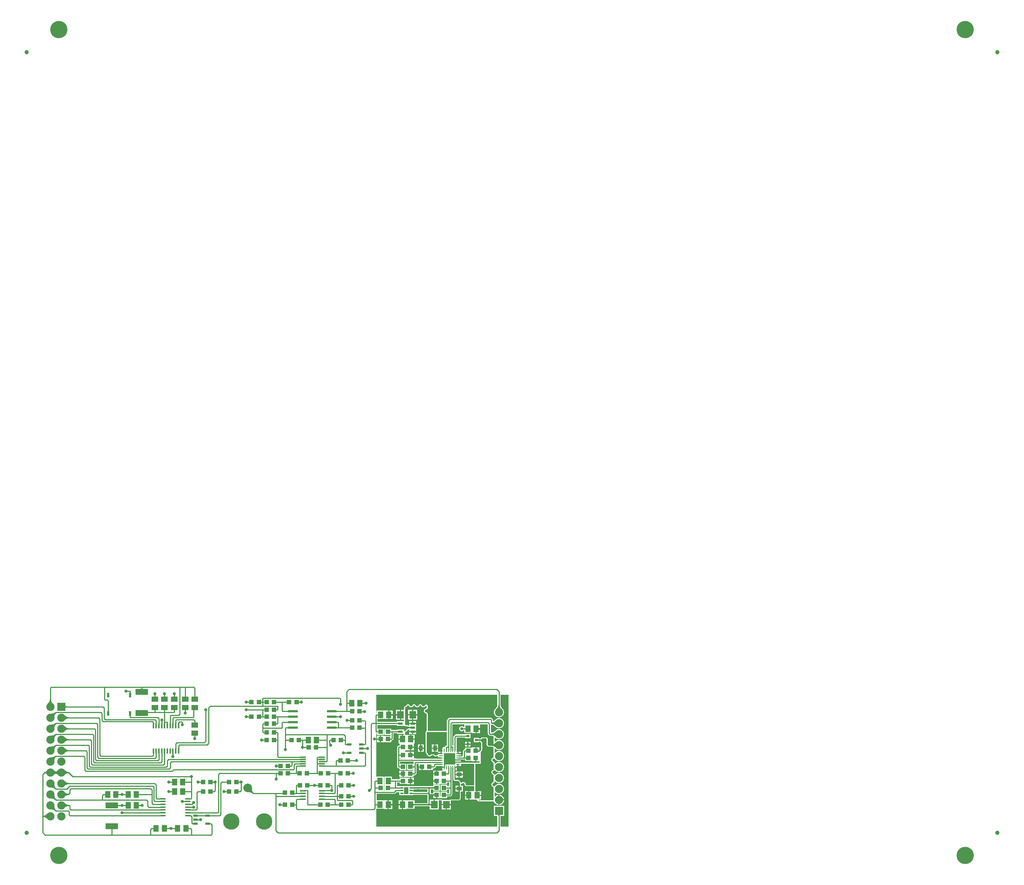
<source format=gtl>
%FSLAX24Y24*%
%MOIN*%
G70*
G01*
G75*
G04 Layer_Physical_Order=1*
G04 Layer_Color=255*
%ADD10R,0.1181X0.0551*%
%ADD11R,0.0433X0.0394*%
%ADD12C,0.0394*%
%ADD13R,0.0512X0.0591*%
%ADD14R,0.0433X0.0236*%
%ADD15R,0.0290X0.0220*%
%ADD16R,0.0118X0.0472*%
%ADD17R,0.0571X0.0177*%
%ADD18R,0.0335X0.0110*%
%ADD19R,0.0110X0.0335*%
%ADD20R,0.0276X0.0118*%
%ADD21R,0.0480X0.0358*%
%ADD22R,0.0358X0.0480*%
%ADD23R,0.0500X0.0200*%
%ADD24R,0.0200X0.0500*%
%ADD25R,0.0472X0.0118*%
%ADD26R,0.0551X0.0118*%
%ADD27R,0.0630X0.0709*%
%ADD28R,0.0906X0.0236*%
%ADD29R,0.0236X0.0433*%
%ADD30R,0.0591X0.0512*%
%ADD31C,0.0100*%
%ADD32C,0.0110*%
%ADD33C,0.1575*%
%ADD34C,0.0748*%
%ADD35R,0.0748X0.0748*%
%ADD36C,0.0787*%
%ADD37C,0.1496*%
%ADD38C,0.0280*%
G36*
X8770Y-2972D02*
X8376D01*
Y-2343D01*
X8770D01*
Y-2972D01*
D02*
G37*
G36*
X-22597Y2222D02*
X-22556Y2186D01*
X-22515Y2154D01*
X-22474Y2126D01*
X-22434Y2103D01*
X-22394Y2084D01*
X-22354Y2069D01*
X-22314Y2058D01*
X-22275Y2052D01*
X-22236Y2050D01*
Y1950D01*
X-22275Y1948D01*
X-22314Y1942D01*
X-22354Y1931D01*
X-22394Y1916D01*
X-22434Y1897D01*
X-22474Y1874D01*
X-22515Y1846D01*
X-22556Y1814D01*
X-22597Y1778D01*
X-22638Y1738D01*
Y2262D01*
X-22597Y2222D01*
D02*
G37*
G36*
X-5511Y-2467D02*
X-5501Y-2580D01*
X-5491Y-2631D01*
X-5478Y-2678D01*
X-5463Y-2723D01*
X-5444Y-2763D01*
X-5423Y-2801D01*
X-5399Y-2835D01*
X-5371Y-2865D01*
X-5442Y-2936D01*
X-5472Y-2909D01*
X-5506Y-2884D01*
X-5544Y-2863D01*
X-5585Y-2844D01*
X-5629Y-2829D01*
X-5676Y-2816D01*
X-5728Y-2807D01*
X-5782Y-2800D01*
X-5840Y-2796D01*
X-5902Y-2795D01*
X-5512Y-2406D01*
X-5511Y-2467D01*
D02*
G37*
G36*
X-23531Y-2061D02*
X-23527Y-2116D01*
X-23521Y-2167D01*
X-23511Y-2216D01*
X-23499Y-2261D01*
X-23484Y-2303D01*
X-23467Y-2341D01*
X-23446Y-2377D01*
X-23423Y-2409D01*
X-23396Y-2438D01*
X-23467Y-2509D01*
X-23496Y-2483D01*
X-23529Y-2459D01*
X-23564Y-2439D01*
X-23603Y-2421D01*
X-23645Y-2406D01*
X-23690Y-2394D01*
X-23738Y-2385D01*
X-23789Y-2378D01*
X-23844Y-2375D01*
X-23902Y-2374D01*
X-23532Y-2004D01*
X-23531Y-2061D01*
D02*
G37*
G36*
X10488Y-2545D02*
X10497D01*
X10497Y-2545D01*
X10498Y-2546D01*
X10501Y-2548D01*
X10502Y-2549D01*
X10503Y-2550D01*
X10505Y-2553D01*
X10506Y-2553D01*
X10506Y-2554D01*
X10506Y-2554D01*
Y-2563D01*
Y-2752D01*
X10506Y-2752D01*
Y-2761D01*
X10506Y-2761D01*
X10506Y-2762D01*
X10503Y-2765D01*
X10502Y-2766D01*
X10501Y-2766D01*
X10499Y-2769D01*
X10498Y-2769D01*
X10497Y-2770D01*
X10497Y-2770D01*
X10488D01*
X9224D01*
Y-2707D01*
X8986D01*
Y-2607D01*
X9224D01*
Y-2545D01*
X10488D01*
X10488Y-2545D01*
D02*
G37*
G36*
X16760Y2238D02*
X16719Y2278D01*
X16678Y2314D01*
X16637Y2346D01*
X16596Y2374D01*
X16556Y2397D01*
X16516Y2416D01*
X16476Y2431D01*
X16436Y2442D01*
X16397Y2448D01*
X16358Y2450D01*
Y2550D01*
X16397Y2552D01*
X16436Y2558D01*
X16476Y2569D01*
X16516Y2584D01*
X16556Y2603D01*
X16596Y2626D01*
X16637Y2654D01*
X16678Y2686D01*
X16719Y2722D01*
X16760Y2762D01*
Y2238D01*
D02*
G37*
G36*
X-23531Y-3061D02*
X-23527Y-3116D01*
X-23521Y-3167D01*
X-23511Y-3216D01*
X-23499Y-3261D01*
X-23484Y-3303D01*
X-23467Y-3341D01*
X-23446Y-3377D01*
X-23423Y-3409D01*
X-23396Y-3438D01*
X-23467Y-3509D01*
X-23496Y-3483D01*
X-23529Y-3459D01*
X-23564Y-3439D01*
X-23603Y-3421D01*
X-23645Y-3406D01*
X-23690Y-3394D01*
X-23738Y-3385D01*
X-23789Y-3378D01*
X-23844Y-3375D01*
X-23902Y-3374D01*
X-23532Y-3004D01*
X-23531Y-3061D01*
D02*
G37*
G36*
X15850Y2130D02*
X15850D01*
X15850Y2130D01*
X15850D01*
X15850Y2130D01*
X15850Y2130D01*
X15850D01*
X15851Y2130D01*
X15853Y2130D01*
X15858D01*
X15861Y2129D01*
X15863Y2127D01*
X15863Y2127D01*
X15865Y2127D01*
X15866Y2126D01*
X15866Y2125D01*
X15866Y2125D01*
X15867Y2125D01*
X15867Y2125D01*
X15868Y2125D01*
X15868Y2125D01*
X15868Y2125D01*
X15869Y2125D01*
X15869Y2125D01*
X15869Y2124D01*
X15869Y2124D01*
X15869Y2124D01*
X15869Y2124D01*
X15869Y2124D01*
X15869Y2124D01*
X15869Y2124D01*
X15869D01*
X15869Y2124D01*
X15869Y2124D01*
X15869Y2124D01*
X15869Y2124D01*
X15869Y2124D01*
X15869Y2124D01*
X15870Y2124D01*
X15870Y2124D01*
X15876Y2118D01*
X15876Y2117D01*
X15876Y2117D01*
X15887Y2106D01*
X15887Y2106D01*
X15887Y2106D01*
X15887Y2106D01*
X15887Y2106D01*
X15892Y2101D01*
X15892Y2101D01*
X15895Y2097D01*
X15895Y2097D01*
X15895Y2097D01*
X15895Y2097D01*
X15895Y2097D01*
X15895Y2097D01*
X15895Y2097D01*
X15895Y2097D01*
X15898Y2093D01*
X15898Y2093D01*
X15898Y2093D01*
X15898Y2093D01*
X15898Y2093D01*
X15898Y2093D01*
Y2093D01*
X15898Y2090D01*
X15898Y2090D01*
X15898Y2088D01*
X15898Y2087D01*
X15899Y2082D01*
X15900Y2081D01*
X15900Y2081D01*
X15900Y2081D01*
Y2080D01*
X15900Y2080D01*
X15900Y2080D01*
X15900Y2080D01*
Y2079D01*
Y2079D01*
Y2079D01*
Y1584D01*
Y1575D01*
X15902Y1566D01*
Y1565D01*
X15907Y1538D01*
X15907Y1538D01*
Y1538D01*
X15907Y1538D01*
X15911Y1520D01*
X15921Y1505D01*
X15921Y1505D01*
X15921Y1505D01*
X15921Y1505D01*
X15937Y1481D01*
X15937Y1481D01*
X15942Y1473D01*
X16017Y1399D01*
X16024Y1394D01*
X16025Y1393D01*
X16048Y1378D01*
X16048Y1378D01*
X16063Y1368D01*
X16081Y1364D01*
X16081Y1364D01*
X16109Y1358D01*
X16109D01*
X16118Y1357D01*
X16373D01*
X16379Y1356D01*
X16387Y1356D01*
X16399Y1354D01*
X16417Y1351D01*
X16433Y1347D01*
X16448Y1343D01*
X16448D01*
X16448Y1343D01*
X16448Y1343D01*
X16453Y1341D01*
X16453D01*
X16480Y1331D01*
X16513Y1315D01*
X16535Y1302D01*
Y1169D01*
Y846D01*
Y824D01*
Y820D01*
Y370D01*
X16535Y370D01*
X16526Y367D01*
X16526Y366D01*
X16525Y366D01*
X16525Y366D01*
X16525Y366D01*
X16525Y366D01*
X16525Y366D01*
X16525Y366D01*
X16520Y364D01*
X16518Y364D01*
X16518Y364D01*
X16517Y363D01*
X16515Y363D01*
X16514Y362D01*
X16509Y361D01*
X16503Y359D01*
X16503Y359D01*
X16503Y359D01*
X16503Y359D01*
X16503Y359D01*
X16501Y358D01*
X16501Y358D01*
X16501Y358D01*
X16501D01*
X16501Y358D01*
X16501Y358D01*
X16501Y358D01*
X16497Y356D01*
X16495Y356D01*
X16486Y354D01*
X16484Y353D01*
X16484Y353D01*
X16475Y349D01*
X16469Y345D01*
X16469Y345D01*
X16469Y345D01*
X16468Y344D01*
X16459Y341D01*
X16457Y339D01*
X16457Y339D01*
X16457Y339D01*
X16456Y338D01*
X16456Y338D01*
X16452Y336D01*
X16452Y336D01*
X16437Y326D01*
X16437Y326D01*
X16437Y326D01*
X16436Y325D01*
X16436Y325D01*
X16436Y325D01*
X16436Y325D01*
X16429Y321D01*
X16424Y315D01*
X16424Y315D01*
X16424Y315D01*
X16423Y315D01*
X16423Y314D01*
X16423Y314D01*
X16423Y314D01*
X16422Y314D01*
X16415Y309D01*
X16414Y308D01*
X16414Y308D01*
X16414Y308D01*
X16409Y303D01*
X16409Y303D01*
X16402Y296D01*
X16402Y296D01*
X16402Y296D01*
X16397Y289D01*
X16397Y288D01*
X16397Y288D01*
X16397Y288D01*
X16391Y282D01*
X16386Y275D01*
X16386Y275D01*
X16386Y275D01*
X16369Y250D01*
X16367Y245D01*
X16365Y242D01*
X16365Y242D01*
X16365Y242D01*
X16364Y240D01*
X16361Y234D01*
X16359Y228D01*
X16358Y227D01*
X16358Y227D01*
X16358Y224D01*
X16357Y223D01*
X16356Y222D01*
X16356Y222D01*
X16356Y222D01*
X16356Y222D01*
X16355Y219D01*
X16354Y216D01*
X16354Y216D01*
X16354Y213D01*
X16352Y209D01*
X16352Y209D01*
X16352Y208D01*
X16351Y206D01*
X16351Y205D01*
Y205D01*
X16350Y202D01*
X16349Y199D01*
Y199D01*
X16349Y199D01*
X16344Y175D01*
Y175D01*
X16343Y166D01*
Y157D01*
Y157D01*
X16341Y148D01*
Y139D01*
Y130D01*
X16343Y121D01*
Y121D01*
Y121D01*
Y121D01*
Y112D01*
X16344Y103D01*
X16344Y103D01*
X16350Y74D01*
X16352Y69D01*
X16353Y63D01*
X16354Y59D01*
X16356Y57D01*
X16356Y54D01*
X16358Y50D01*
X16360Y46D01*
X16361Y45D01*
X16362Y42D01*
X16364Y39D01*
X16364Y39D01*
X16364Y39D01*
X16364Y38D01*
X16364Y38D01*
X16364Y38D01*
X16365Y37D01*
X16367Y32D01*
X16369Y29D01*
X16369Y29D01*
X16370Y26D01*
X16372Y24D01*
X16372Y24D01*
X16372Y24D01*
X16373Y23D01*
X16373Y23D01*
X16391Y-4D01*
X16394Y-7D01*
X16394Y-8D01*
X16394Y-8D01*
X16395Y-9D01*
X16395Y-9D01*
X16398Y-12D01*
X16400Y-16D01*
X16401Y-17D01*
X16402Y-18D01*
X16404Y-21D01*
X16404Y-21D01*
X16404Y-21D01*
X16404Y-21D01*
X16405Y-21D01*
X16405Y-21D01*
X16405Y-21D01*
X16408Y-25D01*
X16412Y-27D01*
X16412Y-27D01*
X16414Y-29D01*
X16417Y-31D01*
X16418Y-32D01*
X16418Y-32D01*
X16418Y-32D01*
X16419Y-32D01*
X16419Y-32D01*
X16421Y-34D01*
X16421Y-34D01*
X16421Y-35D01*
X16422Y-36D01*
X16422Y-36D01*
X16422Y-36D01*
X16422Y-36D01*
X16423Y-36D01*
X16423Y-36D01*
X16426Y-38D01*
X16426Y-38D01*
X16427Y-39D01*
X16430Y-42D01*
X16433Y-44D01*
X16433Y-44D01*
X16436Y-48D01*
X16440Y-50D01*
X16440Y-50D01*
X16440Y-50D01*
X16456Y-61D01*
X16456Y-61D01*
X16463Y-65D01*
X16463Y-65D01*
X16463Y-66D01*
X16463Y-66D01*
X16463Y-66D01*
X16464Y-66D01*
X16464Y-66D01*
X16464Y-66D01*
X16464Y-66D01*
X16469Y-68D01*
X16469Y-68D01*
X16470Y-69D01*
X16470Y-69D01*
X16470Y-69D01*
X16471Y-69D01*
X16471Y-69D01*
X16472Y-70D01*
X16479Y-74D01*
X16479Y-74D01*
X16479Y-74D01*
X16479Y-74D01*
X16479Y-74D01*
X16480Y-74D01*
X16484Y-76D01*
X16485Y-76D01*
X16490Y-79D01*
X16490Y-79D01*
X16491Y-79D01*
X16491Y-79D01*
X16491Y-79D01*
X16491Y-79D01*
X16492Y-80D01*
X16492Y-80D01*
X16493Y-80D01*
X16493Y-80D01*
X16493Y-80D01*
X16493Y-81D01*
X16493Y-81D01*
X16495Y-81D01*
X16495Y-82D01*
X16500Y-85D01*
X16502Y-87D01*
X16502Y-87D01*
X16530Y-117D01*
X16530Y-117D01*
X16530Y-117D01*
X16532Y-121D01*
X16534Y-123D01*
X16534Y-124D01*
X16534Y-124D01*
Y-127D01*
X16535Y-131D01*
X16535Y-132D01*
X16535Y-132D01*
X16535Y-132D01*
Y-132D01*
Y-176D01*
Y-180D01*
Y-743D01*
X16535Y-743D01*
X16534Y-744D01*
X16534Y-744D01*
X16533Y-746D01*
X16532Y-747D01*
X16531Y-748D01*
Y-748D01*
X16531Y-748D01*
X16529Y-749D01*
X16529Y-749D01*
X16529Y-749D01*
X16529Y-749D01*
X16529Y-749D01*
X16529Y-749D01*
X16529Y-749D01*
X16527Y-751D01*
X16527Y-751D01*
X16526Y-751D01*
X16525Y-752D01*
X16524Y-752D01*
X16524Y-752D01*
X16524Y-752D01*
X16520Y-755D01*
X16518Y-756D01*
X16518Y-756D01*
X16518Y-757D01*
X16509Y-759D01*
X16508Y-759D01*
X16508Y-759D01*
X16507Y-759D01*
X16507Y-760D01*
X16506Y-760D01*
X16501Y-762D01*
X16501Y-762D01*
X16501Y-762D01*
X16501Y-762D01*
X16501D01*
X16501Y-762D01*
X16501Y-762D01*
X16501Y-762D01*
X16500Y-762D01*
X16500Y-762D01*
X16500Y-762D01*
X16500Y-762D01*
X16494Y-765D01*
X16485Y-767D01*
X16484Y-767D01*
X16484Y-767D01*
X16484Y-767D01*
X16484Y-767D01*
X16475Y-771D01*
X16469Y-775D01*
X16469Y-775D01*
X16469Y-775D01*
X16468Y-776D01*
X16459Y-779D01*
X16457Y-781D01*
X16457Y-781D01*
X16457Y-781D01*
X16456Y-782D01*
X16456Y-782D01*
X16452Y-784D01*
X16452Y-784D01*
X16437Y-794D01*
X16437Y-794D01*
X16437Y-794D01*
X16436Y-795D01*
X16436Y-795D01*
X16436Y-795D01*
X16436Y-795D01*
X16429Y-799D01*
X16424Y-805D01*
X16424Y-805D01*
X16424Y-805D01*
X16423Y-805D01*
X16423Y-806D01*
X16423Y-806D01*
X16423Y-806D01*
X16422Y-806D01*
X16415Y-811D01*
X16414Y-812D01*
X16414Y-812D01*
X16414Y-812D01*
X16409Y-817D01*
X16409Y-817D01*
X16402Y-824D01*
X16402Y-824D01*
X16402Y-824D01*
X16397Y-831D01*
X16397Y-832D01*
X16397Y-832D01*
X16397Y-832D01*
X16391Y-838D01*
X16386Y-845D01*
X16386Y-845D01*
X16386Y-845D01*
X16369Y-870D01*
X16367Y-875D01*
X16365Y-878D01*
X16365Y-878D01*
X16365Y-878D01*
X16364Y-880D01*
X16361Y-886D01*
X16359Y-892D01*
X16358Y-893D01*
X16358Y-893D01*
X16358Y-896D01*
X16357Y-897D01*
X16356Y-898D01*
X16356Y-898D01*
X16356Y-898D01*
X16356Y-898D01*
X16355Y-901D01*
X16354Y-904D01*
X16354Y-904D01*
X16354Y-907D01*
X16352Y-911D01*
X16352Y-911D01*
X16352Y-912D01*
X16351Y-914D01*
X16351Y-915D01*
Y-915D01*
X16350Y-918D01*
X16349Y-921D01*
Y-921D01*
X16349Y-921D01*
X16344Y-945D01*
Y-945D01*
X16343Y-954D01*
Y-963D01*
Y-963D01*
X16341Y-972D01*
Y-981D01*
Y-990D01*
X16343Y-999D01*
Y-999D01*
Y-999D01*
Y-999D01*
Y-1008D01*
X16344Y-1017D01*
X16344Y-1017D01*
Y-1017D01*
X16350Y-1046D01*
X16352Y-1051D01*
X16353Y-1057D01*
X16355Y-1062D01*
X16355Y-1063D01*
X16355Y-1063D01*
X16356Y-1065D01*
X16357Y-1068D01*
X16360Y-1072D01*
Y-1072D01*
X16360Y-1072D01*
X16360Y-1073D01*
X16361Y-1075D01*
X16362Y-1078D01*
X16362Y-1078D01*
X16362Y-1078D01*
X16364Y-1081D01*
X16364Y-1081D01*
X16365Y-1083D01*
X16368Y-1089D01*
X16369Y-1091D01*
X16369Y-1091D01*
X16370Y-1094D01*
X16372Y-1097D01*
X16372Y-1097D01*
X16391Y-1124D01*
X16397Y-1131D01*
X16402Y-1138D01*
X16408Y-1144D01*
X16408Y-1144D01*
X16409Y-1145D01*
X16409Y-1145D01*
X16409Y-1145D01*
X16414Y-1151D01*
X16421Y-1155D01*
X16421Y-1155D01*
X16422Y-1156D01*
X16422Y-1156D01*
X16422Y-1156D01*
X16422Y-1156D01*
X16422Y-1156D01*
X16423Y-1156D01*
X16423Y-1156D01*
X16423Y-1157D01*
X16423Y-1157D01*
X16428Y-1162D01*
X16429Y-1162D01*
X16429Y-1162D01*
X16429Y-1162D01*
X16432Y-1165D01*
X16433Y-1165D01*
X16433Y-1165D01*
X16435Y-1167D01*
X16435Y-1167D01*
X16436Y-1167D01*
X16436Y-1167D01*
X16436Y-1167D01*
X16436Y-1167D01*
X16436Y-1168D01*
X16437Y-1168D01*
X16437Y-1168D01*
X16437Y-1168D01*
X16452Y-1178D01*
X16452Y-1178D01*
X16452Y-1178D01*
X16459Y-1183D01*
X16468Y-1187D01*
X16468Y-1187D01*
X16468Y-1187D01*
X16468Y-1187D01*
X16468Y-1187D01*
X16476Y-1192D01*
X16484Y-1195D01*
X16484Y-1195D01*
X16484Y-1195D01*
X16491Y-1198D01*
X16491Y-1198D01*
X16491Y-1198D01*
X16491Y-1198D01*
X16491Y-1198D01*
X16492Y-1198D01*
X16492Y-1198D01*
X16495Y-1199D01*
X16496Y-1199D01*
X16496Y-1199D01*
X16499Y-1200D01*
X16503Y-1202D01*
X16506Y-1202D01*
X16509Y-1204D01*
X16509Y-1204D01*
X16509Y-1204D01*
X16512Y-1204D01*
X16512Y-1204D01*
X16512Y-1204D01*
X16512D01*
X16518Y-1205D01*
X16518Y-1206D01*
X16518Y-1206D01*
X16521Y-1213D01*
X16521Y-1213D01*
X16521Y-1213D01*
X16521Y-1214D01*
X16522Y-1214D01*
X16522Y-1214D01*
X16522Y-1214D01*
X16522Y-1214D01*
X16522Y-1214D01*
X16522Y-1215D01*
X16528Y-1229D01*
X16528Y-1229D01*
X16528Y-1230D01*
X16533Y-1237D01*
X16535Y-1243D01*
X16535Y-1243D01*
X16535Y-1244D01*
Y-1824D01*
X16535Y-1824D01*
X16535Y-1855D01*
X16534Y-1860D01*
X16534Y-1864D01*
X16531Y-1865D01*
X16527Y-1868D01*
X16501Y-1882D01*
X16501D01*
X16501Y-1882D01*
X16501Y-1882D01*
X16499Y-1883D01*
X16499Y-1883D01*
X16489Y-1885D01*
X16484Y-1887D01*
X16484Y-1887D01*
X16475Y-1891D01*
X16469Y-1895D01*
X16469Y-1895D01*
X16469Y-1895D01*
X16468Y-1896D01*
X16459Y-1899D01*
X16457Y-1901D01*
X16457Y-1901D01*
X16457Y-1901D01*
X16456Y-1902D01*
X16456Y-1902D01*
X16452Y-1904D01*
X16452Y-1904D01*
X16437Y-1914D01*
X16437Y-1914D01*
X16437Y-1914D01*
X16436Y-1915D01*
X16436Y-1915D01*
X16436Y-1915D01*
X16436Y-1915D01*
X16429Y-1919D01*
X16424Y-1925D01*
X16424Y-1925D01*
X16424Y-1925D01*
X16423Y-1925D01*
X16423Y-1926D01*
X16423Y-1926D01*
X16423Y-1926D01*
X16422Y-1926D01*
X16415Y-1931D01*
X16414Y-1932D01*
X16414Y-1932D01*
X16414Y-1932D01*
X16409Y-1937D01*
X16409Y-1937D01*
X16402Y-1944D01*
X16402Y-1944D01*
X16402Y-1944D01*
X16397Y-1951D01*
X16397Y-1952D01*
X16397Y-1952D01*
X16397Y-1952D01*
X16391Y-1958D01*
X16386Y-1965D01*
X16386Y-1965D01*
X16386Y-1965D01*
X16369Y-1990D01*
X16367Y-1995D01*
X16365Y-1998D01*
X16365Y-1998D01*
X16365Y-1998D01*
X16364Y-2000D01*
X16361Y-2006D01*
X16359Y-2012D01*
X16358Y-2013D01*
X16358Y-2013D01*
X16358Y-2016D01*
X16357Y-2017D01*
X16356Y-2018D01*
X16356Y-2018D01*
X16356Y-2018D01*
X16356Y-2018D01*
X16355Y-2021D01*
X16354Y-2024D01*
X16354Y-2024D01*
X16354Y-2027D01*
X16352Y-2031D01*
X16352Y-2031D01*
X16352Y-2032D01*
X16351Y-2034D01*
X16351Y-2035D01*
Y-2035D01*
X16350Y-2038D01*
X16349Y-2041D01*
Y-2041D01*
X16349Y-2041D01*
X16344Y-2065D01*
Y-2065D01*
X16343Y-2074D01*
Y-2083D01*
Y-2083D01*
X16341Y-2092D01*
Y-2101D01*
Y-2110D01*
X16343Y-2119D01*
Y-2119D01*
Y-2119D01*
Y-2119D01*
Y-2128D01*
X16344Y-2137D01*
X16344Y-2137D01*
Y-2137D01*
X16350Y-2166D01*
X16352Y-2171D01*
X16353Y-2177D01*
X16355Y-2182D01*
X16355Y-2183D01*
X16355Y-2183D01*
X16356Y-2185D01*
X16357Y-2188D01*
X16360Y-2192D01*
Y-2192D01*
X16360Y-2192D01*
X16360Y-2193D01*
X16361Y-2195D01*
X16362Y-2198D01*
X16362Y-2198D01*
X16362Y-2198D01*
X16364Y-2201D01*
X16364Y-2201D01*
X16365Y-2203D01*
X16368Y-2209D01*
X16369Y-2211D01*
X16369Y-2211D01*
X16370Y-2214D01*
X16372Y-2217D01*
X16372Y-2217D01*
X16391Y-2244D01*
X16397Y-2251D01*
X16402Y-2258D01*
X16408Y-2264D01*
X16408Y-2264D01*
X16409Y-2265D01*
X16409Y-2265D01*
X16409Y-2265D01*
X16414Y-2271D01*
X16421Y-2275D01*
X16421Y-2275D01*
X16422Y-2276D01*
X16422Y-2276D01*
X16422Y-2276D01*
X16422Y-2276D01*
X16422Y-2276D01*
X16423Y-2276D01*
X16423Y-2277D01*
X16423Y-2277D01*
X16423Y-2277D01*
X16428Y-2282D01*
X16429Y-2282D01*
X16429Y-2282D01*
X16429Y-2282D01*
X16432Y-2285D01*
X16433Y-2285D01*
X16433Y-2285D01*
X16435Y-2287D01*
X16435Y-2287D01*
X16436Y-2287D01*
X16436Y-2287D01*
X16436Y-2287D01*
X16436Y-2287D01*
X16436Y-2288D01*
X16437Y-2288D01*
X16437Y-2288D01*
X16437Y-2288D01*
X16452Y-2298D01*
X16452Y-2298D01*
X16459Y-2302D01*
X16467Y-2306D01*
X16467Y-2306D01*
X16468Y-2306D01*
X16468Y-2306D01*
X16468Y-2307D01*
X16469Y-2307D01*
X16469Y-2307D01*
X16469Y-2307D01*
X16469Y-2307D01*
X16477Y-2312D01*
X16481Y-2313D01*
X16483Y-2315D01*
X16483Y-2315D01*
X16484Y-2315D01*
X16485Y-2315D01*
X16485Y-2315D01*
X16485Y-2315D01*
X16492Y-2318D01*
X16500Y-2320D01*
X16500Y-2320D01*
X16500Y-2320D01*
X16500Y-2320D01*
X16500Y-2320D01*
X16501Y-2320D01*
X16501Y-2320D01*
X16501Y-2320D01*
X16501Y-2320D01*
X16507Y-2326D01*
X16513Y-2330D01*
X16514Y-2331D01*
X16515Y-2332D01*
X16515Y-2332D01*
X16516Y-2333D01*
X16518Y-2334D01*
X16524Y-2339D01*
X16529Y-2341D01*
X16533Y-2343D01*
X16535Y-2344D01*
Y-2820D01*
Y-2824D01*
Y-3160D01*
Y-3165D01*
Y-3541D01*
X16535Y-3541D01*
X16526Y-3543D01*
X16518D01*
X16517Y-3543D01*
X16517D01*
X16517Y-3543D01*
X15189D01*
X15177Y-3529D01*
X15198Y-3486D01*
X15385D01*
Y-3141D01*
X15030D01*
Y-3091D01*
X14980D01*
Y-2695D01*
X14862D01*
Y-239D01*
X14880Y-197D01*
X14880D01*
X14880Y-197D01*
X15354D01*
Y874D01*
X15355Y875D01*
X15357Y876D01*
X15357Y876D01*
X15357Y876D01*
X15357Y877D01*
X15357Y877D01*
X15358Y878D01*
X15358Y878D01*
X15358Y878D01*
X15358Y878D01*
X15359Y879D01*
X15359Y879D01*
X15359Y880D01*
X15360Y880D01*
X15360Y880D01*
X15360Y880D01*
X15360Y880D01*
X15382Y900D01*
X15382Y900D01*
X15382Y900D01*
X15382Y901D01*
X15384Y902D01*
X15388Y906D01*
X15389Y907D01*
X15389Y907D01*
X15389Y907D01*
X15390Y907D01*
X15390Y907D01*
X15393Y909D01*
X15393Y909D01*
X15394Y909D01*
X15394D01*
X15394Y909D01*
X15394Y910D01*
X15394Y910D01*
X15394Y910D01*
X15394Y910D01*
X15394Y910D01*
X15394Y910D01*
X15394Y910D01*
X15396Y911D01*
X15397Y911D01*
X15397Y911D01*
X15398Y912D01*
X15398Y912D01*
X15398Y912D01*
X15399Y913D01*
X15399Y913D01*
X15400Y914D01*
X15400Y914D01*
X15400Y914D01*
X15400Y914D01*
X15400Y914D01*
X15401Y914D01*
X15402Y915D01*
X15402Y915D01*
X15403Y915D01*
X15403Y915D01*
X15403Y915D01*
X15403Y915D01*
X15403Y916D01*
X15404Y916D01*
X15404Y916D01*
X15404Y916D01*
X15406Y917D01*
X15407Y918D01*
X15408Y918D01*
X15412Y919D01*
X15415Y921D01*
X15420Y922D01*
X15422Y923D01*
X15423Y924D01*
X15424Y925D01*
X15426Y926D01*
X15427Y926D01*
X15427Y927D01*
X15429Y927D01*
X15429Y927D01*
X15429Y927D01*
X15429Y928D01*
X15429Y928D01*
X15430Y928D01*
X15431Y929D01*
X15436Y934D01*
X15443Y938D01*
X15446Y942D01*
X15450Y946D01*
X15451Y947D01*
X15452Y948D01*
X15452Y948D01*
X15453Y950D01*
X15455Y952D01*
X15455Y952D01*
X15455Y952D01*
X15455Y952D01*
X15455Y952D01*
X15455Y953D01*
X15455Y953D01*
X15459Y958D01*
X15459Y959D01*
X15459Y959D01*
X15459Y959D01*
X15459Y959D01*
X15459Y959D01*
X15459Y959D01*
X15460Y959D01*
X15462Y966D01*
X15464Y967D01*
X15464Y967D01*
X15464Y968D01*
X15468Y974D01*
X15468Y975D01*
X15468Y975D01*
X15469Y976D01*
X15469Y977D01*
X15470Y980D01*
X15470Y981D01*
X15471Y981D01*
X15471Y982D01*
X15471Y982D01*
X15471Y982D01*
X15472Y983D01*
X15472Y984D01*
X15472Y984D01*
X15472Y985D01*
X15472Y985D01*
Y985D01*
X15472Y985D01*
X15473Y987D01*
X15473Y988D01*
X15474Y990D01*
X15474Y990D01*
X15475Y991D01*
X15475Y994D01*
X15476Y996D01*
X15477Y999D01*
X15478Y1001D01*
X15478Y1001D01*
X15478Y1004D01*
X15479Y1005D01*
X15480Y1007D01*
X15480Y1008D01*
X15480Y1009D01*
X15481Y1011D01*
X15481Y1012D01*
X15481Y1013D01*
X15482Y1014D01*
X15482Y1014D01*
X15482Y1016D01*
X15483Y1018D01*
X15483Y1018D01*
X15483Y1018D01*
X15488Y1027D01*
X15488Y1029D01*
X15493Y1036D01*
X15494Y1043D01*
X15497Y1049D01*
X15498Y1058D01*
X15498Y1059D01*
X15498Y1059D01*
Y1059D01*
X15498Y1059D01*
Y1060D01*
X15498Y1060D01*
X15498Y1060D01*
X15498Y1060D01*
X15498Y1060D01*
Y1060D01*
X15498Y1060D01*
Y1060D01*
X15498Y1060D01*
X15498Y1061D01*
X15498Y1061D01*
Y1061D01*
X15498Y1061D01*
Y1061D01*
X15498Y1062D01*
X15498Y1064D01*
X15500Y1071D01*
X15500Y1076D01*
X15500Y1077D01*
X15500Y1078D01*
X15500Y1079D01*
Y1079D01*
Y1079D01*
X15500Y1079D01*
X15500Y1080D01*
X15500Y1080D01*
X15500Y1080D01*
Y1696D01*
X15500Y1696D01*
Y1696D01*
X15500Y1696D01*
Y1696D01*
Y1696D01*
X15500Y1696D01*
X15500Y1700D01*
X15500Y1700D01*
X15500Y1700D01*
Y1700D01*
X15500Y1704D01*
X15500Y1707D01*
X15500Y1707D01*
X15499Y1710D01*
X15499Y1712D01*
X15499Y1716D01*
X15496Y1724D01*
X15496Y1727D01*
X15496Y1728D01*
X15495Y1729D01*
X15495Y1734D01*
X15493Y1738D01*
X15493Y1739D01*
X15493Y1739D01*
X15492Y1742D01*
X15491Y1743D01*
X15491Y1744D01*
X15491Y1745D01*
X15491Y1745D01*
X15490Y1746D01*
X15489Y1748D01*
X15489Y1750D01*
X15488Y1752D01*
X15488Y1753D01*
X15486Y1756D01*
X15485Y1759D01*
X15485Y1759D01*
X15482Y1763D01*
X15480Y1768D01*
X15480Y1768D01*
X15479Y1769D01*
X15479Y1769D01*
X15479Y1769D01*
X15479Y1769D01*
X15479Y1769D01*
X15479Y1770D01*
X15479Y1770D01*
X15476Y1772D01*
X15475Y1774D01*
X15475Y1774D01*
X15472Y1777D01*
X15468Y1783D01*
Y1783D01*
X15468Y1783D01*
X15468Y1783D01*
X15468Y1783D01*
X15468Y1783D01*
X15461Y1789D01*
X15461Y1789D01*
X15461Y1789D01*
X15382Y1869D01*
X15382Y1869D01*
X15382Y1869D01*
X15382Y1869D01*
X15382Y1869D01*
X15382Y1869D01*
X15382Y1869D01*
X15381Y1870D01*
Y1870D01*
X15381Y1870D01*
X15381Y1870D01*
X15379Y1871D01*
X15378Y1873D01*
X15372Y1876D01*
X15368Y1881D01*
X15368Y1881D01*
X15368Y1881D01*
X15368Y1881D01*
X15361Y1883D01*
X15351Y1890D01*
X15351Y1890D01*
X15351Y1890D01*
X15349Y1891D01*
X15347Y1891D01*
X15319Y1902D01*
X15311Y1903D01*
X15304Y1906D01*
X15304Y1906D01*
X15295Y1906D01*
X15287Y1908D01*
X15212D01*
Y1909D01*
X14967D01*
Y2009D01*
X15212D01*
Y2010D01*
X15308D01*
X15313Y2011D01*
X15314Y2010D01*
X15314D01*
X15314Y2010D01*
X15314D01*
X15315Y2011D01*
X15319Y2010D01*
X15322Y2011D01*
X15323Y2011D01*
X15324Y2011D01*
X15326Y2011D01*
X15329Y2012D01*
X15330Y2012D01*
X15330Y2012D01*
X15330Y2012D01*
X15330D01*
X15330Y2012D01*
X15330Y2012D01*
X15333Y2012D01*
X15333Y2012D01*
X15333Y2012D01*
X15336Y2012D01*
X15341Y2013D01*
X15341Y2013D01*
X15342Y2013D01*
X15342Y2013D01*
X15342Y2013D01*
X15342Y2013D01*
X15348Y2013D01*
X15349Y2013D01*
X15352Y2014D01*
X15352Y2014D01*
X15352Y2014D01*
X15352Y2014D01*
X15355Y2015D01*
X15360Y2016D01*
X15366Y2018D01*
X15368Y2019D01*
X15368Y2019D01*
X15375Y2021D01*
X15417Y2039D01*
X15423Y2043D01*
X15430Y2046D01*
X15437Y2053D01*
X15446Y2058D01*
X15446Y2059D01*
X15447Y2060D01*
X15451Y2065D01*
X15456Y2070D01*
X15460Y2078D01*
X15460Y2079D01*
X15460Y2079D01*
X15460Y2080D01*
X15466Y2088D01*
X15466Y2089D01*
X15467Y2090D01*
X15467Y2091D01*
X15467Y2092D01*
X15469Y2099D01*
X15469Y2100D01*
X15469Y2100D01*
X15470Y2101D01*
X15470Y2101D01*
X15470Y2102D01*
X15470Y2102D01*
X15470Y2102D01*
X15471Y2103D01*
X15471Y2103D01*
X15473Y2106D01*
X15503Y2130D01*
X15503Y2130D01*
X15503Y2130D01*
X15504Y2130D01*
X15513D01*
X15513Y2130D01*
X15849D01*
X15850Y2130D01*
D02*
G37*
G36*
X-22587Y-2795D02*
X-22553Y-2828D01*
X-22519Y-2856D01*
X-22484Y-2881D01*
X-22448Y-2902D01*
X-22411Y-2919D01*
X-22374Y-2933D01*
X-22335Y-2942D01*
X-22296Y-2948D01*
X-22256Y-2950D01*
Y-3050D01*
X-22296Y-3052D01*
X-22335Y-3058D01*
X-22374Y-3067D01*
X-22411Y-3081D01*
X-22448Y-3098D01*
X-22484Y-3119D01*
X-22519Y-3144D01*
X-22553Y-3172D01*
X-22587Y-3205D01*
X-22620Y-3241D01*
Y-2759D01*
X-22587Y-2795D01*
D02*
G37*
G36*
X-23396Y2438D02*
X-23423Y2409D01*
X-23446Y2377D01*
X-23467Y2341D01*
X-23484Y2303D01*
X-23499Y2261D01*
X-23511Y2216D01*
X-23521Y2167D01*
X-23527Y2116D01*
X-23531Y2061D01*
X-23532Y2004D01*
X-23902Y2374D01*
X-23844Y2375D01*
X-23789Y2378D01*
X-23738Y2385D01*
X-23690Y2394D01*
X-23645Y2406D01*
X-23603Y2421D01*
X-23564Y2439D01*
X-23529Y2459D01*
X-23496Y2483D01*
X-23467Y2509D01*
X-23396Y2438D01*
D02*
G37*
G36*
X12865Y-809D02*
X12866D01*
Y-1637D01*
X12867Y-1642D01*
X12867Y-1643D01*
X12867Y-1644D01*
X12867Y-1647D01*
X12867Y-1650D01*
X12869Y-1657D01*
X12870Y-1662D01*
X12870Y-1664D01*
Y-1664D01*
X12871Y-1667D01*
X12873Y-1672D01*
X12874Y-1678D01*
X12875Y-1682D01*
X12877Y-1684D01*
X12877Y-1685D01*
X12878Y-1686D01*
X12879Y-1691D01*
X12887Y-1707D01*
X12888Y-1708D01*
X12888Y-1708D01*
X12891Y-1714D01*
X12896Y-1720D01*
X12897Y-1722D01*
X12898Y-1723D01*
X12898Y-1723D01*
X12903Y-1732D01*
X12909Y-1737D01*
X12914Y-1743D01*
X12922Y-1747D01*
X12923Y-1748D01*
X12924Y-1749D01*
X12925Y-1749D01*
X12931Y-1754D01*
X12938Y-1758D01*
X12938Y-1758D01*
X12939Y-1759D01*
X12955Y-1767D01*
X12960Y-1768D01*
X12961Y-1769D01*
X12962Y-1769D01*
X12964Y-1770D01*
X12967Y-1772D01*
X12974Y-1773D01*
X12979Y-1775D01*
X12981Y-1775D01*
X12981Y-1775D01*
X12984Y-1776D01*
X12989Y-1777D01*
X12995Y-1778D01*
X12999Y-1779D01*
X13001Y-1778D01*
X13003Y-1779D01*
X13003Y-1779D01*
X13009Y-1780D01*
X13288D01*
X13288Y-1780D01*
X13288D01*
X13288D01*
X13288Y-1780D01*
X13302Y-1782D01*
X13302D01*
X13302Y-1782D01*
X13316Y-1785D01*
X13321Y-1789D01*
X13321Y-1789D01*
X13322Y-1789D01*
X13322Y-1789D01*
X13322Y-1789D01*
X13324Y-1791D01*
X13324Y-1791D01*
X13324Y-1791D01*
X13337Y-1799D01*
X13337Y-1800D01*
X13337Y-1800D01*
X13337Y-1800D01*
X13337D01*
X13340Y-1801D01*
X13340Y-1801D01*
X13425Y-1887D01*
X13441Y-1910D01*
X13442Y-1916D01*
X13444Y-1920D01*
X13444Y-1921D01*
X13444Y-1921D01*
X13446Y-1924D01*
X13446Y-1928D01*
X13447Y-1929D01*
X13450Y-1938D01*
X13452Y-1942D01*
X13453Y-1944D01*
X13454Y-1947D01*
X13465Y-1965D01*
X13469Y-1971D01*
X13470Y-1971D01*
X13470Y-1972D01*
X13470Y-1973D01*
X13471Y-1974D01*
X13473Y-1976D01*
X13477Y-1982D01*
X13481Y-1987D01*
X13466Y-2026D01*
X13465Y-2028D01*
X13463Y-2038D01*
X13462Y-2039D01*
X13461Y-2040D01*
X13461Y-2042D01*
X13458Y-2049D01*
X13456Y-2056D01*
X13456Y-2057D01*
X13451Y-2079D01*
X13451Y-2079D01*
X13451Y-2079D01*
X13451Y-2080D01*
X13451Y-2081D01*
X13450Y-2083D01*
X13450Y-2086D01*
X13450Y-2086D01*
X13450Y-2092D01*
X13449Y-2096D01*
X13449Y-2096D01*
X13449Y-2096D01*
X13449Y-2098D01*
X13449Y-2099D01*
X13449Y-2099D01*
X13449Y-2099D01*
X13448Y-2100D01*
Y-2103D01*
X13447Y-2111D01*
Y-2117D01*
X13447Y-2118D01*
Y-2119D01*
X13447Y-2119D01*
Y-2195D01*
X13446D01*
Y-2474D01*
Y-2754D01*
X13447D01*
Y-3328D01*
X13445Y-3336D01*
Y-3336D01*
X13445Y-3336D01*
X13443Y-3348D01*
Y-3348D01*
X13443Y-3348D01*
X13441Y-3355D01*
Y-3355D01*
X13433Y-3368D01*
X13433Y-3368D01*
X13433Y-3368D01*
X13430Y-3373D01*
X13425Y-3379D01*
X13369Y-3435D01*
X13346Y-3451D01*
X13318Y-3456D01*
X12658D01*
X12658Y-3456D01*
X12648D01*
X12648Y-3457D01*
X12648Y-3457D01*
X12640Y-3458D01*
X12631Y-3458D01*
X12631Y-3458D01*
X12629Y-3459D01*
X12629D01*
X12621Y-3460D01*
X12621Y-3461D01*
X12620Y-3461D01*
X12614Y-3463D01*
X12613Y-3464D01*
X12613Y-3464D01*
X12613Y-3464D01*
X12612Y-3464D01*
X12612Y-3464D01*
X12604Y-3466D01*
X12604Y-3466D01*
X12604Y-3466D01*
X12604Y-3466D01*
X12596Y-3471D01*
X12588Y-3474D01*
X12588Y-3475D01*
X12587Y-3475D01*
X12587Y-3475D01*
X12581Y-3481D01*
X12574Y-3486D01*
X12574Y-3486D01*
X12574Y-3486D01*
X12570Y-3492D01*
X11863D01*
X11862Y-3492D01*
X11858Y-3485D01*
X11857Y-3484D01*
X11857Y-3484D01*
X11849Y-3479D01*
X11843Y-3472D01*
X11835Y-3469D01*
X11828Y-3464D01*
X11827Y-3464D01*
X11827Y-3464D01*
X11818Y-3462D01*
X11810Y-3458D01*
X11810Y-3458D01*
X11801Y-3458D01*
X11793Y-3457D01*
X11792Y-3457D01*
X11791Y-3456D01*
X11546D01*
X11546Y-3456D01*
X11537D01*
X11528Y-3458D01*
X11528D01*
X11528Y-3458D01*
X11528Y-3458D01*
X11527Y-3458D01*
X11518Y-3458D01*
X11518Y-3458D01*
X11516Y-3459D01*
X11510Y-3460D01*
X11504Y-3463D01*
X11498Y-3463D01*
X11498Y-3463D01*
X11495Y-3465D01*
X11492Y-3466D01*
X11485Y-3471D01*
X11476Y-3474D01*
X11476Y-3474D01*
X11476Y-3474D01*
X11476Y-3474D01*
X11472Y-3478D01*
X11467Y-3481D01*
X11466Y-3483D01*
X11172D01*
Y-3937D01*
X11122D01*
Y-3987D01*
X10707D01*
Y-3988D01*
X9332D01*
Y-3987D01*
X8976D01*
Y-3887D01*
X9332D01*
Y-3886D01*
X10497D01*
X10506Y-3884D01*
X10515Y-3884D01*
X10517Y-3884D01*
X10519Y-3884D01*
X10519Y-3884D01*
X10525Y-3880D01*
X10533Y-3879D01*
X10534Y-3878D01*
X10534Y-3878D01*
X10534Y-3878D01*
X10540Y-3874D01*
X10548Y-3870D01*
X10550Y-3870D01*
X10550Y-3869D01*
X10551Y-3868D01*
X10553Y-3866D01*
X10553Y-3866D01*
X10553D01*
X10553Y-3866D01*
X10553Y-3866D01*
X10557Y-3863D01*
X10564Y-3858D01*
X10567Y-3855D01*
X10567Y-3854D01*
X10568Y-3854D01*
X10571Y-3851D01*
X10572Y-3850D01*
X10572Y-3850D01*
X10573Y-3847D01*
X10576Y-3845D01*
X10578Y-3842D01*
X10579Y-3841D01*
X10579Y-3841D01*
X10579Y-3841D01*
Y-3841D01*
X10580Y-3840D01*
X10582Y-3837D01*
X10583Y-3836D01*
X10587Y-3828D01*
X10591Y-3821D01*
X10591Y-3821D01*
X10592Y-3820D01*
X10592Y-3817D01*
X10594Y-3814D01*
X10594Y-3814D01*
X10595Y-3808D01*
X10597Y-3803D01*
X10597Y-3794D01*
X10599Y-3785D01*
Y-3776D01*
X10599Y-3776D01*
Y-3406D01*
Y-3075D01*
Y-3066D01*
X10597Y-3057D01*
X10597Y-3048D01*
X10596Y-3046D01*
X10596Y-3044D01*
X10596Y-3044D01*
X10593Y-3038D01*
X10592Y-3030D01*
X10591Y-3029D01*
X10591Y-3029D01*
X10591Y-3029D01*
X10586Y-3023D01*
X10583Y-3015D01*
X10582Y-3013D01*
X10582Y-3013D01*
X10581Y-3012D01*
X10579Y-3010D01*
X10579Y-3010D01*
Y-3010D01*
X10579Y-3010D01*
X10579Y-3010D01*
X10575Y-3006D01*
X10571Y-2999D01*
X10568Y-2996D01*
X10567Y-2995D01*
X10566Y-2995D01*
X10564Y-2992D01*
X10562Y-2991D01*
X10562Y-2991D01*
X10560Y-2990D01*
X10558Y-2987D01*
X10555Y-2985D01*
X10553Y-2984D01*
X10553Y-2984D01*
X10553Y-2984D01*
X10553D01*
X10552Y-2983D01*
X10550Y-2981D01*
X10549Y-2980D01*
X10540Y-2976D01*
X10534Y-2972D01*
X10534Y-2972D01*
X10533Y-2971D01*
X10529Y-2971D01*
X10526Y-2969D01*
X10526Y-2969D01*
X10521Y-2968D01*
X10515Y-2966D01*
X10506Y-2966D01*
X10497Y-2964D01*
X10488D01*
X10488Y-2964D01*
X9224D01*
Y-2963D01*
X8986D01*
Y-2863D01*
X9224D01*
Y-2862D01*
X9547D01*
X9566Y-2875D01*
X9656Y-2893D01*
X9745Y-2875D01*
X9764Y-2862D01*
X10497D01*
X10506Y-2861D01*
X10515Y-2861D01*
X10517Y-2860D01*
X10519Y-2860D01*
X10519Y-2860D01*
X10525Y-2857D01*
X10533Y-2855D01*
X10534Y-2855D01*
X10534Y-2855D01*
X10534Y-2854D01*
X10540Y-2850D01*
X10548Y-2847D01*
X10550Y-2846D01*
X10550Y-2845D01*
X10551Y-2845D01*
X10553Y-2843D01*
X10553Y-2843D01*
X10553D01*
X10553Y-2843D01*
X10553Y-2843D01*
X10557Y-2839D01*
X10564Y-2835D01*
X10567Y-2832D01*
X10567Y-2830D01*
X10568Y-2830D01*
X10571Y-2827D01*
X10572Y-2826D01*
X10572Y-2826D01*
X10573Y-2824D01*
X10576Y-2821D01*
X10578Y-2818D01*
X10579Y-2817D01*
X10579Y-2817D01*
X10579Y-2817D01*
Y-2817D01*
X10580Y-2816D01*
X10582Y-2813D01*
X10583Y-2812D01*
X10587Y-2804D01*
X10591Y-2797D01*
X10591Y-2797D01*
X10592Y-2796D01*
X10592Y-2793D01*
X10594Y-2790D01*
X10594Y-2790D01*
X10595Y-2784D01*
X10597Y-2779D01*
X10597Y-2770D01*
X10599Y-2761D01*
Y-2752D01*
X10599Y-2752D01*
Y-2563D01*
Y-2554D01*
X10597Y-2545D01*
X10597Y-2536D01*
X10596Y-2534D01*
X10596Y-2533D01*
X10596Y-2533D01*
X10593Y-2526D01*
X10592Y-2519D01*
X10591Y-2517D01*
X10591Y-2517D01*
X10591Y-2517D01*
X10586Y-2511D01*
X10583Y-2503D01*
X10582Y-2502D01*
X10582Y-2501D01*
X10581Y-2500D01*
X10579Y-2498D01*
X10579Y-2498D01*
Y-2498D01*
X10579Y-2498D01*
X10579Y-2498D01*
X10575Y-2494D01*
X10571Y-2487D01*
X10568Y-2485D01*
X10567Y-2484D01*
X10566Y-2483D01*
X10564Y-2480D01*
X10562Y-2480D01*
X10562Y-2480D01*
X10560Y-2478D01*
X10558Y-2475D01*
X10555Y-2473D01*
X10553Y-2472D01*
X10553Y-2472D01*
X10553Y-2472D01*
X10553D01*
X10552Y-2471D01*
X10550Y-2469D01*
X10549Y-2468D01*
X10540Y-2465D01*
X10534Y-2460D01*
X10534Y-2460D01*
X10533Y-2460D01*
X10529Y-2459D01*
X10526Y-2457D01*
X10526Y-2457D01*
X10521Y-2457D01*
X10515Y-2454D01*
X10506Y-2454D01*
X10497Y-2453D01*
X10488D01*
X10488Y-2453D01*
X9764D01*
X9745Y-2440D01*
X9656Y-2422D01*
X9566Y-2440D01*
X9547Y-2453D01*
X9224D01*
Y-2452D01*
X8986D01*
Y-2352D01*
X9224D01*
Y-2351D01*
X11022D01*
Y-2352D01*
X11339D01*
Y-2452D01*
X11022D01*
Y-2453D01*
X10802D01*
X10793Y-2454D01*
X10784Y-2454D01*
X10782Y-2455D01*
X10781Y-2455D01*
X10781Y-2455D01*
X10774Y-2458D01*
X10767Y-2460D01*
X10766Y-2460D01*
X10765Y-2460D01*
X10765Y-2460D01*
X10759Y-2465D01*
X10751Y-2468D01*
X10750Y-2469D01*
X10749Y-2470D01*
X10748Y-2470D01*
X10746Y-2472D01*
X10746Y-2472D01*
X10746D01*
X10746Y-2472D01*
X10746Y-2472D01*
X10742Y-2476D01*
X10735Y-2480D01*
X10733Y-2483D01*
X10732Y-2484D01*
X10731Y-2485D01*
X10728Y-2488D01*
X10728Y-2489D01*
X10728Y-2489D01*
X10726Y-2491D01*
X10723Y-2493D01*
X10721Y-2497D01*
X10720Y-2498D01*
X10720Y-2498D01*
X10720Y-2498D01*
Y-2498D01*
X10719Y-2499D01*
X10717Y-2502D01*
X10716Y-2503D01*
X10713Y-2511D01*
X10708Y-2517D01*
X10708Y-2518D01*
X10708Y-2519D01*
X10707Y-2522D01*
X10705Y-2525D01*
X10705Y-2525D01*
X10705Y-2531D01*
X10702Y-2536D01*
X10702Y-2545D01*
X10701Y-2554D01*
Y-2563D01*
X10701Y-2563D01*
Y-2880D01*
Y-2889D01*
X10702Y-2898D01*
X10702Y-2907D01*
X10703Y-2909D01*
X10703Y-2910D01*
X10703Y-2910D01*
X10706Y-2917D01*
X10708Y-2924D01*
X10708Y-2925D01*
X10708Y-2926D01*
X10709Y-2926D01*
X10713Y-2932D01*
X10716Y-2940D01*
X10717Y-2941D01*
X10718Y-2942D01*
X10718Y-2943D01*
X10720Y-2945D01*
X10720Y-2945D01*
Y-2945D01*
X10720Y-2945D01*
X10720Y-2945D01*
X10724Y-2949D01*
X10728Y-2956D01*
X10731Y-2958D01*
X10733Y-2959D01*
X10733Y-2960D01*
X10736Y-2963D01*
X10737Y-2963D01*
X10737Y-2963D01*
X10739Y-2965D01*
X10742Y-2968D01*
X10745Y-2970D01*
X10746Y-2971D01*
X10746Y-2971D01*
X10746Y-2971D01*
X10746D01*
X10747Y-2972D01*
X10750Y-2974D01*
X10751Y-2975D01*
X10759Y-2978D01*
X10766Y-2983D01*
X10766Y-2983D01*
X10767Y-2983D01*
X10770Y-2984D01*
X10773Y-2986D01*
X10773Y-2986D01*
X10779Y-2986D01*
X10784Y-2989D01*
X10793Y-2989D01*
X10802Y-2990D01*
X10811D01*
X10811Y-2990D01*
X11022D01*
Y-2991D01*
X11339D01*
Y-3041D01*
X11389D01*
Y-3338D01*
X11655D01*
X11655Y-3338D01*
Y-3338D01*
X11655Y-3338D01*
Y-3338D01*
X11701Y-3329D01*
X11701D01*
Y-3329D01*
X11701Y-3329D01*
X12315D01*
Y-3185D01*
X12559D01*
X12614Y-3174D01*
X12660Y-3143D01*
X12719Y-3084D01*
X12751Y-3037D01*
X12761Y-2982D01*
Y-2402D01*
Y-1762D01*
Y-809D01*
X12765D01*
Y-541D01*
X12865D01*
Y-809D01*
D02*
G37*
G36*
X13039Y583D02*
Y386D01*
Y293D01*
X13030D01*
Y188D01*
X13565D01*
Y191D01*
X13935D01*
Y47D01*
X14545D01*
X14549Y47D01*
X14595Y38D01*
X14595D01*
X14595Y38D01*
X14861D01*
Y335D01*
X14961D01*
Y38D01*
X15212D01*
X15228Y38D01*
X15262Y2D01*
X15262Y2D01*
Y-105D01*
X14880D01*
X14880Y-105D01*
X14880D01*
X14880Y-105D01*
X14871D01*
X14863Y-106D01*
X14863Y-106D01*
X14862Y-106D01*
X14862Y-106D01*
X14862D01*
X14862Y-106D01*
X14862Y-107D01*
X14852Y-107D01*
X14844Y-110D01*
X14836Y-112D01*
X14828Y-117D01*
X14819Y-121D01*
X14818Y-121D01*
X14813Y-127D01*
X14811Y-128D01*
X14811Y-129D01*
X14806Y-132D01*
X14795Y-137D01*
X14789Y-135D01*
X14783Y-131D01*
X14782Y-131D01*
X14774Y-130D01*
X14773Y-129D01*
X14767Y-127D01*
X14762Y-124D01*
X14760Y-123D01*
X14757Y-123D01*
X14755Y-121D01*
X14750Y-121D01*
X14750Y-121D01*
X14746Y-120D01*
X14743Y-120D01*
X14738Y-118D01*
X14732Y-117D01*
X14732Y-117D01*
X14727Y-116D01*
X14722D01*
X14718Y-115D01*
X14714D01*
X14709Y-114D01*
X14095D01*
X13843Y-114D01*
X13600D01*
X13600Y-114D01*
X13596Y-109D01*
X13030D01*
Y-214D01*
X13039D01*
Y-283D01*
X12183D01*
Y-274D01*
X12000D01*
Y-110D01*
X12000D01*
Y-8D01*
Y189D01*
Y386D01*
Y583D01*
Y756D01*
X12173D01*
Y756D01*
X13039D01*
Y583D01*
D02*
G37*
G36*
X-22597Y-778D02*
X-22556Y-814D01*
X-22515Y-846D01*
X-22474Y-874D01*
X-22434Y-897D01*
X-22394Y-916D01*
X-22354Y-931D01*
X-22314Y-942D01*
X-22275Y-948D01*
X-22236Y-950D01*
Y-1050D01*
X-22275Y-1052D01*
X-22314Y-1058D01*
X-22354Y-1069D01*
X-22394Y-1084D01*
X-22434Y-1103D01*
X-22474Y-1126D01*
X-22515Y-1154D01*
X-22556Y-1186D01*
X-22597Y-1222D01*
X-22638Y-1262D01*
Y-738D01*
X-22597Y-778D01*
D02*
G37*
G36*
X13987Y-207D02*
X14095D01*
X14709D01*
X14714Y-208D01*
X14718D01*
X14718Y-208D01*
X14721Y-209D01*
X14721Y-209D01*
X14721D01*
X14722Y-209D01*
X14728Y-210D01*
X14728Y-210D01*
X14728Y-210D01*
X14729Y-210D01*
X14732Y-211D01*
X14739Y-215D01*
X14744Y-217D01*
X14750Y-218D01*
X14751Y-218D01*
X14752Y-218D01*
X14753Y-218D01*
X14764Y-264D01*
X14764Y-2130D01*
X14728Y-2165D01*
X14040D01*
X14040Y-2165D01*
X14040D01*
X14040Y-2165D01*
X14040Y-2165D01*
X14040D01*
X14040Y-2165D01*
X14040D01*
X14039Y-2165D01*
X14039Y-2165D01*
X14037Y-2165D01*
X14037Y-2165D01*
X14037Y-2165D01*
X14037D01*
X14037Y-2165D01*
X14037Y-2165D01*
X14037Y-2165D01*
X14037Y-2165D01*
X14036Y-2165D01*
X14036Y-2165D01*
X14036Y-2165D01*
X14004Y-2127D01*
X14004Y-2127D01*
X14004Y-2127D01*
X14004Y-2124D01*
X14004Y-2124D01*
X14004Y-2123D01*
X14004Y-2122D01*
X14004Y-2121D01*
Y-2121D01*
Y-2121D01*
X14003Y-2121D01*
X14003Y-2121D01*
X14003Y-2121D01*
X14003Y-2121D01*
Y-2121D01*
X14003Y-2121D01*
X14003Y-2121D01*
Y-2121D01*
X14003Y-2121D01*
X14003Y-2121D01*
X14003Y-2121D01*
Y-2121D01*
Y-2120D01*
X14004Y-2118D01*
Y-2117D01*
X14004Y-2116D01*
X14004Y-2112D01*
X14005Y-2104D01*
Y-2104D01*
Y-2103D01*
X14005Y-2103D01*
Y-2103D01*
X14004Y-2099D01*
X14005Y-2095D01*
X14004Y-2091D01*
X14003Y-2091D01*
X14003Y-2085D01*
X14003Y-2085D01*
Y-2085D01*
X14002Y-2077D01*
X14002Y-2077D01*
Y-2074D01*
X13998Y-2056D01*
X13998Y-2056D01*
X13995Y-2041D01*
X13995Y-2041D01*
Y-2041D01*
X13995Y-2038D01*
X13994Y-2035D01*
Y-2035D01*
X13993Y-2030D01*
X13991Y-2026D01*
X13991Y-2025D01*
X13991Y-2025D01*
X13990Y-2025D01*
X13990Y-2024D01*
X13990Y-2024D01*
X13990Y-2021D01*
X13990Y-2021D01*
X13990Y-2021D01*
X13989Y-2020D01*
X13989Y-2020D01*
X13989Y-2020D01*
X13989Y-2020D01*
X13989Y-2020D01*
Y-2020D01*
X13989Y-2020D01*
X13989Y-2020D01*
X13989Y-2020D01*
X13989Y-2020D01*
X13989Y-2020D01*
X13989Y-2020D01*
X13988Y-2018D01*
X13987Y-2016D01*
X13985Y-2007D01*
X13981Y-2000D01*
X13977Y-1995D01*
X13975Y-1990D01*
X13954Y-1958D01*
X13954Y-1958D01*
X13954Y-1958D01*
X13947Y-1951D01*
X13942Y-1944D01*
X13936Y-1938D01*
X13936Y-1938D01*
X13936Y-1938D01*
X13936Y-1937D01*
X13936Y-1937D01*
X13935Y-1936D01*
X13935Y-1936D01*
X13934Y-1936D01*
X13930Y-1931D01*
X13922Y-1926D01*
X13922Y-1926D01*
X13922Y-1926D01*
X13922Y-1926D01*
X13922Y-1926D01*
X13922Y-1926D01*
X13922Y-1926D01*
X13922Y-1926D01*
X13922Y-1926D01*
X13916Y-1920D01*
X13914Y-1919D01*
X13914Y-1918D01*
X13914Y-1918D01*
X13908Y-1915D01*
X13908Y-1914D01*
X13884Y-1898D01*
X13881Y-1897D01*
X13880Y-1896D01*
X13877Y-1895D01*
X13874Y-1892D01*
X13870Y-1891D01*
X13867Y-1890D01*
X13864Y-1888D01*
X13861Y-1887D01*
X13857Y-1886D01*
X13856Y-1885D01*
X13856Y-1885D01*
X13856Y-1885D01*
X13856Y-1885D01*
X13853Y-1884D01*
X13853Y-1884D01*
X13853Y-1884D01*
X13851Y-1883D01*
X13849Y-1883D01*
X13849Y-1883D01*
X13847Y-1882D01*
X13846Y-1882D01*
X13845Y-1882D01*
X13842Y-1881D01*
X13842Y-1881D01*
X13840Y-1880D01*
X13838Y-1880D01*
X13835Y-1879D01*
X13832Y-1878D01*
X13832D01*
X13832Y-1878D01*
X13808Y-1873D01*
X13808D01*
X13799Y-1871D01*
X13790D01*
X13781Y-1870D01*
X13763D01*
X13754Y-1871D01*
X13745D01*
X13736Y-1873D01*
X13736D01*
X13708Y-1879D01*
X13702Y-1881D01*
X13697Y-1882D01*
X13692Y-1883D01*
X13686Y-1887D01*
X13685Y-1887D01*
X13685Y-1887D01*
X13682Y-1888D01*
X13679Y-1889D01*
X13679Y-1889D01*
X13678Y-1889D01*
X13678Y-1889D01*
X13678Y-1889D01*
X13678Y-1889D01*
X13678Y-1889D01*
X13678Y-1889D01*
X13676Y-1891D01*
X13675Y-1891D01*
X13675Y-1891D01*
X13673Y-1892D01*
X13673D01*
X13672Y-1893D01*
X13672Y-1893D01*
X13672Y-1893D01*
X13672Y-1893D01*
X13672Y-1893D01*
X13672Y-1893D01*
X13671Y-1893D01*
X13671Y-1893D01*
X13670Y-1894D01*
X13665Y-1896D01*
X13663Y-1898D01*
X13663Y-1898D01*
X13663Y-1898D01*
X13663Y-1898D01*
X13663Y-1898D01*
X13663Y-1898D01*
X13662Y-1898D01*
X13662Y-1898D01*
X13659Y-1899D01*
X13657Y-1901D01*
X13657Y-1901D01*
X13657Y-1901D01*
X13657Y-1901D01*
X13657Y-1901D01*
X13657Y-1901D01*
X13656Y-1901D01*
X13656Y-1901D01*
X13656Y-1901D01*
X13656Y-1902D01*
X13656Y-1902D01*
X13656Y-1902D01*
X13656Y-1902D01*
X13656Y-1902D01*
X13656Y-1902D01*
X13656Y-1902D01*
X13656Y-1902D01*
X13656Y-1902D01*
X13644Y-1909D01*
X13644Y-1909D01*
X13644Y-1909D01*
X13615Y-1929D01*
X13615Y-1929D01*
X13615Y-1929D01*
X13615Y-1929D01*
X13615Y-1929D01*
X13615Y-1929D01*
X13615Y-1929D01*
X13614Y-1929D01*
X13613Y-1930D01*
X13613Y-1930D01*
X13613Y-1930D01*
X13607Y-1932D01*
X13605Y-1933D01*
X13558Y-1936D01*
X13551Y-1927D01*
X13550Y-1927D01*
X13549Y-1925D01*
X13545Y-1921D01*
X13535Y-1902D01*
X13533Y-1898D01*
X13532Y-1892D01*
Y-1892D01*
X13532Y-1892D01*
X13532Y-1892D01*
X13528Y-1874D01*
X13518Y-1859D01*
X13518Y-1859D01*
X13502Y-1835D01*
X13497Y-1828D01*
X13399Y-1729D01*
X13391Y-1724D01*
X13389Y-1723D01*
X13389Y-1723D01*
X13389Y-1723D01*
X13389Y-1723D01*
X13376Y-1714D01*
X13374Y-1713D01*
X13374Y-1713D01*
X13372Y-1712D01*
X13372Y-1712D01*
X13352Y-1698D01*
X13334Y-1695D01*
X13334Y-1695D01*
X13334D01*
X13334Y-1695D01*
X13334Y-1695D01*
X13320Y-1692D01*
X13306Y-1689D01*
X13306Y-1689D01*
X13306D01*
X13297Y-1687D01*
X13009D01*
X13007Y-1687D01*
X13003Y-1686D01*
X12999Y-1685D01*
X12997Y-1684D01*
X12981Y-1677D01*
X12980Y-1676D01*
X12974Y-1672D01*
X12970Y-1665D01*
X12969Y-1664D01*
X12961Y-1649D01*
X12961Y-1646D01*
X12959Y-1643D01*
X12959Y-1639D01*
X12958Y-1637D01*
Y-809D01*
X12962D01*
Y-541D01*
X13012D01*
Y-491D01*
X13167D01*
Y-411D01*
X13247D01*
Y-256D01*
X13347D01*
Y-411D01*
X13565D01*
Y-242D01*
X13600Y-207D01*
X13987Y-207D01*
D02*
G37*
G36*
X-24259Y-1122D02*
X-24265Y-1109D01*
X-24273Y-1096D01*
X-24284Y-1085D01*
X-24297Y-1076D01*
X-24312Y-1068D01*
X-24329Y-1062D01*
X-24348Y-1057D01*
X-24370Y-1053D01*
X-24393Y-1051D01*
X-24419Y-1050D01*
Y-950D01*
X-24393Y-949D01*
X-24370Y-947D01*
X-24348Y-944D01*
X-24329Y-938D01*
X-24312Y-932D01*
X-24297Y-924D01*
X-24284Y-915D01*
X-24273Y-904D01*
X-24265Y-891D01*
X-24259Y-878D01*
Y-1122D01*
D02*
G37*
G36*
X-23173Y-1262D02*
X-23214Y-1222D01*
X-23255Y-1186D01*
X-23296Y-1154D01*
X-23337Y-1126D01*
X-23377Y-1103D01*
X-23406Y-1089D01*
X-23434Y-1103D01*
X-23474Y-1126D01*
X-23515Y-1154D01*
X-23556Y-1186D01*
X-23597Y-1222D01*
X-23638Y-1262D01*
Y-738D01*
X-23597Y-778D01*
X-23556Y-814D01*
X-23515Y-846D01*
X-23474Y-874D01*
X-23434Y-897D01*
X-23406Y-911D01*
X-23377Y-897D01*
X-23337Y-874D01*
X-23296Y-846D01*
X-23255Y-814D01*
X-23214Y-778D01*
X-23173Y-738D01*
Y-1262D01*
D02*
G37*
G36*
X-23396Y1438D02*
X-23423Y1409D01*
X-23446Y1377D01*
X-23467Y1341D01*
X-23484Y1303D01*
X-23499Y1261D01*
X-23511Y1216D01*
X-23521Y1167D01*
X-23527Y1116D01*
X-23531Y1061D01*
X-23532Y1004D01*
X-23902Y1374D01*
X-23844Y1375D01*
X-23789Y1378D01*
X-23738Y1385D01*
X-23690Y1394D01*
X-23645Y1406D01*
X-23603Y1421D01*
X-23564Y1439D01*
X-23529Y1459D01*
X-23496Y1483D01*
X-23467Y1509D01*
X-23396Y1438D01*
D02*
G37*
G36*
X-22597Y-1778D02*
X-22556Y-1814D01*
X-22515Y-1846D01*
X-22474Y-1874D01*
X-22434Y-1897D01*
X-22394Y-1916D01*
X-22354Y-1931D01*
X-22314Y-1942D01*
X-22275Y-1948D01*
X-22236Y-1950D01*
Y-2050D01*
X-22275Y-2052D01*
X-22314Y-2058D01*
X-22354Y-2069D01*
X-22394Y-2084D01*
X-22434Y-2103D01*
X-22474Y-2126D01*
X-22515Y-2154D01*
X-22556Y-2186D01*
X-22597Y-2222D01*
X-22638Y-2262D01*
X-22638Y-1738D01*
X-22597Y-1778D01*
D02*
G37*
G36*
X12278Y1462D02*
X12224D01*
X12170Y1451D01*
X12123Y1420D01*
X12092Y1374D01*
X12081Y1319D01*
X11919D01*
Y1272D01*
X11882D01*
Y919D01*
X11847Y883D01*
X11792D01*
Y728D01*
X11742D01*
Y678D01*
X11475D01*
Y657D01*
X11474Y655D01*
X11465Y639D01*
X11459Y632D01*
X11438Y615D01*
X11427Y613D01*
X11394Y610D01*
X11389Y609D01*
X11388Y609D01*
X11387Y608D01*
X11384D01*
X11383Y608D01*
X11383Y608D01*
X11378Y607D01*
X11370Y604D01*
X11366Y603D01*
X11366Y603D01*
X11366Y603D01*
X11361Y602D01*
X11361Y602D01*
X11357Y600D01*
X11356Y600D01*
X11355Y599D01*
X11354Y599D01*
X11349Y596D01*
X11346Y594D01*
X11345Y594D01*
X11344Y593D01*
X11340Y591D01*
X11321Y579D01*
X11321Y579D01*
X11321Y579D01*
X11314Y574D01*
X11314Y574D01*
X11306Y570D01*
X11306Y570D01*
X11306Y570D01*
X11306Y570D01*
X11306Y570D01*
X11297Y567D01*
X11288Y565D01*
X11288Y565D01*
X11288D01*
X11270Y562D01*
X11270Y562D01*
X11270D01*
X11261Y560D01*
X11243D01*
X11234Y562D01*
X11234D01*
X11216Y565D01*
X11207Y567D01*
X11207D01*
X11207Y567D01*
X11207Y567D01*
X11207Y567D01*
X11205Y568D01*
X11205Y568D01*
X11199Y570D01*
X11199Y570D01*
X11199Y570D01*
X11199Y570D01*
X11199Y570D01*
X11191Y574D01*
X11184Y578D01*
X11183Y579D01*
X11183Y579D01*
X11168Y589D01*
X11168Y589D01*
X11168Y589D01*
X11165Y591D01*
X11160Y594D01*
X11160Y594D01*
X11158Y596D01*
X11158Y596D01*
X11158Y596D01*
X11156Y599D01*
X11156Y599D01*
X11154Y600D01*
X11154Y600D01*
X11154Y600D01*
X11154Y600D01*
X11154Y600D01*
X11154Y600D01*
X11148Y607D01*
X11148Y607D01*
X11148Y607D01*
X11147Y608D01*
X11147Y608D01*
X11147Y608D01*
X11145Y610D01*
X11145Y610D01*
X11145Y610D01*
X11143Y614D01*
X11143Y614D01*
X11143Y614D01*
X11135Y625D01*
X11135Y625D01*
X11130Y633D01*
X11126Y637D01*
X11123Y642D01*
X11121Y644D01*
X11119Y647D01*
X11111Y652D01*
X11105Y658D01*
X11099Y660D01*
X11095Y664D01*
X11095Y664D01*
X11092Y665D01*
X11089Y667D01*
X11089Y667D01*
X11089Y667D01*
X11089D01*
X11089Y667D01*
X11080Y669D01*
X11072Y672D01*
X11066Y672D01*
X11060Y674D01*
X11057Y673D01*
X11053Y674D01*
X11053D01*
X11053Y674D01*
X11053Y674D01*
X11045Y674D01*
X11045Y674D01*
X11044Y674D01*
X10891D01*
X10890Y674D01*
X10889Y674D01*
X10887Y673D01*
X10885Y674D01*
X10879Y672D01*
X10873D01*
X10871Y671D01*
X10869Y671D01*
X10869Y671D01*
X10863Y668D01*
X10856Y667D01*
X10855Y666D01*
X10854Y666D01*
X10854Y666D01*
X10852Y665D01*
X10850Y664D01*
X10845Y660D01*
X10840Y658D01*
X10838Y657D01*
X10836Y656D01*
X10832Y651D01*
X10826Y647D01*
X10825Y646D01*
X10825Y645D01*
X10823Y643D01*
X10821Y642D01*
X10818Y637D01*
X10814Y633D01*
X10809Y625D01*
X10802Y614D01*
X10802Y614D01*
X10802Y614D01*
X10802Y614D01*
X10797Y607D01*
X10797Y607D01*
X10797Y607D01*
X10791Y600D01*
X10791Y600D01*
X10791Y600D01*
X10786Y596D01*
X10786Y596D01*
X10786Y596D01*
X10784Y594D01*
X10761Y579D01*
X10761Y579D01*
X10760Y578D01*
X10760Y578D01*
X10760Y578D01*
X10759Y577D01*
X10754Y574D01*
X10750Y572D01*
X10750Y572D01*
X10746Y570D01*
X10746Y570D01*
X10746Y570D01*
X10746Y570D01*
X10746Y570D01*
X10746Y570D01*
X10738Y567D01*
X10737Y567D01*
X10737Y567D01*
X10737D01*
X10737D01*
X10710Y562D01*
X10710D01*
X10701Y560D01*
X10683D01*
X10674Y562D01*
X10674D01*
X10656Y565D01*
X10647Y567D01*
X10647D01*
X10647Y567D01*
X10647Y567D01*
X10647Y567D01*
X10645Y568D01*
X10645Y568D01*
X10639Y570D01*
X10639Y570D01*
X10639Y570D01*
X10639Y570D01*
X10639Y570D01*
X10631Y574D01*
X10624Y578D01*
X10623Y579D01*
X10623Y579D01*
X10608Y589D01*
X10608Y589D01*
X10608Y589D01*
X10605Y591D01*
X10600Y594D01*
X10600Y594D01*
X10598Y596D01*
X10598Y596D01*
X10598Y596D01*
X10596Y599D01*
X10596Y599D01*
X10594Y600D01*
X10594Y600D01*
X10594Y600D01*
X10594Y600D01*
X10594Y600D01*
X10594Y600D01*
X10588Y607D01*
X10588Y607D01*
X10588Y607D01*
X10587Y608D01*
X10587Y608D01*
X10583Y614D01*
X10583Y614D01*
X10583Y614D01*
X10575Y625D01*
X10575Y625D01*
X10575Y625D01*
X10575Y625D01*
X10575Y625D01*
X10575Y625D01*
X10575Y625D01*
X10575Y625D01*
X10575Y625D01*
X10570Y633D01*
X10570Y633D01*
X10570Y633D01*
X10564Y639D01*
X10559Y647D01*
X10559Y647D01*
X10551Y652D01*
X10545Y658D01*
X10545Y658D01*
X10545Y658D01*
X10545Y658D01*
X10536Y662D01*
X10535Y662D01*
Y663D01*
Y664D01*
Y677D01*
Y677D01*
Y677D01*
Y677D01*
Y677D01*
X10535Y715D01*
X10535Y715D01*
X10535Y724D01*
X10534Y732D01*
X10534Y740D01*
X10533Y741D01*
Y742D01*
X10531Y747D01*
X10530Y753D01*
X10530Y753D01*
X10529Y756D01*
X10528Y759D01*
X10524Y766D01*
X10521Y774D01*
X10521Y774D01*
X10520Y774D01*
X10520Y775D01*
X10516Y780D01*
X10513Y785D01*
X10510Y787D01*
X10508Y789D01*
X10504Y792D01*
X10504Y792D01*
X10504Y792D01*
X10501Y794D01*
X10496Y800D01*
X10495Y800D01*
X10494Y801D01*
X10493Y801D01*
X10493Y801D01*
X10493Y801D01*
X10490Y804D01*
X10490Y804D01*
X10490Y804D01*
X10487Y806D01*
X10487Y806D01*
X10487Y806D01*
X10455Y827D01*
X10453Y828D01*
X10453Y828D01*
X10451Y829D01*
X10449Y830D01*
X10448Y831D01*
X10447Y832D01*
X10445Y833D01*
X10444Y835D01*
X10444Y835D01*
X10444Y835D01*
X10443Y836D01*
X10443Y837D01*
Y2679D01*
X10443Y2679D01*
Y2688D01*
X10443Y2688D01*
X10444Y2689D01*
X10444Y2689D01*
X10444Y2689D01*
X10444Y2689D01*
X10444Y2689D01*
X10445Y2690D01*
X10445Y2690D01*
X10445Y2690D01*
X10446Y2691D01*
X10447Y2692D01*
X10447Y2693D01*
X10447Y2693D01*
X10447Y2693D01*
X10448Y2693D01*
X10448Y2693D01*
X10448Y2693D01*
X10448Y2693D01*
X10448Y2693D01*
X10448Y2693D01*
X10448Y2694D01*
X10448Y2694D01*
X10449Y2694D01*
X10450Y2696D01*
X10450Y2696D01*
X10450Y2696D01*
X10450Y2696D01*
X10450Y2696D01*
X10450Y2696D01*
X10450Y2696D01*
X10451Y2696D01*
X10451Y2696D01*
X10451Y2696D01*
X10451Y2696D01*
X10451Y2696D01*
X10451Y2696D01*
X10451Y2696D01*
X10451D01*
X10451Y2696D01*
X10452Y2697D01*
X10452Y2697D01*
X10452Y2697D01*
X12278D01*
Y1462D01*
D02*
G37*
G36*
X-23405Y448D02*
X-23431Y419D01*
X-23454Y386D01*
X-23474Y350D01*
X-23490Y311D01*
X-23505Y269D01*
X-23516Y224D01*
X-23524Y175D01*
X-23529Y124D01*
X-23532Y69D01*
X-23532Y11D01*
X-23909Y374D01*
X-23852Y376D01*
X-23797Y381D01*
X-23746Y388D01*
X-23698Y398D01*
X-23653Y411D01*
X-23611Y427D01*
X-23573Y446D01*
X-23538Y467D01*
X-23506Y491D01*
X-23478Y518D01*
X-23405Y448D01*
D02*
G37*
G36*
X-22597Y1222D02*
X-22556Y1186D01*
X-22515Y1154D01*
X-22474Y1126D01*
X-22434Y1103D01*
X-22394Y1084D01*
X-22354Y1069D01*
X-22314Y1058D01*
X-22275Y1052D01*
X-22236Y1050D01*
Y950D01*
X-22275Y948D01*
X-22314Y942D01*
X-22354Y931D01*
X-22394Y916D01*
X-22434Y897D01*
X-22474Y874D01*
X-22515Y846D01*
X-22556Y814D01*
X-22597Y778D01*
X-22638Y738D01*
Y1262D01*
X-22597Y1222D01*
D02*
G37*
G36*
Y3222D02*
X-22556Y3186D01*
X-22515Y3154D01*
X-22474Y3126D01*
X-22434Y3103D01*
X-22394Y3084D01*
X-22354Y3069D01*
X-22314Y3058D01*
X-22275Y3052D01*
X-22236Y3050D01*
Y2950D01*
X-22275Y2948D01*
X-22314Y2942D01*
X-22354Y2931D01*
X-22394Y2916D01*
X-22434Y2897D01*
X-22474Y2874D01*
X-22515Y2846D01*
X-22556Y2814D01*
X-22597Y2778D01*
X-22638Y2738D01*
Y3262D01*
X-22597Y3222D01*
D02*
G37*
G36*
X17118Y-4874D02*
X17110Y-4877D01*
X17102Y-4882D01*
X17096Y-4889D01*
X17090Y-4898D01*
X17086Y-4909D01*
X17082Y-4922D01*
X17080Y-4937D01*
X17078Y-4954D01*
X17078Y-4973D01*
X16978D01*
X16977Y-4954D01*
X16976Y-4937D01*
X16973Y-4922D01*
X16970Y-4909D01*
X16965Y-4898D01*
X16960Y-4889D01*
X16953Y-4882D01*
X16946Y-4877D01*
X16937Y-4874D01*
X16928Y-4873D01*
X17128D01*
X17118Y-4874D01*
D02*
G37*
G36*
X-22597Y4222D02*
X-22556Y4186D01*
X-22515Y4154D01*
X-22474Y4126D01*
X-22434Y4103D01*
X-22394Y4084D01*
X-22354Y4069D01*
X-22314Y4058D01*
X-22275Y4052D01*
X-22236Y4050D01*
Y3950D01*
X-22275Y3948D01*
X-22314Y3942D01*
X-22354Y3931D01*
X-22394Y3916D01*
X-22434Y3897D01*
X-22474Y3874D01*
X-22515Y3846D01*
X-22556Y3814D01*
X-22597Y3778D01*
X-22638Y3738D01*
Y4262D01*
X-22597Y4222D01*
D02*
G37*
G36*
X17080Y5131D02*
X17086Y5091D01*
X17097Y5052D01*
X17111Y5012D01*
X17131Y4972D01*
X17154Y4931D01*
X17181Y4891D01*
X17213Y4850D01*
X17249Y4809D01*
X17289Y4767D01*
X16766D01*
X16806Y4809D01*
X16842Y4850D01*
X16874Y4891D01*
X16901Y4931D01*
X16925Y4972D01*
X16944Y5012D01*
X16959Y5052D01*
X16969Y5091D01*
X16975Y5131D01*
X16978Y5170D01*
X17078D01*
X17080Y5131D01*
D02*
G37*
G36*
X-24173Y-5262D02*
X-24214Y-5222D01*
X-24255Y-5186D01*
X-24296Y-5154D01*
X-24337Y-5126D01*
X-24377Y-5103D01*
X-24417Y-5084D01*
X-24457Y-5069D01*
X-24497Y-5058D01*
X-24536Y-5052D01*
X-24575Y-5050D01*
Y-4950D01*
X-24536Y-4948D01*
X-24497Y-4942D01*
X-24457Y-4931D01*
X-24417Y-4916D01*
X-24377Y-4897D01*
X-24337Y-4874D01*
X-24296Y-4846D01*
X-24255Y-4814D01*
X-24214Y-4778D01*
X-24173Y-4738D01*
Y-5262D01*
D02*
G37*
G36*
X-23396Y4438D02*
X-23423Y4409D01*
X-23446Y4377D01*
X-23467Y4341D01*
X-23484Y4303D01*
X-23499Y4261D01*
X-23511Y4216D01*
X-23521Y4167D01*
X-23527Y4116D01*
X-23531Y4061D01*
X-23532Y4004D01*
X-23902Y4374D01*
X-23844Y4375D01*
X-23789Y4378D01*
X-23738Y4385D01*
X-23690Y4394D01*
X-23645Y4406D01*
X-23603Y4421D01*
X-23564Y4439D01*
X-23529Y4459D01*
X-23496Y4483D01*
X-23467Y4509D01*
X-23396Y4438D01*
D02*
G37*
G36*
X17900Y-5927D02*
X17171D01*
Y-4965D01*
X17492D01*
Y-4035D01*
X16563D01*
Y-4965D01*
X16884D01*
Y-5927D01*
X5819D01*
Y-4369D01*
X5841Y-4336D01*
X5844Y-4323D01*
X6523D01*
X6527Y-4323D01*
X6573Y-4332D01*
X6573D01*
X6574Y-4332D01*
X6879D01*
Y-3937D01*
Y-3542D01*
X6574D01*
X6573Y-3542D01*
X6573D01*
X6527Y-3551D01*
X6523Y-3551D01*
X5852D01*
Y-2958D01*
X7470D01*
X7525Y-2947D01*
X7572Y-2916D01*
X7687Y-2801D01*
X7931D01*
Y-2807D01*
Y-3063D01*
X8367D01*
X8376Y-3065D01*
X8770D01*
X8779Y-3063D01*
X9215D01*
Y-3057D01*
X10488D01*
X10488Y-3057D01*
X10497D01*
X10497Y-3057D01*
X10498Y-3057D01*
X10501Y-3060D01*
X10502Y-3061D01*
X10503Y-3062D01*
X10505Y-3064D01*
X10506Y-3065D01*
X10506Y-3066D01*
X10506Y-3066D01*
Y-3075D01*
Y-3406D01*
Y-3776D01*
X10506Y-3776D01*
Y-3785D01*
X10506Y-3785D01*
X10506Y-3786D01*
X10503Y-3788D01*
X10502Y-3790D01*
X10501Y-3790D01*
X10499Y-3793D01*
X10498Y-3793D01*
X10497Y-3794D01*
X10497Y-3794D01*
X10488D01*
X9323D01*
Y-3551D01*
X8634D01*
X8630Y-3551D01*
X8584Y-3542D01*
X8584D01*
X8584Y-3542D01*
X8278D01*
Y-3937D01*
Y-4332D01*
X8584D01*
X8584Y-4332D01*
X8584D01*
X8630Y-4323D01*
X8634Y-4323D01*
X9323D01*
Y-4080D01*
X10717D01*
Y-4382D01*
X11528D01*
Y-3551D01*
X11528Y-3551D01*
X11528Y-3551D01*
X11535Y-3549D01*
X11537Y-3549D01*
X11537Y-3549D01*
X11546D01*
X11546Y-3549D01*
X11791D01*
X11791Y-3549D01*
X11809Y-3595D01*
Y-3887D01*
X12639D01*
Y-3551D01*
X12639Y-3551D01*
X12639Y-3551D01*
X12647Y-3549D01*
X12648Y-3549D01*
X12648Y-3549D01*
X12658D01*
X12658Y-3549D01*
X13327D01*
X13382Y-3538D01*
X13428Y-3507D01*
X13497Y-3438D01*
X13502Y-3430D01*
X13502Y-3430D01*
X13506Y-3424D01*
X13506Y-3424D01*
X13506Y-3424D01*
X13510Y-3419D01*
X13510Y-3419D01*
X13518Y-3407D01*
X13518Y-3407D01*
X13518Y-3407D01*
X13518Y-3407D01*
X13518Y-3407D01*
X13528Y-3391D01*
X13532Y-3373D01*
Y-3373D01*
X13532Y-3373D01*
X13532Y-3373D01*
X13533Y-3366D01*
Y-3366D01*
X13535Y-3354D01*
X13537Y-3346D01*
Y-3346D01*
X13539Y-3337D01*
Y-2744D01*
X13726D01*
Y-2205D01*
X13539D01*
Y-2119D01*
X13539Y-2119D01*
Y-2118D01*
X13539Y-2117D01*
Y-2111D01*
X13541Y-2105D01*
X13540Y-2103D01*
X13541Y-2101D01*
X13541Y-2100D01*
X13541Y-2099D01*
X13541Y-2099D01*
X13546Y-2077D01*
X13547Y-2076D01*
X13548Y-2069D01*
X13549Y-2067D01*
X13552Y-2062D01*
X13556Y-2059D01*
X13562Y-2051D01*
X13565Y-2044D01*
X13570Y-2038D01*
X13580Y-2028D01*
X13580Y-2028D01*
X13580Y-2028D01*
X13588Y-2029D01*
X13597Y-2028D01*
X13597D01*
X13597D01*
X13602Y-2028D01*
X13612Y-2026D01*
X13615Y-2026D01*
X13618Y-2026D01*
X13620Y-2025D01*
X13623Y-2025D01*
X13627Y-2024D01*
X13634Y-2021D01*
X13637Y-2020D01*
X13639Y-2019D01*
X13640Y-2019D01*
X13646Y-2016D01*
X13647Y-2016D01*
X13648Y-2016D01*
X13648Y-2015D01*
X13649Y-2015D01*
X13650Y-2015D01*
X13650Y-2015D01*
X13653Y-2013D01*
X13656Y-2012D01*
X13656Y-2012D01*
X13659Y-2010D01*
X13662Y-2008D01*
X13662Y-2008D01*
X13663Y-2007D01*
X13664Y-2007D01*
X13664Y-2007D01*
X13664Y-2007D01*
X13665Y-2006D01*
X13666Y-2006D01*
X13666Y-2006D01*
X13696Y-1986D01*
X13696Y-1986D01*
X13707Y-1978D01*
X13707Y-1978D01*
X13707Y-1978D01*
X13707Y-1978D01*
X13707Y-1978D01*
X13708Y-1978D01*
X13708Y-1978D01*
X13708Y-1978D01*
X13708Y-1978D01*
X13708Y-1978D01*
X13708Y-1978D01*
X13708Y-1978D01*
X13708Y-1978D01*
X13711Y-1976D01*
X13711Y-1976D01*
X13711Y-1976D01*
X13714Y-1975D01*
X13714Y-1975D01*
X13714Y-1975D01*
X13714Y-1975D01*
X13714Y-1975D01*
X13714Y-1974D01*
X13717Y-1973D01*
X13720Y-1972D01*
X13720Y-1972D01*
X13721Y-1971D01*
X13726Y-1969D01*
X13754Y-1964D01*
X13754D01*
X13763Y-1962D01*
X13781D01*
X13790Y-1964D01*
X13790D01*
X13814Y-1968D01*
X13814D01*
X13814Y-1968D01*
X13817Y-1969D01*
X13817D01*
X13817Y-1969D01*
X13820Y-1970D01*
X13820Y-1970D01*
X13820Y-1970D01*
X13820D01*
X13820Y-1970D01*
X13822Y-1971D01*
X13823Y-1972D01*
X13823Y-1972D01*
X13826Y-1972D01*
X13829Y-1973D01*
X13829Y-1973D01*
X13832Y-1975D01*
X13857Y-1991D01*
X13857Y-1992D01*
X13857Y-1992D01*
X13857Y-1992D01*
X13863Y-1995D01*
X13864Y-1996D01*
X13871Y-2003D01*
X13871Y-2003D01*
X13871Y-2003D01*
X13871Y-2003D01*
X13871Y-2003D01*
X13877Y-2009D01*
X13877Y-2009D01*
X13898Y-2041D01*
X13902Y-2048D01*
X13903Y-2053D01*
X13903Y-2053D01*
X13903Y-2053D01*
X13904Y-2055D01*
Y-2055D01*
X13904Y-2055D01*
X13904Y-2055D01*
X13904Y-2055D01*
X13904Y-2055D01*
Y-2055D01*
X13904Y-2056D01*
X13904Y-2056D01*
Y-2056D01*
X13905Y-2059D01*
X13905Y-2059D01*
Y-2059D01*
X13908Y-2074D01*
X13908Y-2074D01*
Y-2074D01*
X13911Y-2092D01*
Y-2095D01*
X13913Y-2103D01*
Y-2103D01*
X13913Y-2103D01*
Y-2104D01*
Y-2104D01*
X13912Y-2107D01*
X13912Y-2108D01*
X13912Y-2110D01*
X13912Y-2112D01*
X13912Y-2112D01*
X13912Y-2113D01*
X13911Y-2114D01*
X13912Y-2116D01*
X13911Y-2117D01*
Y-2118D01*
X13911Y-2118D01*
X13911Y-2119D01*
X13911Y-2119D01*
X13911Y-2120D01*
Y-2121D01*
X13911Y-2121D01*
X13911Y-2121D01*
Y-2121D01*
X13911Y-2121D01*
X13911Y-2121D01*
Y-2121D01*
Y-2121D01*
X13912Y-2125D01*
X13911Y-2129D01*
X13911Y-2129D01*
X13912Y-2129D01*
X13912Y-2130D01*
X13912Y-2130D01*
X13912Y-2130D01*
X13912Y-2130D01*
X13912Y-2130D01*
X13912Y-2130D01*
X13912Y-2130D01*
X13912Y-2131D01*
X13912Y-2132D01*
X13912Y-2134D01*
X13912Y-2134D01*
X13913Y-2137D01*
X13913Y-2138D01*
X13913Y-2138D01*
X13913Y-2139D01*
X13913Y-2139D01*
X13913Y-2139D01*
X13913Y-2139D01*
X13913Y-2143D01*
X13915Y-2147D01*
X13915Y-2152D01*
X13915Y-2152D01*
X13917Y-2155D01*
X13917Y-2159D01*
X13920Y-2163D01*
X13921Y-2168D01*
X13922Y-2170D01*
X13922Y-2170D01*
X13923Y-2172D01*
X13925Y-2174D01*
X13926Y-2177D01*
X13928Y-2179D01*
X13928Y-2180D01*
X13929Y-2181D01*
X13929Y-2181D01*
X13931Y-2183D01*
X13931Y-2184D01*
X13932Y-2185D01*
X13935Y-2190D01*
X13959Y-2219D01*
X13962Y-2222D01*
X13964Y-2225D01*
X13966Y-2226D01*
X13966Y-2227D01*
X13966Y-2227D01*
X13966Y-2227D01*
X13966Y-2227D01*
X13967Y-2227D01*
X13968Y-2228D01*
X13969Y-2229D01*
X13969Y-2229D01*
X13969Y-2229D01*
X13970Y-2230D01*
X13972Y-2232D01*
X13976Y-2234D01*
X13979Y-2237D01*
X13979Y-2237D01*
X13979Y-2237D01*
X13979Y-2237D01*
X13979Y-2237D01*
X13980Y-2238D01*
X13981Y-2239D01*
X13982Y-2239D01*
X13982Y-2239D01*
X13984Y-2240D01*
X13989Y-2245D01*
X13993Y-2246D01*
X13994Y-2246D01*
X13994Y-2246D01*
X13998Y-2249D01*
X13999Y-2249D01*
X13999Y-2249D01*
X14000Y-2250D01*
X14005Y-2251D01*
X14008Y-2252D01*
X14008Y-2252D01*
X14011Y-2253D01*
X14012Y-2253D01*
X14013Y-2254D01*
X14014Y-2254D01*
X14014Y-2254D01*
X14018Y-2254D01*
X14020Y-2255D01*
X14020Y-2255D01*
X14022Y-2256D01*
X14023Y-2256D01*
X14025Y-2256D01*
X14025Y-2256D01*
X14025Y-2256D01*
X14025Y-2256D01*
X14025Y-2256D01*
X14026Y-2257D01*
X14027Y-2257D01*
X14027Y-2257D01*
X14027Y-2257D01*
X14028Y-2257D01*
X14029Y-2257D01*
X14030Y-2257D01*
X14035Y-2257D01*
X14035Y-2257D01*
X14035Y-2257D01*
X14035Y-2257D01*
X14040Y-2258D01*
X14040D01*
X14040Y-2258D01*
X14040Y-2258D01*
X14040D01*
X14040Y-2258D01*
X14040Y-2258D01*
X14728D01*
X14728Y-2258D01*
X14770Y-2300D01*
Y-2658D01*
X14724Y-2705D01*
X14687D01*
X14683Y-2705D01*
X14637Y-2695D01*
X14637D01*
X14637Y-2695D01*
X14332D01*
Y-3091D01*
Y-3486D01*
X14637D01*
X14637Y-3486D01*
X14637D01*
X14683Y-3476D01*
X14687Y-3476D01*
X14978D01*
X15001Y-3489D01*
X15022Y-3506D01*
X15023Y-3521D01*
X15024Y-3537D01*
X15025Y-3539D01*
X15025Y-3542D01*
X15033Y-3556D01*
X15039Y-3570D01*
X15060Y-3598D01*
X15065Y-3603D01*
X15069Y-3609D01*
X15078Y-3615D01*
X15087Y-3622D01*
X15093Y-3625D01*
X15099Y-3629D01*
X15110Y-3631D01*
X15120Y-3635D01*
X15127Y-3634D01*
X15134Y-3636D01*
X16517D01*
X16517Y-3636D01*
X16526D01*
X16536Y-3634D01*
X16545Y-3634D01*
X16583Y-3666D01*
X16614Y-3739D01*
X16689Y-3838D01*
X16789Y-3914D01*
X16904Y-3962D01*
X16978Y-3972D01*
Y-3500D01*
Y-3028D01*
X16904Y-3038D01*
X16789Y-3086D01*
X16689Y-3162D01*
X16675Y-3181D01*
X16628Y-3165D01*
Y-3160D01*
Y-2824D01*
Y-2820D01*
X16675Y-2804D01*
X16696Y-2831D01*
X16793Y-2906D01*
X16906Y-2953D01*
X17028Y-2969D01*
X17149Y-2953D01*
X17262Y-2906D01*
X17359Y-2831D01*
X17433Y-2734D01*
X17480Y-2621D01*
X17496Y-2500D01*
X17480Y-2379D01*
X17433Y-2266D01*
X17359Y-2169D01*
X17262Y-2094D01*
X17149Y-2047D01*
X17028Y-2031D01*
X16906Y-2047D01*
X16793Y-2094D01*
X16696Y-2169D01*
X16633Y-2252D01*
X16586Y-2261D01*
X16570Y-2259D01*
X16568Y-2257D01*
X16567Y-2256D01*
X16567Y-2255D01*
X16559Y-2250D01*
X16553Y-2244D01*
X16545Y-2241D01*
X16539Y-2236D01*
X16538Y-2236D01*
X16537Y-2235D01*
X16536Y-2235D01*
X16536Y-2235D01*
X16536Y-2235D01*
X16528Y-2233D01*
X16520Y-2230D01*
X16519Y-2230D01*
X16519Y-2230D01*
X16519Y-2229D01*
X16518Y-2229D01*
X16517Y-2228D01*
X16517Y-2228D01*
X16510Y-2226D01*
X16503Y-2221D01*
X16503Y-2221D01*
X16488Y-2211D01*
X16488Y-2211D01*
X16488Y-2211D01*
X16488Y-2211D01*
X16488Y-2211D01*
X16487Y-2211D01*
X16487Y-2210D01*
X16484Y-2208D01*
X16480Y-2206D01*
X16480Y-2206D01*
X16475Y-2200D01*
X16475Y-2200D01*
X16474Y-2199D01*
X16473Y-2199D01*
X16473Y-2199D01*
X16473Y-2199D01*
X16468Y-2193D01*
X16449Y-2165D01*
X16449Y-2165D01*
X16449Y-2165D01*
X16447Y-2163D01*
X16447Y-2163D01*
X16447Y-2163D01*
X16446Y-2160D01*
X16444Y-2157D01*
X16443Y-2154D01*
X16442Y-2153D01*
X16441Y-2148D01*
X16435Y-2119D01*
X16435Y-2119D01*
Y-2119D01*
Y-2119D01*
Y-2119D01*
X16433Y-2110D01*
Y-2101D01*
Y-2092D01*
X16435Y-2083D01*
Y-2083D01*
X16440Y-2059D01*
Y-2059D01*
X16440Y-2059D01*
X16440Y-2056D01*
X16442Y-2053D01*
X16442Y-2053D01*
X16442Y-2053D01*
X16442Y-2053D01*
Y-2053D01*
X16442Y-2053D01*
X16442Y-2053D01*
X16442Y-2052D01*
X16443Y-2050D01*
X16443Y-2050D01*
X16443Y-2047D01*
X16446Y-2041D01*
X16462Y-2017D01*
X16463Y-2016D01*
X16463Y-2016D01*
X16467Y-2009D01*
Y-2009D01*
X16474Y-2003D01*
X16474Y-2003D01*
X16479Y-1998D01*
X16480Y-1997D01*
X16487Y-1992D01*
X16487Y-1992D01*
X16487Y-1992D01*
X16488Y-1991D01*
X16488Y-1991D01*
X16488Y-1991D01*
X16488Y-1991D01*
X16503Y-1981D01*
X16503Y-1981D01*
X16507Y-1978D01*
X16507D01*
X16508Y-1978D01*
X16511Y-1976D01*
X16519Y-1973D01*
X16519Y-1973D01*
X16524Y-1970D01*
X16530Y-1970D01*
X16530Y-1970D01*
X16530Y-1970D01*
X16536Y-1966D01*
X16543Y-1964D01*
X16578Y-1946D01*
X16589Y-1937D01*
X16601Y-1929D01*
X16603Y-1926D01*
X16606Y-1924D01*
X16613Y-1911D01*
X16621Y-1900D01*
X16621Y-1896D01*
X16623Y-1892D01*
X16625Y-1878D01*
X16628Y-1864D01*
X16628Y-1824D01*
X16676Y-1817D01*
X16685Y-1816D01*
X16696Y-1831D01*
X16793Y-1906D01*
X16906Y-1953D01*
X17028Y-1969D01*
X17149Y-1953D01*
X17262Y-1906D01*
X17359Y-1831D01*
X17433Y-1734D01*
X17480Y-1621D01*
X17496Y-1500D01*
X17480Y-1379D01*
X17433Y-1266D01*
X17359Y-1169D01*
X17262Y-1094D01*
X17149Y-1047D01*
X17028Y-1031D01*
X16906Y-1047D01*
X16793Y-1094D01*
X16696Y-1169D01*
X16671Y-1202D01*
X16654Y-1205D01*
X16614Y-1195D01*
X16613Y-1195D01*
Y-1195D01*
X16607Y-1179D01*
X16607Y-1179D01*
Y-1179D01*
X16604Y-1171D01*
X16599Y-1164D01*
X16599Y-1163D01*
X16599Y-1163D01*
X16598Y-1163D01*
X16595Y-1154D01*
X16589Y-1148D01*
X16584Y-1141D01*
X16576Y-1135D01*
X16569Y-1129D01*
X16569Y-1129D01*
X16569Y-1129D01*
X16569Y-1129D01*
X16561Y-1125D01*
X16554Y-1121D01*
X16548Y-1119D01*
X16547Y-1119D01*
X16547Y-1119D01*
X16546Y-1118D01*
X16546Y-1118D01*
X16544Y-1118D01*
X16536Y-1115D01*
X16536D01*
X16536Y-1115D01*
X16530Y-1114D01*
X16530D01*
X16530Y-1114D01*
X16527Y-1113D01*
X16527D01*
X16527Y-1113D01*
X16526Y-1113D01*
X16526D01*
X16526Y-1113D01*
X16519Y-1110D01*
X16519Y-1110D01*
X16519Y-1110D01*
X16511Y-1106D01*
X16503Y-1101D01*
X16503Y-1101D01*
X16488Y-1091D01*
X16488Y-1091D01*
X16488Y-1091D01*
X16488Y-1091D01*
X16488Y-1091D01*
X16487Y-1091D01*
X16487Y-1090D01*
X16484Y-1088D01*
X16480Y-1086D01*
X16480Y-1086D01*
X16475Y-1080D01*
X16475Y-1080D01*
X16474Y-1079D01*
X16473Y-1079D01*
X16473Y-1079D01*
X16473Y-1079D01*
X16468Y-1073D01*
X16449Y-1045D01*
X16449Y-1045D01*
X16449Y-1045D01*
X16447Y-1043D01*
X16447Y-1043D01*
X16447Y-1043D01*
X16446Y-1040D01*
X16444Y-1037D01*
X16443Y-1034D01*
X16442Y-1033D01*
X16441Y-1028D01*
X16435Y-999D01*
X16435Y-999D01*
Y-999D01*
Y-999D01*
Y-999D01*
X16433Y-990D01*
Y-981D01*
Y-972D01*
X16435Y-963D01*
Y-963D01*
X16440Y-939D01*
Y-939D01*
X16440Y-939D01*
X16440Y-936D01*
X16442Y-933D01*
X16442Y-933D01*
X16442Y-933D01*
X16442Y-933D01*
Y-933D01*
X16442Y-933D01*
X16442Y-933D01*
X16442Y-932D01*
X16443Y-930D01*
X16443Y-930D01*
X16443Y-927D01*
X16446Y-921D01*
X16462Y-897D01*
X16463Y-896D01*
X16463Y-896D01*
X16467Y-889D01*
Y-889D01*
X16474Y-883D01*
X16474Y-883D01*
X16479Y-878D01*
X16480Y-877D01*
X16487Y-872D01*
X16487Y-872D01*
X16487Y-872D01*
X16488Y-871D01*
X16488Y-871D01*
X16488Y-871D01*
X16488Y-871D01*
X16503Y-861D01*
X16503Y-861D01*
X16507Y-858D01*
X16507D01*
X16508Y-858D01*
X16511Y-856D01*
X16519Y-853D01*
X16519Y-853D01*
X16519Y-853D01*
X16519D01*
X16519Y-853D01*
X16521Y-852D01*
X16523Y-852D01*
X16523Y-852D01*
X16526Y-850D01*
X16530Y-850D01*
X16530Y-850D01*
X16533Y-848D01*
X16536Y-847D01*
X16536Y-847D01*
X16536Y-847D01*
X16536Y-847D01*
X16537Y-847D01*
X16542Y-845D01*
X16545Y-844D01*
X16545Y-844D01*
X16546Y-843D01*
X16554Y-842D01*
X16560Y-837D01*
X16560Y-837D01*
X16560Y-837D01*
X16560Y-837D01*
X16561Y-837D01*
X16561Y-837D01*
X16569Y-834D01*
X16569Y-833D01*
X16570Y-833D01*
X16570Y-833D01*
X16570Y-833D01*
X16573Y-831D01*
X16573Y-831D01*
X16573Y-831D01*
X16576Y-829D01*
X16576Y-829D01*
X16577Y-828D01*
X16577Y-828D01*
X16578Y-828D01*
X16578Y-827D01*
X16579Y-827D01*
X16579Y-827D01*
X16580Y-826D01*
X16580Y-826D01*
X16580Y-826D01*
X16580Y-826D01*
X16582Y-824D01*
X16588Y-819D01*
X16593Y-816D01*
X16594Y-815D01*
X16594Y-815D01*
X16594Y-815D01*
X16594Y-814D01*
X16595Y-814D01*
X16597Y-812D01*
X16597Y-812D01*
X16597Y-812D01*
X16598Y-811D01*
X16599Y-810D01*
X16601Y-808D01*
X16603Y-804D01*
X16606Y-802D01*
X16607Y-801D01*
X16608Y-799D01*
X16608Y-799D01*
X16631Y-792D01*
X16654Y-791D01*
X16668Y-794D01*
X16696Y-831D01*
X16793Y-906D01*
X16906Y-953D01*
X17028Y-969D01*
X17149Y-953D01*
X17262Y-906D01*
X17359Y-831D01*
X17433Y-734D01*
X17480Y-621D01*
X17496Y-500D01*
X17480Y-379D01*
X17433Y-266D01*
X17359Y-169D01*
X17262Y-94D01*
X17149Y-47D01*
X17028Y-31D01*
X16906Y-47D01*
X16793Y-94D01*
X16696Y-169D01*
X16675Y-196D01*
X16628Y-180D01*
Y-176D01*
Y-132D01*
Y-132D01*
X16627Y-127D01*
Y-124D01*
X16626Y-121D01*
Y-114D01*
X16625Y-109D01*
X16623Y-104D01*
X16622Y-95D01*
X16622Y-94D01*
X16621Y-94D01*
X16621Y-94D01*
X16620Y-91D01*
X16620Y-89D01*
X16619Y-89D01*
X16619Y-88D01*
X16619Y-88D01*
X16614Y-80D01*
X16613Y-75D01*
X16610Y-71D01*
X16606Y-66D01*
X16604Y-62D01*
X16602Y-61D01*
X16602Y-60D01*
X16599Y-56D01*
X16599Y-56D01*
X16599Y-55D01*
X16598Y-55D01*
X16571Y-25D01*
X16567Y-22D01*
X16564Y-18D01*
X16560Y-15D01*
X16555Y-12D01*
X16550Y-7D01*
X16547Y-5D01*
X16544Y-4D01*
X16544Y-3D01*
X16544Y-3D01*
X16544Y-3D01*
X16543Y-3D01*
X16543Y-3D01*
X16543Y-3D01*
X16543Y-3D01*
X16542Y-2D01*
X16542Y-2D01*
X16536Y0D01*
X16536Y1D01*
X16536Y1D01*
X16535Y1D01*
X16531Y4D01*
X16529Y4D01*
X16528Y5D01*
X16528Y5D01*
X16527Y6D01*
X16527Y6D01*
X16527Y6D01*
X16526Y6D01*
X16526Y6D01*
X16525Y7D01*
X16521Y9D01*
X16521Y9D01*
X16521Y9D01*
X16521Y9D01*
X16521Y9D01*
X16520Y9D01*
X16520Y9D01*
X16520Y9D01*
X16515Y11D01*
X16515Y11D01*
X16515Y11D01*
X16515Y11D01*
X16515Y11D01*
X16514Y11D01*
X16514Y11D01*
X16514Y12D01*
X16507Y16D01*
X16507Y16D01*
X16507Y16D01*
X16491Y27D01*
X16491Y27D01*
X16488Y29D01*
X16486Y31D01*
X16486Y31D01*
X16486Y31D01*
X16484Y33D01*
X16481Y35D01*
X16480Y36D01*
X16480Y36D01*
X16479Y37D01*
X16477Y38D01*
X16474Y41D01*
X16474Y41D01*
X16470Y44D01*
X16470Y44D01*
X16470Y45D01*
X16470Y45D01*
X16470Y45D01*
X16470Y45D01*
X16470Y45D01*
X16468Y47D01*
X16450Y74D01*
X16449Y74D01*
X16449Y74D01*
X16449Y74D01*
X16447Y78D01*
X16446Y80D01*
X16444Y84D01*
X16442Y88D01*
X16441Y92D01*
X16435Y121D01*
X16435Y121D01*
Y121D01*
Y121D01*
Y121D01*
X16433Y130D01*
Y139D01*
Y148D01*
X16435Y157D01*
Y157D01*
X16440Y181D01*
Y181D01*
X16440Y181D01*
X16440Y184D01*
X16442Y187D01*
X16442Y187D01*
X16442Y187D01*
X16442Y187D01*
Y187D01*
X16442Y187D01*
X16442Y187D01*
X16442Y188D01*
X16443Y190D01*
X16443Y190D01*
X16443Y193D01*
X16446Y199D01*
X16462Y223D01*
X16463Y224D01*
X16463Y224D01*
X16467Y231D01*
Y231D01*
X16474Y237D01*
X16474Y237D01*
X16479Y242D01*
X16480Y243D01*
X16487Y248D01*
X16487Y248D01*
X16487Y248D01*
X16488Y249D01*
X16488Y249D01*
X16488Y249D01*
X16488Y249D01*
X16503Y259D01*
X16503Y259D01*
X16507Y262D01*
X16507D01*
X16508Y262D01*
X16511Y264D01*
X16519Y267D01*
X16519Y267D01*
X16521Y268D01*
X16523Y268D01*
X16523Y268D01*
X16525Y269D01*
X16525Y269D01*
X16525Y269D01*
X16527Y270D01*
X16530Y270D01*
X16530Y270D01*
X16533Y272D01*
X16536Y273D01*
X16536Y273D01*
X16536Y273D01*
X16538Y274D01*
X16538D01*
X16544Y276D01*
X16544Y276D01*
X16544Y276D01*
X16544Y276D01*
X16544Y276D01*
X16549Y277D01*
X16549Y277D01*
X16550Y277D01*
X16551Y277D01*
X16551Y277D01*
X16554Y278D01*
X16561Y281D01*
X16561Y281D01*
X16561Y281D01*
X16561Y281D01*
X16561Y281D01*
X16570Y285D01*
X16574Y284D01*
X16610Y272D01*
X16618Y268D01*
X16625Y261D01*
X16696Y169D01*
X16793Y94D01*
X16906Y47D01*
X17028Y31D01*
X17149Y47D01*
X17262Y94D01*
X17359Y169D01*
X17433Y266D01*
X17480Y379D01*
X17496Y500D01*
X17480Y621D01*
X17433Y734D01*
X17359Y831D01*
X17262Y906D01*
X17149Y953D01*
X17028Y969D01*
X16906Y953D01*
X16793Y906D01*
X16696Y831D01*
X16675Y804D01*
X16628Y820D01*
Y824D01*
Y846D01*
Y1169D01*
X16678Y1190D01*
X16687Y1181D01*
X16696Y1169D01*
X16793Y1094D01*
X16906Y1047D01*
X17028Y1031D01*
X17149Y1047D01*
X17262Y1094D01*
X17359Y1169D01*
X17433Y1266D01*
X17480Y1379D01*
X17496Y1500D01*
X17480Y1621D01*
X17433Y1734D01*
X17359Y1831D01*
X17262Y1906D01*
X17149Y1953D01*
X17028Y1969D01*
X16906Y1953D01*
X16793Y1906D01*
X16696Y1831D01*
X16687Y1819D01*
X16678Y1810D01*
X16628Y1831D01*
X16628Y1831D01*
Y2084D01*
Y2169D01*
Y2169D01*
X16678Y2190D01*
X16687Y2181D01*
X16696Y2169D01*
X16793Y2094D01*
X16906Y2047D01*
X17028Y2031D01*
X17149Y2047D01*
X17262Y2094D01*
X17359Y2169D01*
X17433Y2266D01*
X17480Y2379D01*
X17496Y2500D01*
X17480Y2621D01*
X17433Y2734D01*
X17359Y2831D01*
X17262Y2906D01*
X17149Y2953D01*
X17028Y2969D01*
X16906Y2953D01*
X16793Y2906D01*
X16696Y2831D01*
X16687Y2819D01*
X16656Y2789D01*
X16619Y2757D01*
X16583Y2729D01*
X16547Y2705D01*
X16513Y2685D01*
X16480Y2669D01*
X16448Y2657D01*
X16417Y2649D01*
X16387Y2644D01*
X16373Y2643D01*
X16309D01*
X16285Y2668D01*
Y3342D01*
X16335Y3366D01*
X16382Y3357D01*
X16401D01*
X16413Y3356D01*
X16443Y3352D01*
X16473Y3345D01*
X16501Y3334D01*
X16529Y3321D01*
X16557Y3305D01*
X16585Y3285D01*
X16613Y3262D01*
X16640Y3235D01*
X16669Y3201D01*
X16672Y3200D01*
X16674Y3197D01*
X16675Y3196D01*
X16696Y3169D01*
X16793Y3094D01*
X16906Y3047D01*
X17028Y3031D01*
X17149Y3047D01*
X17262Y3094D01*
X17359Y3169D01*
X17433Y3266D01*
X17480Y3379D01*
X17496Y3500D01*
X17480Y3621D01*
X17433Y3734D01*
X17359Y3831D01*
X17262Y3906D01*
X17149Y3953D01*
X17028Y3969D01*
X16906Y3953D01*
X16793Y3906D01*
X16696Y3831D01*
X16675Y3804D01*
X16674Y3803D01*
X16672Y3801D01*
X16669Y3799D01*
X16640Y3765D01*
X16613Y3738D01*
X16585Y3715D01*
X16557Y3695D01*
X16532Y3680D01*
X16525Y3682D01*
X16482Y3712D01*
Y3789D01*
X16471Y3844D01*
X16440Y3891D01*
X16371Y3960D01*
X16325Y3991D01*
X16270Y4002D01*
X12520D01*
X12465Y3991D01*
X12418Y3960D01*
X12320Y3861D01*
X12289Y3815D01*
X12278Y3760D01*
Y2789D01*
X10535D01*
Y2885D01*
Y4305D01*
Y4305D01*
X10535Y4308D01*
X10535Y4310D01*
X10533Y4352D01*
X10532Y4353D01*
X10532Y4354D01*
X10531Y4358D01*
X10531Y4358D01*
X10531Y4359D01*
X10531Y4364D01*
X10531Y4365D01*
X10531Y4365D01*
Y4365D01*
X10531Y4365D01*
X10530Y4366D01*
X10530Y4370D01*
X10527Y4377D01*
X10527Y4379D01*
X10526Y4380D01*
X10526Y4382D01*
X10526Y4382D01*
X10526Y4382D01*
X10526Y4382D01*
X10526Y4382D01*
X10526Y4382D01*
X10526Y4382D01*
X10526Y4383D01*
X10526Y4383D01*
X10525Y4383D01*
X10525Y4383D01*
X10525Y4383D01*
X10525Y4383D01*
X10525Y4383D01*
X10525Y4383D01*
X10525Y4384D01*
X10524Y4384D01*
X10522Y4393D01*
X10520Y4397D01*
X10517Y4401D01*
X10516Y4404D01*
X10514Y4406D01*
X10511Y4412D01*
X10511Y4413D01*
X10506Y4417D01*
X10506Y4417D01*
X10505Y4418D01*
X10505Y4419D01*
X10504Y4419D01*
X10504Y4420D01*
X10501Y4422D01*
X10498Y4426D01*
X10495Y4430D01*
X10494Y4431D01*
X10494Y4431D01*
Y4431D01*
X10494Y4431D01*
X10492Y4433D01*
X10491Y4434D01*
X10490Y4434D01*
X10490Y4434D01*
X10490Y4434D01*
X10490Y4434D01*
X10469Y4453D01*
X10464Y4456D01*
X10459Y4461D01*
X10458Y4462D01*
X10458Y4462D01*
X10454Y4463D01*
X10451Y4466D01*
X10450Y4466D01*
X10446Y4468D01*
X10443Y4470D01*
X10440Y4470D01*
X10438Y4471D01*
X10432Y4472D01*
X10424Y4476D01*
X10366Y4487D01*
X10366Y4487D01*
X10365Y4487D01*
X10365D01*
X10365Y4487D01*
X10365Y4487D01*
X10365Y4487D01*
X10365Y4487D01*
X10364Y4488D01*
X10364Y4488D01*
X10362Y4489D01*
X10362Y4489D01*
X10362Y4489D01*
X10360Y4490D01*
X10359Y4490D01*
X10359Y4490D01*
X10359Y4490D01*
X10357Y4491D01*
X10357Y4491D01*
X10357D01*
X10351Y4494D01*
X10351Y4494D01*
X10350Y4495D01*
X10350Y4495D01*
X10345Y4498D01*
X10345Y4498D01*
X10345Y4498D01*
X10345Y4498D01*
X10345Y4498D01*
X10345Y4498D01*
X10328Y4509D01*
X10328Y4509D01*
X10328Y4509D01*
X10328Y4509D01*
X10328Y4509D01*
X10328Y4509D01*
X10328Y4509D01*
X10327Y4510D01*
X10327Y4510D01*
X10327Y4510D01*
X10327Y4510D01*
X10326Y4510D01*
X10321Y4514D01*
X10316Y4519D01*
X10316Y4519D01*
X10315Y4520D01*
X10315Y4520D01*
X10314Y4520D01*
X10314Y4520D01*
X10314Y4520D01*
X10314Y4521D01*
X10313Y4521D01*
X10311Y4523D01*
X10310Y4525D01*
X10309Y4525D01*
X10309Y4526D01*
X10309Y4526D01*
X10307Y4528D01*
X10306Y4530D01*
X10306Y4530D01*
X10306Y4530D01*
X10303Y4534D01*
X10303Y4534D01*
X10289Y4555D01*
X10289Y4555D01*
X10289Y4555D01*
X10287Y4557D01*
X10287Y4557D01*
X10286Y4560D01*
X10285Y4561D01*
X10285Y4564D01*
X10283Y4567D01*
X10282Y4568D01*
X10282Y4568D01*
X10281Y4572D01*
X10275Y4601D01*
X10275Y4601D01*
Y4601D01*
Y4601D01*
Y4601D01*
X10273Y4610D01*
Y4619D01*
Y4628D01*
X10275Y4637D01*
Y4637D01*
X10280Y4661D01*
Y4661D01*
X10280Y4661D01*
X10280Y4664D01*
Y4664D01*
X10280Y4664D01*
X10282Y4667D01*
X10282Y4667D01*
X10282Y4667D01*
Y4667D01*
X10282Y4667D01*
X10282Y4669D01*
X10283Y4670D01*
X10283Y4670D01*
X10283Y4673D01*
X10284Y4675D01*
X10284Y4675D01*
X10286Y4679D01*
X10286Y4679D01*
X10286Y4679D01*
X10302Y4703D01*
X10302Y4703D01*
X10302Y4703D01*
X10303Y4704D01*
X10303Y4704D01*
X10303Y4704D01*
X10308Y4711D01*
X10308Y4711D01*
X10313Y4716D01*
X10313Y4716D01*
X10313Y4717D01*
X10314Y4717D01*
X10314Y4717D01*
X10314Y4717D01*
X10314Y4717D01*
X10314Y4717D01*
X10314Y4717D01*
X10314Y4717D01*
X10314Y4717D01*
X10314Y4717D01*
X10314Y4717D01*
X10314Y4717D01*
X10314Y4717D01*
X10314Y4718D01*
X10314Y4718D01*
X10314Y4718D01*
X10314Y4718D01*
X10320Y4724D01*
X10320Y4724D01*
X10320Y4724D01*
X10320Y4724D01*
X10352Y4745D01*
X10360Y4749D01*
X10360Y4749D01*
X10360D01*
X10362Y4749D01*
X10362D01*
X10364Y4750D01*
X10367Y4751D01*
X10371Y4752D01*
X10372Y4752D01*
X10424Y4762D01*
X10429Y4764D01*
X10430D01*
X10431Y4765D01*
X10434Y4765D01*
X10439Y4766D01*
X10440Y4767D01*
X10441Y4767D01*
X10441Y4767D01*
X10444Y4769D01*
X10447Y4769D01*
X10448Y4770D01*
X10449Y4770D01*
X10449Y4770D01*
X10454Y4774D01*
X10456Y4774D01*
X10457Y4775D01*
X10457Y4775D01*
X10457Y4775D01*
X10459Y4776D01*
X10463Y4778D01*
X10467Y4780D01*
X10469Y4783D01*
X10470Y4783D01*
X10472Y4784D01*
X10472Y4784D01*
X10472Y4784D01*
X10472Y4784D01*
X10473Y4785D01*
X10473Y4785D01*
X10473Y4785D01*
X10473Y4785D01*
X10473Y4785D01*
X10473Y4785D01*
X10474Y4785D01*
X10474Y4786D01*
X10474Y4786D01*
X10474Y4786D01*
X10475Y4786D01*
X10475Y4786D01*
X10476Y4787D01*
X10478Y4789D01*
X10497Y4804D01*
X10499Y4807D01*
X10501Y4808D01*
X10501Y4808D01*
X10503Y4810D01*
X10504Y4810D01*
X10504Y4810D01*
X10504Y4810D01*
X10504Y4810D01*
X10504Y4810D01*
X10504Y4810D01*
X10504Y4811D01*
X10505Y4811D01*
X10505Y4812D01*
X10505Y4812D01*
X10505Y4812D01*
X10506Y4813D01*
X10508Y4815D01*
X10510Y4819D01*
X10514Y4822D01*
X10514Y4822D01*
X10514Y4823D01*
X10514Y4823D01*
X10514Y4823D01*
X10515Y4824D01*
X10515Y4824D01*
X10515Y4825D01*
X10516Y4825D01*
X10516Y4825D01*
X10517Y4826D01*
X10517Y4827D01*
X10518Y4828D01*
X10520Y4832D01*
X10522Y4835D01*
X10523Y4837D01*
X10524Y4838D01*
X10524Y4840D01*
X10526Y4842D01*
X10526Y4843D01*
X10527Y4849D01*
X10528Y4850D01*
X10529Y4853D01*
X10530Y4854D01*
X10530Y4855D01*
X10531Y4857D01*
X10531Y4858D01*
X10531Y4859D01*
X10532Y4861D01*
X10532Y4865D01*
X10534Y4869D01*
X10534Y4872D01*
X10534Y4873D01*
X10534Y4873D01*
X10534Y4873D01*
X10534Y4874D01*
X10534Y4874D01*
Y4874D01*
X10535Y4876D01*
X10535Y4876D01*
X10534Y4881D01*
X10535Y4885D01*
Y5066D01*
X10535Y5066D01*
Y5067D01*
X10535Y5067D01*
Y5067D01*
Y5067D01*
X10534Y5075D01*
X10534Y5084D01*
X10534Y5084D01*
X10533Y5084D01*
Y5084D01*
X10533Y5084D01*
X10533Y5085D01*
X10533Y5085D01*
X10533Y5085D01*
X10532Y5087D01*
X10532Y5090D01*
X10529Y5096D01*
X10528Y5102D01*
X10523Y5110D01*
X10520Y5117D01*
X10520Y5118D01*
X10519Y5118D01*
X10518Y5120D01*
X10517Y5122D01*
X10490Y5158D01*
X10482Y5165D01*
X10475Y5174D01*
X10468Y5177D01*
X10463Y5182D01*
X10454Y5185D01*
X10453Y5186D01*
X10451Y5187D01*
X10443Y5191D01*
X10436Y5193D01*
X10431Y5193D01*
X10429Y5194D01*
X10429Y5194D01*
X10428Y5194D01*
X10425Y5195D01*
X10419Y5196D01*
X10416Y5197D01*
X10415Y5197D01*
X10415Y5197D01*
X10413Y5197D01*
X10412Y5197D01*
X10412Y5197D01*
X10412Y5197D01*
X10410Y5198D01*
X10409Y5198D01*
X10408Y5198D01*
X10406Y5198D01*
X10402Y5198D01*
X10400Y5198D01*
X10400Y5198D01*
X10398Y5198D01*
X10397Y5198D01*
X10397Y5198D01*
X10395Y5198D01*
X10392Y5199D01*
X10392Y5199D01*
X10392Y5199D01*
X10390Y5199D01*
X10390Y5199D01*
X10388Y5199D01*
X10384Y5199D01*
X10382Y5198D01*
X10380Y5198D01*
X10380Y5198D01*
X10379Y5198D01*
X10379Y5198D01*
X10379Y5198D01*
X10378Y5198D01*
X10378Y5198D01*
X10378Y5198D01*
X10377Y5198D01*
X10377Y5198D01*
X10377Y5198D01*
X10375Y5198D01*
X10373Y5198D01*
X10369Y5197D01*
X10367Y5196D01*
X10365Y5196D01*
X10365Y5196D01*
X10364Y5196D01*
X10364Y5196D01*
X10364Y5196D01*
X10363Y5195D01*
X10362Y5195D01*
X10359Y5195D01*
X10358Y5195D01*
X10355Y5193D01*
X10352Y5193D01*
X10346Y5191D01*
X10340Y5187D01*
X10333Y5184D01*
X10309Y5171D01*
X10306Y5169D01*
X10303Y5168D01*
X10294Y5162D01*
X10291Y5159D01*
X10288Y5157D01*
X10288Y5157D01*
X10288Y5157D01*
X10287Y5157D01*
X10287Y5157D01*
X10284Y5153D01*
X10280Y5150D01*
X10280Y5150D01*
X10280Y5150D01*
X10280Y5150D01*
X10278Y5147D01*
X10277Y5147D01*
X10277Y5147D01*
X10277Y5146D01*
X10276Y5146D01*
X10276Y5145D01*
X10275Y5145D01*
X10275Y5145D01*
X10274Y5143D01*
X10273Y5142D01*
X10270Y5139D01*
X10270Y5139D01*
X10269Y5138D01*
X10269Y5138D01*
X10268Y5135D01*
X10266Y5133D01*
X10266Y5133D01*
X10266Y5133D01*
X10266Y5133D01*
X10266Y5133D01*
X10265Y5133D01*
X10262Y5128D01*
X10261Y5124D01*
X10260Y5123D01*
X10259Y5120D01*
X10259Y5120D01*
X10259Y5120D01*
X10257Y5118D01*
X10257Y5117D01*
X10254Y5112D01*
X10254Y5112D01*
X10242Y5095D01*
X10242Y5095D01*
X10242Y5095D01*
X10242Y5094D01*
X10242Y5094D01*
X10242Y5094D01*
X10241Y5094D01*
X10241Y5094D01*
X10241Y5093D01*
X10241Y5093D01*
X10236Y5086D01*
X10231Y5081D01*
X10231Y5081D01*
X10231Y5081D01*
X10231Y5081D01*
X10231Y5081D01*
X10230Y5080D01*
X10230Y5080D01*
X10230Y5080D01*
X10230Y5080D01*
X10230Y5080D01*
X10224Y5074D01*
X10196Y5056D01*
X10196Y5056D01*
X10196Y5056D01*
X10194Y5054D01*
X10194Y5054D01*
X10191Y5053D01*
X10190Y5052D01*
X10188Y5051D01*
X10185Y5050D01*
X10185Y5050D01*
X10184Y5049D01*
X10183Y5049D01*
X10183Y5048D01*
X10179Y5047D01*
X10150Y5042D01*
X10150Y5042D01*
X10150D01*
X10141Y5040D01*
X10123D01*
X10114Y5042D01*
X10114D01*
X10090Y5046D01*
X10090D01*
X10090Y5046D01*
X10087Y5047D01*
X10087D01*
X10087Y5047D01*
X10084Y5048D01*
X10084Y5048D01*
X10084Y5048D01*
X10084D01*
X10084Y5048D01*
X10082Y5049D01*
X10081Y5049D01*
X10081Y5049D01*
X10078Y5050D01*
X10076Y5051D01*
X10076Y5051D01*
X10072Y5053D01*
X10072Y5053D01*
X10072Y5053D01*
X10048Y5069D01*
X10048Y5069D01*
X10048Y5069D01*
X10048Y5069D01*
X10047Y5070D01*
X10047Y5070D01*
X10040Y5074D01*
X10040Y5074D01*
X10035Y5080D01*
X10035Y5080D01*
X10034Y5080D01*
X10034Y5080D01*
X10034Y5080D01*
X10034Y5080D01*
X10034Y5080D01*
X10034Y5080D01*
X10034Y5080D01*
X10034Y5080D01*
X10034Y5080D01*
X10034Y5080D01*
X10034Y5080D01*
X10034Y5080D01*
X10034Y5081D01*
X10034Y5081D01*
X10034Y5081D01*
X10033Y5081D01*
X10033Y5081D01*
X10028Y5087D01*
X10028Y5087D01*
X10028Y5087D01*
X10005Y5121D01*
X10003Y5124D01*
X10003Y5125D01*
X10002Y5127D01*
X10001Y5132D01*
X10001Y5134D01*
X10000Y5134D01*
X10000Y5134D01*
X9999Y5136D01*
X9999Y5136D01*
X9999Y5136D01*
X9999Y5136D01*
X9997Y5142D01*
X9994Y5145D01*
X9993Y5148D01*
X9992Y5149D01*
X9992Y5149D01*
X9992Y5150D01*
X9992Y5150D01*
X9991Y5151D01*
X9991Y5151D01*
X9991Y5151D01*
X9991Y5151D01*
X9991Y5151D01*
X9991Y5151D01*
X9991Y5151D01*
X9990Y5152D01*
X9990Y5152D01*
X9989Y5154D01*
X9985Y5162D01*
X9981Y5166D01*
X9981Y5167D01*
X9977Y5170D01*
X9977Y5171D01*
X9976Y5172D01*
X9973Y5176D01*
X9968Y5181D01*
X9961Y5186D01*
X9955Y5191D01*
X9952Y5194D01*
X9943Y5197D01*
X9935Y5203D01*
X9934Y5203D01*
X9934Y5203D01*
X9934Y5203D01*
X9926Y5205D01*
X9919Y5208D01*
X9911Y5208D01*
X9910Y5209D01*
X9909Y5209D01*
X9907D01*
X9899Y5210D01*
X9899Y5210D01*
X9899Y5210D01*
X9892D01*
X9891Y5210D01*
X9813D01*
X9813Y5210D01*
X9813Y5210D01*
X9804Y5210D01*
X9801Y5210D01*
X9798Y5210D01*
X9794Y5209D01*
X9789Y5209D01*
X9789Y5209D01*
X9788Y5209D01*
X9787Y5209D01*
X9787Y5209D01*
X9786Y5209D01*
X9786Y5208D01*
X9785Y5208D01*
X9780Y5206D01*
X9775Y5206D01*
X9773Y5204D01*
X9769Y5204D01*
X9769Y5204D01*
X9769Y5203D01*
X9769Y5203D01*
X9769Y5203D01*
X9769Y5203D01*
X9769Y5203D01*
X9769Y5203D01*
X9766Y5201D01*
X9763Y5201D01*
X9763Y5200D01*
X9759Y5198D01*
X9755Y5196D01*
X9755Y5196D01*
X9754Y5195D01*
X9754Y5195D01*
X9753Y5195D01*
X9753Y5195D01*
X9753Y5195D01*
X9753Y5195D01*
X9753Y5195D01*
X9753Y5194D01*
X9752Y5194D01*
X9752Y5194D01*
X9748Y5190D01*
X9744Y5188D01*
X9742Y5185D01*
X9739Y5184D01*
X9739Y5183D01*
X9739Y5183D01*
X9739Y5183D01*
X9739Y5183D01*
X9739Y5183D01*
X9734Y5178D01*
X9731Y5174D01*
X9731Y5174D01*
X9731Y5174D01*
X9730Y5173D01*
X9730Y5173D01*
X9730Y5173D01*
X9730Y5173D01*
X9730Y5173D01*
X9730Y5173D01*
X9730Y5173D01*
X9729Y5172D01*
X9729Y5171D01*
X9729Y5171D01*
X9728Y5170D01*
X9728Y5170D01*
X9728Y5170D01*
X9727Y5169D01*
X9727Y5169D01*
X9722Y5164D01*
X9721Y5162D01*
X9721Y5162D01*
X9721Y5162D01*
X9719Y5160D01*
X9719Y5159D01*
X9719Y5159D01*
X9717Y5156D01*
X9717Y5156D01*
X9717Y5156D01*
X9716Y5155D01*
X9713Y5147D01*
X9711Y5145D01*
X9710Y5144D01*
X9710Y5144D01*
X9710Y5143D01*
X9709Y5142D01*
X9707Y5138D01*
X9706Y5136D01*
Y5136D01*
X9704Y5131D01*
X9702Y5127D01*
X9702Y5127D01*
X9702Y5127D01*
X9702Y5127D01*
X9702Y5127D01*
X9702Y5127D01*
X9702Y5127D01*
X9701Y5122D01*
X9698Y5118D01*
X9697Y5117D01*
X9697Y5117D01*
X9697Y5117D01*
X9697Y5117D01*
Y5117D01*
X9697Y5117D01*
X9682Y5095D01*
X9682Y5095D01*
X9682Y5095D01*
X9682Y5094D01*
X9682Y5094D01*
X9682Y5094D01*
X9681Y5094D01*
X9681Y5094D01*
X9681Y5093D01*
X9681Y5093D01*
X9676Y5086D01*
X9671Y5081D01*
X9671Y5081D01*
X9671Y5081D01*
X9671Y5081D01*
X9671Y5081D01*
X9670Y5080D01*
X9670Y5080D01*
X9670Y5080D01*
X9670Y5080D01*
X9670Y5080D01*
X9664Y5074D01*
X9636Y5056D01*
X9636Y5056D01*
X9636Y5056D01*
X9634Y5054D01*
X9634Y5054D01*
X9631Y5053D01*
X9630Y5052D01*
X9628Y5051D01*
X9625Y5050D01*
X9625Y5050D01*
X9624Y5049D01*
X9623Y5049D01*
X9623Y5048D01*
X9619Y5047D01*
X9590Y5042D01*
X9590Y5042D01*
X9590D01*
X9581Y5040D01*
X9563D01*
X9554Y5042D01*
X9554D01*
X9530Y5046D01*
X9530D01*
X9530Y5046D01*
X9527Y5047D01*
X9527D01*
X9527Y5047D01*
X9524Y5048D01*
X9524Y5048D01*
X9524Y5048D01*
X9524D01*
X9524Y5048D01*
X9522Y5049D01*
X9521Y5049D01*
X9521Y5049D01*
X9518Y5050D01*
X9516Y5051D01*
X9516Y5051D01*
X9512Y5053D01*
X9512Y5053D01*
X9512Y5053D01*
X9488Y5069D01*
X9488Y5069D01*
X9488Y5069D01*
X9488Y5069D01*
X9487Y5070D01*
X9487Y5070D01*
X9480Y5074D01*
X9480Y5074D01*
X9475Y5080D01*
X9475Y5080D01*
X9474Y5080D01*
X9474Y5080D01*
X9474Y5080D01*
X9474Y5080D01*
X9474Y5080D01*
X9474Y5080D01*
X9474Y5080D01*
X9474Y5080D01*
X9474Y5080D01*
X9474Y5080D01*
X9474Y5080D01*
X9474Y5080D01*
X9474Y5081D01*
X9474Y5081D01*
X9474Y5081D01*
X9473Y5081D01*
X9473Y5081D01*
X9468Y5087D01*
X9468Y5087D01*
X9468Y5087D01*
X9445Y5121D01*
X9443Y5124D01*
X9443Y5125D01*
X9442Y5127D01*
X9441Y5132D01*
X9441Y5134D01*
X9440Y5134D01*
X9440Y5134D01*
X9439Y5136D01*
X9439Y5136D01*
X9439Y5136D01*
X9439Y5136D01*
X9437Y5142D01*
X9434Y5145D01*
X9433Y5148D01*
X9432Y5149D01*
X9432Y5149D01*
X9432Y5150D01*
X9432Y5150D01*
X9431Y5151D01*
X9431Y5151D01*
X9431Y5151D01*
X9431Y5151D01*
X9431Y5151D01*
X9431Y5151D01*
X9431Y5151D01*
X9430Y5152D01*
X9430Y5152D01*
X9429Y5154D01*
X9425Y5162D01*
X9421Y5166D01*
X9421Y5167D01*
X9417Y5170D01*
X9417Y5171D01*
X9416Y5172D01*
X9413Y5176D01*
X9408Y5181D01*
X9401Y5186D01*
X9395Y5191D01*
X9392Y5194D01*
X9383Y5197D01*
X9375Y5203D01*
X9374Y5203D01*
X9374Y5203D01*
X9374Y5203D01*
X9366Y5205D01*
X9359Y5208D01*
X9351Y5208D01*
X9350Y5209D01*
X9349Y5209D01*
X9347D01*
X9339Y5210D01*
X9339Y5210D01*
X9339Y5210D01*
X9332D01*
X9331Y5210D01*
X9253D01*
X9253Y5210D01*
X9253Y5210D01*
X9244Y5210D01*
X9241Y5210D01*
X9238Y5210D01*
X9234Y5209D01*
X9229Y5209D01*
X9229Y5209D01*
X9228Y5209D01*
X9227Y5209D01*
X9227Y5209D01*
X9226Y5209D01*
X9226Y5208D01*
X9225Y5208D01*
X9220Y5206D01*
X9215Y5206D01*
X9213Y5204D01*
X9209Y5204D01*
X9209Y5204D01*
X9209Y5203D01*
X9209Y5203D01*
X9209Y5203D01*
X9209Y5203D01*
X9209Y5203D01*
X9209Y5203D01*
X9206Y5201D01*
X9203Y5201D01*
X9203Y5200D01*
X9199Y5198D01*
X9195Y5196D01*
X9195Y5196D01*
X9194Y5195D01*
X9194Y5195D01*
X9193Y5195D01*
X9193Y5195D01*
X9193Y5195D01*
X9193Y5195D01*
X9193Y5195D01*
X9193Y5194D01*
X9192Y5194D01*
X9192Y5194D01*
X9188Y5190D01*
X9184Y5188D01*
X9182Y5185D01*
X9179Y5184D01*
X9179Y5183D01*
X9179Y5183D01*
X9179Y5183D01*
X9179Y5183D01*
X9179Y5183D01*
X9174Y5178D01*
X9171Y5174D01*
X9171Y5174D01*
X9171Y5174D01*
X9170Y5173D01*
X9170Y5173D01*
X9170Y5173D01*
X9170Y5173D01*
X9170Y5173D01*
X9170Y5173D01*
X9170Y5173D01*
X9169Y5172D01*
X9169Y5171D01*
X9169Y5171D01*
X9168Y5170D01*
X9168Y5170D01*
X9168Y5170D01*
X9167Y5169D01*
X9167Y5169D01*
X9162Y5164D01*
X9161Y5162D01*
X9161Y5162D01*
X9161Y5162D01*
X9159Y5160D01*
X9159Y5159D01*
X9159Y5159D01*
X9157Y5156D01*
X9157Y5156D01*
X9157Y5156D01*
X9156Y5155D01*
X9153Y5147D01*
X9151Y5145D01*
X9150Y5144D01*
X9150Y5144D01*
X9150Y5143D01*
X9149Y5142D01*
X9147Y5138D01*
X9146Y5136D01*
Y5136D01*
X9144Y5131D01*
X9142Y5127D01*
X9142Y5127D01*
X9142Y5127D01*
X9142Y5127D01*
X9142Y5127D01*
X9142Y5127D01*
X9142Y5127D01*
X9141Y5122D01*
X9138Y5118D01*
X9137Y5117D01*
X9137Y5117D01*
X9137Y5117D01*
X9137Y5117D01*
Y5117D01*
X9137Y5117D01*
X9122Y5095D01*
X9122Y5095D01*
X9122Y5095D01*
X9122Y5094D01*
X9122Y5094D01*
X9122Y5094D01*
X9121Y5094D01*
X9121Y5094D01*
X9121Y5093D01*
X9121Y5093D01*
X9116Y5086D01*
X9111Y5081D01*
X9111Y5081D01*
X9111Y5081D01*
X9111Y5081D01*
X9111Y5081D01*
X9110Y5080D01*
X9110Y5080D01*
X9110Y5080D01*
X9110Y5080D01*
X9110Y5080D01*
X9104Y5074D01*
X9076Y5056D01*
X9076Y5056D01*
X9076Y5056D01*
X9074Y5054D01*
X9074Y5054D01*
X9071Y5053D01*
X9070Y5052D01*
X9068Y5051D01*
X9065Y5050D01*
X9065Y5050D01*
X9064Y5049D01*
X9063Y5049D01*
X9063Y5048D01*
X9059Y5047D01*
X9030Y5042D01*
X9030Y5042D01*
X9030D01*
X9021Y5040D01*
X9003D01*
X8994Y5042D01*
X8994D01*
X8970Y5046D01*
X8970D01*
X8970Y5046D01*
X8967Y5047D01*
X8967D01*
X8967Y5047D01*
X8964Y5048D01*
X8964Y5048D01*
X8964Y5048D01*
X8964D01*
X8964Y5048D01*
X8962Y5049D01*
X8961Y5049D01*
X8961Y5049D01*
X8958Y5050D01*
X8956Y5051D01*
X8956Y5051D01*
X8952Y5053D01*
X8952Y5053D01*
X8952Y5053D01*
X8928Y5069D01*
X8928Y5069D01*
X8928Y5069D01*
X8928Y5069D01*
X8927Y5070D01*
X8927Y5070D01*
X8920Y5074D01*
X8920Y5074D01*
X8915Y5080D01*
X8915Y5080D01*
X8914Y5080D01*
X8914Y5080D01*
X8914Y5080D01*
X8914Y5080D01*
X8914Y5080D01*
X8914Y5080D01*
X8914Y5080D01*
X8914Y5080D01*
X8914Y5080D01*
X8914Y5080D01*
X8914Y5080D01*
X8914Y5080D01*
X8914Y5081D01*
X8914Y5081D01*
X8914Y5081D01*
X8913Y5081D01*
X8913Y5081D01*
X8908Y5087D01*
X8908Y5087D01*
X8908Y5087D01*
X8885Y5121D01*
X8883Y5124D01*
X8883Y5125D01*
X8882Y5127D01*
X8881Y5132D01*
X8881Y5134D01*
X8880Y5134D01*
X8880Y5134D01*
X8879Y5136D01*
X8879Y5136D01*
X8879Y5136D01*
X8879Y5136D01*
X8877Y5142D01*
X8874Y5145D01*
X8873Y5148D01*
X8872Y5149D01*
X8872Y5149D01*
X8872Y5150D01*
X8872Y5150D01*
X8871Y5151D01*
X8871Y5151D01*
X8871Y5151D01*
X8871Y5151D01*
X8871Y5151D01*
X8871Y5151D01*
X8871Y5151D01*
X8870Y5152D01*
X8870Y5152D01*
X8869Y5154D01*
X8865Y5162D01*
X8861Y5166D01*
X8861Y5167D01*
X8857Y5170D01*
X8857Y5171D01*
X8856Y5172D01*
X8853Y5176D01*
X8848Y5181D01*
X8841Y5186D01*
X8835Y5191D01*
X8832Y5194D01*
X8823Y5197D01*
X8815Y5203D01*
X8814Y5203D01*
X8814Y5203D01*
X8814Y5203D01*
X8806Y5205D01*
X8799Y5208D01*
X8791Y5208D01*
X8790Y5209D01*
X8789Y5209D01*
X8787D01*
X8779Y5210D01*
X8779Y5210D01*
X8779Y5210D01*
X8772D01*
X8771Y5210D01*
X8693D01*
X8693Y5210D01*
X8693Y5210D01*
X8684Y5210D01*
X8681Y5210D01*
X8678Y5210D01*
X8674Y5209D01*
X8669Y5209D01*
X8669Y5209D01*
X8668Y5209D01*
X8667Y5209D01*
X8667Y5209D01*
X8666Y5209D01*
X8666Y5208D01*
X8665Y5208D01*
X8660Y5206D01*
X8655Y5206D01*
X8653Y5204D01*
X8649Y5204D01*
X8649Y5204D01*
X8649Y5203D01*
X8649Y5203D01*
X8649Y5203D01*
X8649Y5203D01*
X8649Y5203D01*
X8649Y5203D01*
X8646Y5201D01*
X8643Y5201D01*
X8643Y5200D01*
X8639Y5198D01*
X8635Y5196D01*
X8635Y5196D01*
X8634Y5195D01*
X8634Y5195D01*
X8633Y5195D01*
X8633Y5195D01*
X8633Y5195D01*
X8633Y5195D01*
X8633Y5195D01*
X8633Y5194D01*
X8632Y5194D01*
X8632Y5194D01*
X8628Y5190D01*
X8624Y5188D01*
X8622Y5185D01*
X8619Y5184D01*
X8619Y5183D01*
X8619Y5183D01*
X8619Y5183D01*
X8619Y5183D01*
X8619Y5183D01*
X8614Y5178D01*
X8611Y5174D01*
X8611Y5174D01*
X8611Y5174D01*
X8610Y5173D01*
X8610Y5173D01*
X8610Y5173D01*
X8610Y5173D01*
X8610Y5173D01*
X8610Y5173D01*
X8610Y5173D01*
X8609Y5172D01*
X8609Y5171D01*
X8609Y5171D01*
X8608Y5170D01*
X8608Y5170D01*
X8608Y5170D01*
X8607Y5169D01*
X8607Y5169D01*
X8602Y5164D01*
X8601Y5162D01*
X8601Y5162D01*
X8601Y5162D01*
X8599Y5160D01*
X8599Y5159D01*
X8599Y5159D01*
X8597Y5156D01*
X8597Y5156D01*
X8597Y5156D01*
X8596Y5155D01*
X8593Y5147D01*
X8591Y5145D01*
X8590Y5144D01*
X8590Y5144D01*
X8590Y5143D01*
X8589Y5142D01*
X8587Y5138D01*
X8586Y5136D01*
Y5136D01*
X8584Y5131D01*
X8582Y5127D01*
X8582Y5127D01*
X8582Y5127D01*
X8582Y5127D01*
X8582Y5127D01*
X8582Y5127D01*
X8582Y5127D01*
X8581Y5122D01*
X8578Y5118D01*
X8577Y5117D01*
X8577Y5117D01*
X8577Y5117D01*
X8577Y5117D01*
Y5117D01*
X8577Y5117D01*
X8562Y5095D01*
X8562Y5095D01*
X8562Y5095D01*
X8562Y5094D01*
X8562Y5094D01*
X8562Y5094D01*
X8561Y5094D01*
X8561Y5094D01*
X8561Y5093D01*
X8561Y5093D01*
X8556Y5086D01*
X8551Y5081D01*
X8551Y5081D01*
X8550Y5080D01*
X8550Y5080D01*
X8550Y5080D01*
X8550Y5080D01*
X8550Y5080D01*
X8544Y5074D01*
X8520Y5058D01*
X8519Y5058D01*
X8514Y5054D01*
X8512Y5053D01*
X8511Y5052D01*
X8510Y5052D01*
X8509Y5052D01*
X8507Y5051D01*
X8506Y5050D01*
X8506Y5050D01*
X8506Y5050D01*
X8506Y5050D01*
X8506Y5050D01*
X8506Y5050D01*
X8506Y5050D01*
X8506Y5050D01*
X8504Y5049D01*
X8504Y5049D01*
X8504Y5049D01*
X8504Y5049D01*
X8503Y5049D01*
X8503Y5049D01*
X8503Y5049D01*
X8503Y5049D01*
X8502Y5049D01*
X8499Y5047D01*
X8499Y5047D01*
X8456Y5039D01*
X8443Y5033D01*
X8430Y5030D01*
X8427Y5027D01*
X8422Y5025D01*
X8413Y5015D01*
X8402Y5007D01*
X8393Y4996D01*
X8391Y4992D01*
X8388Y4989D01*
X8384Y4980D01*
X8379Y4972D01*
X8378Y4968D01*
X8376Y4964D01*
X8376Y4960D01*
X8374Y4955D01*
X8374Y4955D01*
X8374Y4946D01*
X8372Y4937D01*
Y4726D01*
X8101D01*
Y4272D01*
Y3817D01*
X8372D01*
Y3727D01*
X8358Y3683D01*
X7744D01*
Y3628D01*
X5950D01*
Y3850D01*
X5986Y3886D01*
X6563D01*
X6567Y3886D01*
X6613Y3876D01*
X6613D01*
X6613Y3876D01*
X6919D01*
Y4272D01*
Y4667D01*
X6613D01*
X6613Y4667D01*
X6613D01*
X6567Y4657D01*
X6563Y4657D01*
X5874D01*
Y4457D01*
X5869Y4455D01*
X5819Y4486D01*
Y6081D01*
X16884D01*
Y5154D01*
X16884Y5141D01*
X16879Y5111D01*
X16870Y5080D01*
X16859Y5048D01*
X16843Y5015D01*
X16823Y4980D01*
X16799Y4945D01*
X16771Y4908D01*
X16738Y4871D01*
X16709Y4841D01*
X16696Y4831D01*
X16622Y4734D01*
X16575Y4621D01*
X16559Y4500D01*
X16575Y4379D01*
X16622Y4266D01*
X16696Y4169D01*
X16793Y4094D01*
X16906Y4047D01*
X17028Y4031D01*
X17149Y4047D01*
X17262Y4094D01*
X17359Y4169D01*
X17433Y4266D01*
X17480Y4379D01*
X17496Y4500D01*
X17480Y4621D01*
X17433Y4734D01*
X17359Y4831D01*
X17346Y4841D01*
X17317Y4871D01*
X17284Y4908D01*
X17256Y4945D01*
X17232Y4980D01*
X17212Y5015D01*
X17197Y5048D01*
X17185Y5080D01*
X17176Y5111D01*
X17172Y5141D01*
X17171Y5154D01*
Y6081D01*
X17900D01*
Y-5927D01*
D02*
G37*
G36*
X-22597Y-3778D02*
X-22556Y-3814D01*
X-22515Y-3846D01*
X-22474Y-3874D01*
X-22434Y-3897D01*
X-22394Y-3916D01*
X-22354Y-3931D01*
X-22314Y-3942D01*
X-22275Y-3948D01*
X-22236Y-3950D01*
Y-4050D01*
X-22275Y-4052D01*
X-22314Y-4058D01*
X-22354Y-4069D01*
X-22394Y-4084D01*
X-22434Y-4103D01*
X-22474Y-4126D01*
X-22515Y-4154D01*
X-22556Y-4186D01*
X-22597Y-4222D01*
X-22638Y-4262D01*
Y-3738D01*
X-22597Y-3778D01*
D02*
G37*
G36*
X-23531Y-4061D02*
X-23527Y-4116D01*
X-23521Y-4167D01*
X-23511Y-4216D01*
X-23499Y-4261D01*
X-23484Y-4303D01*
X-23467Y-4341D01*
X-23446Y-4377D01*
X-23423Y-4409D01*
X-23396Y-4438D01*
X-23467Y-4509D01*
X-23496Y-4483D01*
X-23529Y-4459D01*
X-23564Y-4439D01*
X-23603Y-4421D01*
X-23645Y-4406D01*
X-23690Y-4394D01*
X-23738Y-4385D01*
X-23789Y-4378D01*
X-23844Y-4375D01*
X-23902Y-4374D01*
X-23532Y-4004D01*
X-23531Y-4061D01*
D02*
G37*
G36*
X16739Y3262D02*
X16707Y3298D01*
X16675Y3330D01*
X16642Y3358D01*
X16608Y3382D01*
X16572Y3403D01*
X16536Y3420D01*
X16499Y3433D01*
X16461Y3442D01*
X16422Y3448D01*
X16382Y3450D01*
Y3550D01*
X16422Y3552D01*
X16461Y3558D01*
X16499Y3567D01*
X16536Y3580D01*
X16572Y3597D01*
X16608Y3618D01*
X16642Y3642D01*
X16675Y3670D01*
X16707Y3702D01*
X16739Y3738D01*
Y3262D01*
D02*
G37*
G36*
X-23396Y3438D02*
X-23423Y3409D01*
X-23446Y3377D01*
X-23467Y3341D01*
X-23484Y3303D01*
X-23499Y3261D01*
X-23511Y3216D01*
X-23521Y3167D01*
X-23527Y3116D01*
X-23531Y3061D01*
X-23532Y3004D01*
X-23902Y3374D01*
X-23844Y3375D01*
X-23789Y3378D01*
X-23738Y3385D01*
X-23690Y3394D01*
X-23645Y3406D01*
X-23603Y3421D01*
X-23564Y3439D01*
X-23529Y3459D01*
X-23496Y3483D01*
X-23467Y3509D01*
X-23396Y3438D01*
D02*
G37*
G36*
X7744Y3266D02*
X8358D01*
Y3266D01*
X8358D01*
X8407Y3263D01*
X8409Y3262D01*
X8411Y3259D01*
X8414Y3256D01*
X8418Y3254D01*
X8422Y3251D01*
X8426Y3249D01*
X8429Y3246D01*
X8457Y3231D01*
X8461Y3230D01*
X8461Y3230D01*
X8465Y3228D01*
X8470Y3227D01*
X8474Y3224D01*
X8478Y3223D01*
X8481Y3223D01*
X8491Y3219D01*
X8495Y3219D01*
X8500Y3218D01*
X8513Y3219D01*
X8527Y3219D01*
X8531Y3221D01*
X8535Y3221D01*
X8544Y3226D01*
X8547Y3227D01*
X8552Y3228D01*
X8554Y3230D01*
X8556Y3230D01*
X8612Y3241D01*
X8666Y3231D01*
X8666D01*
X8707Y3203D01*
X8707Y3203D01*
X8712Y3200D01*
X8712Y3200D01*
X8712Y3200D01*
X8712Y3200D01*
X8712Y3200D01*
X8712Y3200D01*
X8712Y3200D01*
X8727Y3190D01*
X8730Y3189D01*
X8733Y3186D01*
X8747Y3182D01*
X8760Y3176D01*
X8764D01*
X8767Y3175D01*
X8782Y3176D01*
X8796Y3176D01*
X8812Y3166D01*
X8829Y3150D01*
X9154D01*
Y3050D01*
X8829D01*
X8812Y3035D01*
X8796Y3025D01*
X8782Y3025D01*
X8767Y3026D01*
X8764Y3025D01*
X8760D01*
X8747Y3019D01*
X8733Y3014D01*
X8730Y3012D01*
X8727Y3011D01*
X8712Y3001D01*
X8712Y3001D01*
X8712Y3001D01*
X8712Y3001D01*
X8712Y3001D01*
X8712Y3001D01*
X8712Y3001D01*
X8696Y2990D01*
X8696Y2990D01*
X8666Y2970D01*
X8665Y2970D01*
X8665Y2970D01*
X8665Y2970D01*
X8660Y2968D01*
X8658Y2968D01*
X8655Y2966D01*
X8649Y2965D01*
X8646Y2964D01*
X8646Y2964D01*
X8646Y2964D01*
X8646D01*
X8646Y2964D01*
X8646Y2964D01*
X8640Y2961D01*
X8640Y2961D01*
X8639Y2961D01*
X8632Y2956D01*
X8624Y2953D01*
X8617Y2946D01*
X8610Y2941D01*
X8604Y2934D01*
X8598Y2927D01*
X8595Y2919D01*
X8590Y2911D01*
X8588Y2908D01*
X8588Y2906D01*
X8588Y2906D01*
X8588Y2906D01*
X8587Y2903D01*
X8585Y2898D01*
X8584Y2894D01*
X8584Y2894D01*
X8584Y2894D01*
X8583Y2891D01*
X8583Y2891D01*
X8583Y2891D01*
X8583Y2890D01*
X8583Y2890D01*
X8583Y2890D01*
X8582Y2889D01*
X8582Y2888D01*
X8582Y2888D01*
X8581Y2886D01*
X8581Y2885D01*
X8581Y2885D01*
X8581Y2883D01*
X8578Y2879D01*
X8578Y2879D01*
X8578Y2879D01*
X8562Y2855D01*
X8562Y2855D01*
X8562Y2855D01*
X8562Y2854D01*
X8562Y2854D01*
X8562Y2854D01*
X8557Y2847D01*
X8557Y2847D01*
X8552Y2842D01*
X8552Y2842D01*
X8551Y2841D01*
X8551Y2841D01*
X8551Y2841D01*
X8551Y2841D01*
X8551Y2841D01*
X8551Y2841D01*
X8551Y2841D01*
X8551Y2841D01*
X8551Y2841D01*
X8551Y2841D01*
X8551Y2841D01*
X8551Y2841D01*
X8551Y2840D01*
X8551Y2840D01*
X8549Y2839D01*
X8547Y2838D01*
X8543Y2833D01*
X8537Y2829D01*
X8537Y2829D01*
X8537Y2829D01*
X8537Y2829D01*
X8537D01*
X8537Y2829D01*
X8519Y2818D01*
X8519Y2818D01*
X8514Y2814D01*
X8510Y2812D01*
X8509Y2812D01*
X8508Y2811D01*
X8506Y2810D01*
X8506Y2810D01*
X8506Y2810D01*
X8506Y2810D01*
X8506Y2810D01*
X8504Y2810D01*
X8502Y2808D01*
X8501Y2808D01*
X8499Y2807D01*
X8499Y2807D01*
X8473Y2802D01*
X8473Y2802D01*
X8464Y2800D01*
X8456Y2797D01*
X8456Y2797D01*
X8456Y2797D01*
X8455Y2797D01*
X8446Y2795D01*
X8445Y2794D01*
X8438Y2791D01*
X8432Y2787D01*
X8431Y2787D01*
X8431Y2786D01*
X8430Y2786D01*
X8429Y2785D01*
X8426Y2784D01*
X8423Y2783D01*
X8423Y2783D01*
X8422Y2782D01*
X8420Y2781D01*
X8419Y2780D01*
X8417Y2779D01*
X8416Y2778D01*
X8414Y2777D01*
X8413Y2776D01*
X8408Y2771D01*
X8402Y2772D01*
X8377Y2780D01*
X8358Y2793D01*
Y2935D01*
X7744D01*
Y2880D01*
X7197D01*
Y3004D01*
X6583D01*
Y2429D01*
X7120D01*
Y2368D01*
X7085Y2333D01*
X6587D01*
X6583Y2333D01*
X6537Y2342D01*
X6537D01*
X6537Y2342D01*
X6270D01*
Y2045D01*
Y1748D01*
X6537D01*
X6537Y1748D01*
X6537D01*
X6583Y1758D01*
X6587Y1758D01*
X7197D01*
Y1902D01*
X7213D01*
X7267Y1913D01*
X7314Y1944D01*
X7365Y1995D01*
X7396Y2042D01*
X7407Y2096D01*
Y2593D01*
X7744D01*
Y2518D01*
X8322D01*
X8327D01*
X8354Y2468D01*
X8340Y2441D01*
X8278D01*
Y2045D01*
X8228D01*
Y1995D01*
X7872D01*
Y1650D01*
X7945D01*
X7961Y1606D01*
X7961Y1606D01*
X7961D01*
X7961Y1606D01*
Y1462D01*
X7913D01*
X7859Y1451D01*
X7812Y1420D01*
X7773Y1381D01*
X7742Y1334D01*
X7731Y1280D01*
Y640D01*
X7731Y640D01*
Y98D01*
Y-443D01*
X7742Y-498D01*
X7773Y-544D01*
X7812Y-584D01*
X7859Y-615D01*
X7913Y-626D01*
X7961D01*
Y-770D01*
X8575D01*
Y-195D01*
X8017D01*
Y-6D01*
X9223D01*
X9249Y-56D01*
X9238Y-73D01*
X9227Y-128D01*
Y-195D01*
X8630D01*
Y-770D01*
X9186D01*
X9206Y-820D01*
X9191Y-835D01*
X8634D01*
X8630Y-835D01*
X8584Y-825D01*
X8584D01*
X8584Y-825D01*
X8318D01*
Y-1122D01*
Y-1419D01*
X8584D01*
X8584Y-1419D01*
X8584D01*
X8630Y-1409D01*
X8634Y-1409D01*
X9244D01*
Y-1265D01*
X9311D01*
X9366Y-1254D01*
X9412Y-1223D01*
X9471Y-1164D01*
X9502Y-1118D01*
X9513Y-1063D01*
Y-482D01*
X9513Y-482D01*
Y-202D01*
X9693D01*
Y-432D01*
X10010D01*
Y-482D01*
X10060D01*
Y-779D01*
X10326D01*
X10326Y-779D01*
Y-779D01*
X10326Y-779D01*
Y-779D01*
X10372Y-770D01*
X10372D01*
Y-770D01*
X10372Y-770D01*
X10986D01*
Y-626D01*
X11083D01*
X11138Y-615D01*
X11184Y-584D01*
X11223Y-544D01*
X11254Y-498D01*
X11265Y-443D01*
Y-399D01*
X11484D01*
Y-402D01*
X11837D01*
X11872Y-437D01*
Y-491D01*
X12028D01*
Y-591D01*
X11872D01*
Y-809D01*
X11833Y-835D01*
X11705D01*
X11701Y-835D01*
X11655Y-825D01*
X11655D01*
X11655Y-825D01*
X11389D01*
Y-1122D01*
X11339D01*
Y-1172D01*
X11022D01*
Y-1415D01*
X11022Y-1419D01*
Y-1442D01*
Y-1465D01*
X11022Y-1469D01*
Y-1712D01*
X11339D01*
Y-1762D01*
X11389D01*
Y-2059D01*
X11655D01*
X11655Y-2059D01*
X11655D01*
X11701Y-2049D01*
X11705Y-2049D01*
X12315D01*
Y-1905D01*
X12475D01*
Y-2258D01*
X12315D01*
Y-2114D01*
X11701D01*
Y-2689D01*
X12315D01*
Y-2545D01*
X12475D01*
Y-2898D01*
X12315D01*
Y-2754D01*
X11701D01*
Y-3183D01*
X11696Y-3185D01*
X11646Y-3150D01*
Y-2754D01*
X11031D01*
Y-2898D01*
X10811D01*
X10811Y-2898D01*
X10802D01*
X10802Y-2898D01*
X10801Y-2897D01*
X10798Y-2895D01*
X10797Y-2894D01*
X10797Y-2893D01*
X10794Y-2890D01*
X10794Y-2890D01*
X10793Y-2889D01*
X10793Y-2889D01*
Y-2880D01*
Y-2563D01*
X10793Y-2563D01*
Y-2554D01*
X10793Y-2554D01*
X10794Y-2553D01*
X10796Y-2550D01*
X10797Y-2549D01*
X10798Y-2548D01*
X10801Y-2546D01*
X10801Y-2546D01*
X10802Y-2545D01*
X10802Y-2545D01*
X10811D01*
X11031D01*
Y-2689D01*
X11646D01*
Y-2114D01*
X11031D01*
Y-2258D01*
X9215D01*
Y-2252D01*
X8779D01*
X8770Y-2250D01*
X8376D01*
X8367Y-2252D01*
X7931D01*
Y-2258D01*
X7722D01*
Y-1905D01*
X7961D01*
Y-2049D01*
X8570D01*
X8574Y-2049D01*
X8620Y-2059D01*
X8620D01*
X8621Y-2059D01*
X8887D01*
Y-1762D01*
Y-1465D01*
X8621D01*
X8620Y-1465D01*
X8620D01*
X8574Y-1474D01*
X8570Y-1474D01*
X7961D01*
Y-1619D01*
X7276D01*
Y-1376D01*
X6583D01*
Y-2114D01*
X6583D01*
Y-2672D01*
X6528D01*
Y-2148D01*
X6528D01*
Y-1376D01*
X5835D01*
X5819Y-1333D01*
Y2551D01*
X5846Y2573D01*
X5913D01*
Y2429D01*
X6528D01*
Y3004D01*
X5950D01*
Y3341D01*
X7744D01*
Y3266D01*
D02*
G37*
G36*
X-23853Y5631D02*
X-23847Y5591D01*
X-23836Y5552D01*
X-23822Y5512D01*
X-23803Y5472D01*
X-23779Y5431D01*
X-23752Y5391D01*
X-23720Y5350D01*
X-23684Y5308D01*
X-23644Y5267D01*
X-24167D01*
X-24127Y5308D01*
X-24091Y5350D01*
X-24059Y5391D01*
X-24032Y5431D01*
X-24008Y5472D01*
X-23989Y5512D01*
X-23975Y5552D01*
X-23964Y5591D01*
X-23958Y5631D01*
X-23956Y5670D01*
X-23856D01*
X-23853Y5631D01*
D02*
G37*
G36*
X9892Y5118D02*
X9899D01*
X9900Y5117D01*
X9903Y5115D01*
X9908Y5111D01*
X9911Y5106D01*
X9913Y5102D01*
X9913Y5102D01*
X9914Y5101D01*
X9914Y5100D01*
X9914Y5100D01*
X9914Y5100D01*
X9914Y5100D01*
X9915Y5099D01*
X9915Y5098D01*
X9915Y5098D01*
X9915Y5098D01*
X9915Y5098D01*
X9916Y5098D01*
X9916Y5096D01*
X9917Y5094D01*
X9920Y5084D01*
X9921Y5081D01*
X9925Y5076D01*
X9928Y5070D01*
X9951Y5036D01*
X9952Y5034D01*
X9952Y5033D01*
X9958Y5028D01*
X9962Y5022D01*
X9962Y5022D01*
X9962Y5022D01*
X9968Y5016D01*
X9968Y5016D01*
X9968Y5016D01*
X9968Y5015D01*
X9969Y5015D01*
X9969Y5015D01*
X9969Y5015D01*
X9969Y5015D01*
X9969Y5015D01*
X9969Y5015D01*
X9969Y5015D01*
X9969Y5015D01*
X9969Y5015D01*
X9969Y5015D01*
X9969Y5015D01*
X9970Y5014D01*
X9970Y5014D01*
X9970Y5014D01*
X9975Y5009D01*
X9981Y5005D01*
X9981Y5005D01*
X9982Y5004D01*
X9982Y5004D01*
X9983Y5004D01*
X9983Y5004D01*
X9984Y5003D01*
X9984Y5003D01*
X9989Y4997D01*
X9996Y4993D01*
X9996Y4993D01*
X9996Y4992D01*
X9997Y4992D01*
X9997Y4992D01*
X9997Y4992D01*
X10021Y4976D01*
X10024Y4975D01*
X10024Y4974D01*
X10027Y4973D01*
X10031Y4970D01*
X10034Y4968D01*
X10036Y4968D01*
X10037Y4967D01*
X10039Y4967D01*
X10041Y4966D01*
X10043Y4965D01*
X10048Y4964D01*
X10049Y4963D01*
X10049Y4963D01*
X10049Y4963D01*
X10049Y4963D01*
X10052Y4962D01*
X10052Y4962D01*
X10052Y4962D01*
X10054Y4961D01*
X10055Y4961D01*
X10055Y4961D01*
X10057Y4960D01*
X10058Y4960D01*
X10060Y4960D01*
X10062Y4958D01*
X10062Y4958D01*
X10064Y4957D01*
X10067Y4957D01*
X10069Y4956D01*
X10072Y4956D01*
X10072D01*
X10072Y4956D01*
X10096Y4951D01*
X10096D01*
X10105Y4949D01*
X10114D01*
X10123Y4947D01*
X10141D01*
X10150Y4949D01*
X10159D01*
X10168Y4951D01*
X10168Y4951D01*
X10168D01*
X10197Y4957D01*
X10200Y4958D01*
X10201D01*
X10204Y4959D01*
X10208Y4960D01*
X10212Y4961D01*
X10214Y4962D01*
X10215Y4962D01*
X10216Y4963D01*
X10218Y4963D01*
X10220Y4964D01*
X10224Y4967D01*
X10226Y4967D01*
X10229Y4968D01*
X10229Y4968D01*
X10229Y4968D01*
X10232Y4970D01*
X10232Y4970D01*
X10234Y4972D01*
X10234Y4972D01*
X10234Y4972D01*
X10234Y4972D01*
X10235Y4973D01*
X10237Y4973D01*
X10237Y4973D01*
X10241Y4975D01*
X10241Y4975D01*
X10241Y4975D01*
X10242Y4976D01*
X10242Y4976D01*
X10245Y4977D01*
X10248Y4979D01*
X10248Y4979D01*
X10276Y4997D01*
X10282Y5004D01*
X10290Y5009D01*
X10295Y5015D01*
X10295Y5015D01*
X10295Y5015D01*
X10295Y5015D01*
X10296Y5015D01*
X10296Y5015D01*
X10296Y5015D01*
X10296Y5015D01*
X10296Y5015D01*
X10296Y5016D01*
X10297Y5016D01*
X10297Y5016D01*
X10297Y5016D01*
X10301Y5021D01*
X10306Y5027D01*
X10307Y5028D01*
X10307Y5028D01*
X10307Y5028D01*
X10307D01*
X10307Y5029D01*
X10307Y5029D01*
X10307Y5029D01*
X10307Y5029D01*
X10307Y5029D01*
X10308Y5029D01*
X10308Y5030D01*
X10308Y5030D01*
X10308Y5030D01*
X10314Y5036D01*
X10317Y5041D01*
X10318Y5042D01*
X10318Y5043D01*
X10318Y5043D01*
Y5043D01*
X10318Y5043D01*
X10318Y5043D01*
X10319Y5043D01*
X10319Y5043D01*
X10319Y5043D01*
X10319Y5044D01*
X10319Y5044D01*
X10319Y5044D01*
X10331Y5061D01*
X10331Y5061D01*
X10334Y5066D01*
X10334Y5066D01*
X10334Y5066D01*
X10336Y5069D01*
X10339Y5077D01*
X10339Y5077D01*
X10339Y5077D01*
X10341Y5080D01*
X10342Y5081D01*
X10342Y5081D01*
X10342Y5081D01*
X10342Y5081D01*
X10342Y5081D01*
X10342Y5081D01*
X10342Y5081D01*
X10342Y5081D01*
X10345Y5084D01*
X10345Y5085D01*
X10345Y5085D01*
X10345Y5085D01*
X10345Y5085D01*
X10345Y5085D01*
X10354Y5091D01*
X10377Y5104D01*
X10383Y5106D01*
X10384Y5106D01*
X10388Y5106D01*
X10388Y5106D01*
X10388Y5106D01*
X10388Y5106D01*
X10388D01*
X10388Y5106D01*
X10388Y5106D01*
X10388Y5107D01*
X10392Y5107D01*
X10394Y5106D01*
X10395Y5106D01*
X10396Y5106D01*
X10396Y5106D01*
X10398Y5106D01*
X10399Y5106D01*
X10401Y5106D01*
X10401Y5106D01*
X10401Y5106D01*
X10402Y5106D01*
X10402Y5106D01*
X10403Y5105D01*
X10404Y5105D01*
X10405Y5105D01*
X10406Y5105D01*
X10408Y5105D01*
X10410Y5105D01*
X10410D01*
X10411Y5104D01*
X10415Y5103D01*
X10416Y5102D01*
X10420Y5097D01*
X10422Y5095D01*
X10443Y5067D01*
Y5067D01*
X10443Y5067D01*
X10443Y5067D01*
Y5066D01*
X10443Y5066D01*
Y4885D01*
X10443Y4885D01*
X10443Y4884D01*
X10442Y4883D01*
X10442Y4883D01*
X10442Y4883D01*
X10442Y4881D01*
Y4881D01*
X10442Y4881D01*
X10442Y4881D01*
X10441Y4880D01*
X10441Y4880D01*
X10441Y4880D01*
X10441Y4879D01*
X10441Y4879D01*
X10440Y4878D01*
X10440Y4878D01*
X10440Y4877D01*
X10439Y4877D01*
X10439Y4877D01*
X10439Y4876D01*
X10439Y4876D01*
X10438Y4875D01*
X10438Y4875D01*
X10438Y4875D01*
X10438Y4875D01*
X10438Y4875D01*
X10438Y4875D01*
X10438Y4875D01*
X10438Y4875D01*
X10438Y4875D01*
X10420Y4860D01*
X10419Y4860D01*
X10419Y4860D01*
X10419Y4860D01*
X10418Y4859D01*
X10418Y4859D01*
X10418Y4859D01*
X10418Y4859D01*
X10418Y4859D01*
X10417Y4859D01*
X10417Y4858D01*
X10417Y4858D01*
X10417Y4858D01*
X10416Y4858D01*
X10416Y4858D01*
X10416Y4857D01*
X10416Y4857D01*
X10416Y4857D01*
X10416Y4857D01*
X10416Y4857D01*
X10416Y4857D01*
X10412Y4855D01*
X10412Y4855D01*
X10412Y4855D01*
X10412Y4855D01*
X10408Y4853D01*
X10406Y4853D01*
X10353Y4842D01*
X10353Y4842D01*
X10349Y4841D01*
X10346Y4840D01*
X10344Y4840D01*
X10344Y4840D01*
X10344D01*
X10342Y4839D01*
X10336Y4837D01*
X10332Y4836D01*
X10329Y4835D01*
X10324Y4834D01*
X10324Y4834D01*
X10324Y4834D01*
X10324Y4834D01*
X10322Y4832D01*
X10318Y4831D01*
X10311Y4828D01*
X10306Y4824D01*
X10301Y4822D01*
X10269Y4800D01*
X10265Y4796D01*
X10260Y4793D01*
X10258Y4791D01*
X10255Y4789D01*
X10255Y4789D01*
X10255Y4789D01*
X10255Y4789D01*
X10249Y4783D01*
X10249Y4783D01*
X10249Y4783D01*
X10249Y4783D01*
X10249Y4783D01*
X10249Y4783D01*
X10249Y4782D01*
X10249Y4782D01*
X10249Y4782D01*
X10249Y4782D01*
X10248Y4782D01*
X10248Y4782D01*
X10248Y4782D01*
X10248Y4782D01*
X10248Y4782D01*
X10248Y4782D01*
X10248Y4782D01*
X10248Y4782D01*
X10242Y4776D01*
X10238Y4770D01*
X10238Y4770D01*
X10238Y4769D01*
X10237Y4769D01*
X10237Y4769D01*
X10237Y4769D01*
X10236Y4768D01*
X10236Y4767D01*
X10231Y4762D01*
X10226Y4755D01*
X10226Y4755D01*
X10226Y4755D01*
X10226Y4755D01*
X10226Y4755D01*
X10226Y4754D01*
X10209Y4730D01*
X10208Y4727D01*
X10208Y4727D01*
X10207Y4724D01*
X10204Y4720D01*
X10202Y4717D01*
X10201Y4715D01*
X10201Y4714D01*
X10201Y4713D01*
X10199Y4710D01*
X10198Y4708D01*
X10197Y4704D01*
X10196Y4702D01*
X10196Y4702D01*
X10196Y4702D01*
X10196Y4702D01*
X10195Y4699D01*
X10195Y4699D01*
X10195Y4699D01*
X10195Y4697D01*
X10194Y4696D01*
X10194Y4696D01*
X10194Y4694D01*
X10193Y4693D01*
X10193Y4691D01*
X10192Y4689D01*
X10192Y4689D01*
X10191Y4687D01*
X10191Y4684D01*
X10190Y4682D01*
X10189Y4679D01*
Y4679D01*
X10189Y4679D01*
X10184Y4655D01*
Y4655D01*
X10183Y4646D01*
Y4637D01*
Y4637D01*
X10181Y4628D01*
Y4619D01*
Y4610D01*
X10183Y4601D01*
Y4601D01*
Y4601D01*
Y4601D01*
Y4592D01*
X10184Y4583D01*
X10184Y4583D01*
Y4583D01*
X10190Y4554D01*
X10191Y4551D01*
Y4550D01*
X10192Y4548D01*
X10193Y4543D01*
X10194Y4539D01*
X10196Y4536D01*
X10197Y4533D01*
X10197Y4531D01*
X10200Y4527D01*
X10201Y4525D01*
X10202Y4522D01*
X10202Y4522D01*
X10202Y4522D01*
X10204Y4519D01*
X10204Y4519D01*
X10205Y4517D01*
X10205Y4517D01*
X10205Y4517D01*
X10205Y4517D01*
X10206Y4515D01*
X10207Y4514D01*
X10209Y4510D01*
X10209Y4510D01*
X10209Y4510D01*
X10209Y4509D01*
X10209Y4509D01*
X10210Y4506D01*
X10212Y4503D01*
X10212Y4503D01*
X10212Y4503D01*
X10226Y4483D01*
X10226Y4483D01*
X10229Y4478D01*
X10229Y4478D01*
X10229Y4478D01*
X10230Y4476D01*
X10236Y4470D01*
X10236Y4470D01*
X10237Y4470D01*
X10240Y4465D01*
X10240Y4465D01*
X10240Y4465D01*
X10240Y4465D01*
X10240Y4465D01*
X10240Y4464D01*
X10240Y4464D01*
X10240Y4464D01*
X10242Y4463D01*
X10242Y4463D01*
X10246Y4458D01*
X10248Y4456D01*
X10248Y4456D01*
X10248Y4455D01*
X10249Y4455D01*
X10249Y4455D01*
X10250Y4454D01*
X10254Y4450D01*
X10261Y4446D01*
X10261Y4445D01*
X10261Y4445D01*
Y4445D01*
X10261Y4445D01*
X10262Y4444D01*
X10262Y4444D01*
X10262Y4444D01*
X10263Y4443D01*
X10263Y4443D01*
X10263Y4443D01*
X10264Y4443D01*
X10270Y4437D01*
X10275Y4434D01*
X10275Y4433D01*
X10275Y4433D01*
X10276Y4433D01*
X10276Y4433D01*
X10276Y4433D01*
X10276Y4433D01*
X10276Y4433D01*
X10276Y4433D01*
X10276Y4432D01*
X10277Y4432D01*
X10277Y4432D01*
X10277Y4432D01*
X10294Y4421D01*
X10294Y4421D01*
X10298Y4418D01*
X10298Y4418D01*
X10298Y4418D01*
X10300Y4417D01*
X10303Y4415D01*
X10304Y4415D01*
X10304Y4415D01*
X10304D01*
X10304Y4415D01*
X10304Y4415D01*
X10305Y4414D01*
X10306Y4414D01*
X10308Y4413D01*
X10310Y4412D01*
X10315Y4408D01*
X10317Y4408D01*
X10318Y4407D01*
X10318Y4407D01*
X10319Y4407D01*
X10321Y4406D01*
X10321Y4406D01*
X10322Y4405D01*
X10323Y4405D01*
X10324Y4405D01*
X10325Y4404D01*
X10325Y4404D01*
X10326Y4404D01*
X10326Y4404D01*
X10326Y4404D01*
X10326Y4404D01*
X10328Y4403D01*
X10330Y4402D01*
X10335Y4401D01*
X10337Y4400D01*
X10338Y4400D01*
X10338D01*
X10339Y4399D01*
X10339Y4399D01*
X10340Y4399D01*
X10343Y4398D01*
X10343Y4398D01*
X10343Y4398D01*
X10343Y4398D01*
X10344Y4398D01*
X10344Y4398D01*
X10344D01*
X10346Y4398D01*
X10348Y4397D01*
X10406Y4385D01*
X10408Y4384D01*
X10408D01*
X10408Y4384D01*
X10428Y4366D01*
X10428Y4366D01*
X10428Y4366D01*
X10428Y4366D01*
X10428Y4366D01*
X10429Y4366D01*
X10430Y4364D01*
X10430Y4364D01*
X10430Y4364D01*
X10431Y4363D01*
X10432Y4362D01*
X10436Y4358D01*
X10437Y4357D01*
X10439Y4353D01*
X10440Y4349D01*
X10440Y4349D01*
X10440Y4348D01*
X10440Y4348D01*
X10440Y4348D01*
X10440Y4347D01*
X10440Y4347D01*
X10440Y4347D01*
X10440Y4347D01*
Y4347D01*
X10440Y4347D01*
X10440Y4347D01*
X10440Y4347D01*
X10440Y4347D01*
Y4347D01*
X10443Y4305D01*
X10443Y4305D01*
Y4305D01*
Y2885D01*
Y2789D01*
Y2787D01*
X10434Y2787D01*
X10429Y2785D01*
X10423Y2784D01*
X10423Y2784D01*
X10421Y2783D01*
X10419Y2783D01*
X10419Y2783D01*
X10418Y2782D01*
X10417Y2782D01*
X10416Y2781D01*
X10416Y2781D01*
X10416Y2781D01*
X10416Y2781D01*
X10415Y2781D01*
X10415Y2781D01*
X10415Y2781D01*
X10415Y2781D01*
X10415Y2781D01*
X10415Y2781D01*
X10408Y2777D01*
X10401Y2774D01*
X10400Y2773D01*
X10400Y2773D01*
X10400Y2773D01*
X10399Y2773D01*
X10399Y2772D01*
X10399Y2772D01*
X10398Y2772D01*
X10396Y2770D01*
X10396Y2770D01*
X10396Y2770D01*
X10396Y2770D01*
X10396Y2770D01*
X10396Y2769D01*
X10395Y2769D01*
X10395Y2768D01*
X10392Y2767D01*
X10390Y2765D01*
X10388Y2764D01*
X10388Y2763D01*
X10386Y2761D01*
X10385Y2761D01*
X10385Y2761D01*
X10385Y2761D01*
X10385Y2761D01*
X10385Y2761D01*
X10385Y2761D01*
X10385Y2761D01*
X10385Y2761D01*
X10385Y2761D01*
X10383Y2759D01*
X10383Y2759D01*
X10383Y2759D01*
X10382Y2758D01*
X10382Y2758D01*
X10381Y2757D01*
X10381Y2756D01*
X10380Y2756D01*
X10380Y2756D01*
X10380Y2756D01*
X10378Y2754D01*
X10378Y2753D01*
X10377Y2752D01*
X10377Y2752D01*
X10375Y2751D01*
X10374Y2749D01*
X10372Y2746D01*
X10370Y2744D01*
X10370Y2744D01*
X10370Y2743D01*
X10370Y2743D01*
X10369Y2743D01*
X10369Y2742D01*
X10369Y2742D01*
X10367Y2740D01*
X10367Y2740D01*
X10367Y2740D01*
X10366Y2739D01*
X10365Y2737D01*
X10363Y2735D01*
X10361Y2729D01*
X10358Y2723D01*
X10357Y2720D01*
X10356Y2718D01*
X10355Y2713D01*
X10352Y2706D01*
X10352Y2703D01*
X10352Y2701D01*
X10352Y2701D01*
X10352Y2694D01*
X10351Y2688D01*
Y2679D01*
X10351Y2679D01*
Y837D01*
X10351Y833D01*
X10351Y831D01*
X10352Y826D01*
X10352Y823D01*
X10354Y818D01*
X10354Y818D01*
X10354Y812D01*
X10354Y812D01*
X10354Y812D01*
X10355Y810D01*
X10355Y809D01*
X10356Y807D01*
X10356Y805D01*
X10357Y803D01*
X10358Y801D01*
X10359Y799D01*
X10360Y796D01*
X10360Y795D01*
X10362Y792D01*
X10364Y789D01*
X10365Y787D01*
X10368Y783D01*
X10369Y780D01*
X10371Y778D01*
X10372Y777D01*
X10373Y776D01*
X10374Y774D01*
X10374Y774D01*
X10376Y772D01*
X10379Y768D01*
X10385Y764D01*
X10389Y760D01*
X10394Y757D01*
X10396Y755D01*
X10397Y754D01*
X10398Y754D01*
X10400Y753D01*
X10402Y751D01*
X10404Y750D01*
X10404Y750D01*
X10435Y729D01*
X10435Y729D01*
X10435Y729D01*
X10438Y727D01*
X10438Y727D01*
X10442Y725D01*
X10443Y724D01*
X10443Y724D01*
X10443Y724D01*
X10443Y715D01*
X10443Y715D01*
X10443Y715D01*
X10443Y677D01*
X10443Y677D01*
X10443D01*
Y677D01*
Y677D01*
Y664D01*
Y663D01*
Y662D01*
Y582D01*
X10493D01*
X10493Y581D01*
X10493Y581D01*
X10498Y574D01*
X10498Y574D01*
X10498Y574D01*
X10498Y574D01*
X10498Y574D01*
X10498Y574D01*
X10499Y574D01*
X10499Y574D01*
X10506Y563D01*
X10506Y563D01*
X10510Y557D01*
X10510Y557D01*
X10510Y557D01*
X10511Y556D01*
X10511Y556D01*
X10511Y555D01*
X10511Y555D01*
X10517Y549D01*
X10522Y542D01*
X10529Y535D01*
X10529Y535D01*
X10529Y535D01*
X10530Y533D01*
X10530Y533D01*
X10530Y533D01*
X10533Y531D01*
X10533Y531D01*
X10533Y531D01*
X10535Y529D01*
X10542Y524D01*
X10542Y524D01*
X10542Y524D01*
X10546Y520D01*
X10546Y520D01*
X10547Y520D01*
X10549Y517D01*
X10554Y514D01*
X10554Y514D01*
X10554Y514D01*
X10556Y512D01*
X10556Y512D01*
X10572Y502D01*
X10572Y502D01*
X10572Y502D01*
X10572Y502D01*
X10572Y502D01*
X10573Y502D01*
X10573Y502D01*
X10579Y497D01*
X10588Y494D01*
X10588Y494D01*
X10588Y493D01*
X10588Y493D01*
X10588Y493D01*
X10588Y493D01*
X10596Y488D01*
X10604Y485D01*
X10604Y485D01*
X10609Y483D01*
X10609Y483D01*
X10609Y483D01*
X10612Y482D01*
X10612D01*
X10612Y482D01*
X10618Y480D01*
X10622Y478D01*
X10622Y478D01*
X10623Y478D01*
X10625Y477D01*
X10625Y477D01*
X10627Y477D01*
X10629Y476D01*
X10629Y476D01*
X10629Y476D01*
X10629D01*
X10638Y475D01*
X10638D01*
X10638Y475D01*
X10656Y471D01*
X10656D01*
X10665Y469D01*
X10674D01*
X10683Y467D01*
X10701D01*
X10710Y469D01*
X10719D01*
X10728Y471D01*
X10728D01*
X10755Y476D01*
X10764Y480D01*
X10773Y482D01*
X10773Y482D01*
X10773D01*
X10773Y482D01*
X10773Y482D01*
X10773Y482D01*
X10773Y482D01*
X10781Y485D01*
X10781Y485D01*
X10781D01*
X10781Y485D01*
X10781Y485D01*
X10785Y487D01*
X10785Y487D01*
X10785Y487D01*
X10789Y488D01*
X10797Y493D01*
X10797Y494D01*
X10797Y494D01*
X10797Y494D01*
X10797Y494D01*
X10797Y494D01*
X10797Y494D01*
X10801Y495D01*
X10801Y495D01*
X10801Y495D01*
X10801Y495D01*
X10805Y497D01*
X10810Y500D01*
X10811Y501D01*
X10811Y501D01*
X10813Y502D01*
X10813Y502D01*
X10813Y502D01*
X10836Y517D01*
X10838Y520D01*
X10839Y520D01*
X10843Y524D01*
X10850Y529D01*
X10852Y531D01*
X10852Y531D01*
X10856Y535D01*
X10856Y535D01*
X10856Y535D01*
X10862Y542D01*
X10867Y549D01*
X10867Y549D01*
X10867Y549D01*
X10874Y556D01*
X10879Y563D01*
X10879Y563D01*
X10886Y574D01*
X10886Y574D01*
X10891Y581D01*
X10891Y581D01*
X10891Y581D01*
X10891Y582D01*
X11044D01*
X11045Y581D01*
X11053Y581D01*
X11053Y581D01*
X11053Y581D01*
X11053Y581D01*
X11053Y581D01*
X11053D01*
Y581D01*
X11058Y574D01*
X11059Y574D01*
X11059Y574D01*
X11066Y563D01*
X11066Y563D01*
X11069Y559D01*
X11069Y559D01*
X11070Y557D01*
X11070Y557D01*
X11070Y557D01*
X11071Y556D01*
X11071Y556D01*
X11071Y555D01*
X11071Y555D01*
X11075Y552D01*
X11077Y548D01*
X11079Y546D01*
X11079Y546D01*
X11080Y545D01*
X11081Y543D01*
X11081Y543D01*
X11082Y542D01*
X11089Y535D01*
X11089Y535D01*
X11089Y535D01*
X11090Y533D01*
X11090Y533D01*
X11090Y533D01*
X11093Y531D01*
X11093Y531D01*
X11093Y531D01*
X11095Y529D01*
X11102Y524D01*
X11102Y524D01*
X11102Y524D01*
X11106Y520D01*
X11106Y520D01*
X11107Y520D01*
X11109Y517D01*
X11114Y514D01*
X11114Y514D01*
X11114Y514D01*
X11116Y512D01*
X11116Y512D01*
X11132Y502D01*
X11132Y502D01*
X11132Y502D01*
X11132Y502D01*
X11132Y502D01*
X11133Y502D01*
X11133Y502D01*
X11139Y497D01*
X11148Y494D01*
X11148Y494D01*
X11148Y493D01*
X11148Y493D01*
X11148Y493D01*
X11148Y493D01*
X11156Y488D01*
X11164Y485D01*
X11164Y485D01*
X11169Y483D01*
X11169Y483D01*
X11169Y483D01*
X11172Y482D01*
X11172D01*
X11172Y482D01*
X11178Y480D01*
X11182Y478D01*
X11182Y478D01*
X11183Y478D01*
X11185Y477D01*
X11185Y477D01*
X11187Y477D01*
X11189Y476D01*
X11189Y476D01*
X11189Y476D01*
X11189D01*
X11198Y475D01*
X11198D01*
X11198Y475D01*
X11216Y471D01*
X11216D01*
X11225Y469D01*
X11234D01*
X11243Y467D01*
X11261D01*
X11270Y469D01*
X11279D01*
X11288Y471D01*
X11288Y471D01*
X11306Y475D01*
X11306Y475D01*
X11306D01*
X11315Y476D01*
X11324Y480D01*
X11324Y480D01*
X11324Y480D01*
X11324Y480D01*
X11324Y480D01*
X11324Y480D01*
X11333Y482D01*
X11340Y485D01*
X11340Y485D01*
X11340Y485D01*
X11340Y485D01*
X11341Y485D01*
X11341Y485D01*
X11349Y488D01*
X11357Y494D01*
X11357Y494D01*
X11357D01*
X11357D01*
X11365Y497D01*
X11373Y502D01*
X11373Y502D01*
X11373Y502D01*
X11391Y514D01*
X11391Y514D01*
X11391Y514D01*
X11396Y517D01*
X11396Y517D01*
X11401Y518D01*
X11401Y518D01*
X11401Y518D01*
X11401Y518D01*
X11401Y518D01*
X11401Y518D01*
X11402Y518D01*
X11402Y518D01*
X11434Y521D01*
X11434Y521D01*
X11450Y513D01*
X11466Y494D01*
X11475Y479D01*
Y385D01*
X11742D01*
Y285D01*
X11475D01*
Y281D01*
X9298D01*
X9254Y296D01*
X9254Y331D01*
Y543D01*
X8937D01*
Y593D01*
X8887D01*
Y889D01*
X8621D01*
X8620Y889D01*
X8620D01*
X8574Y880D01*
X8570Y880D01*
X8465D01*
Y996D01*
X8500Y1032D01*
X8570D01*
X8574Y1032D01*
X8620Y1022D01*
X8620D01*
X8621Y1022D01*
X8887D01*
Y1319D01*
X8937D01*
Y1369D01*
X9254D01*
Y1600D01*
X9254Y1616D01*
X9289Y1650D01*
X9289Y1650D01*
X9332D01*
Y1995D01*
X8976D01*
Y2045D01*
X8926D01*
Y2441D01*
X8621D01*
X8620Y2441D01*
X8620D01*
X8574Y2431D01*
X8570Y2431D01*
X8465D01*
Y2700D01*
X8465Y2700D01*
X8465Y2700D01*
X8465Y2700D01*
X8468Y2702D01*
X8468Y2702D01*
X8471Y2704D01*
X8471Y2704D01*
X8471Y2704D01*
X8474Y2706D01*
X8474Y2706D01*
X8481Y2709D01*
X8481Y2709D01*
X8481Y2709D01*
X8482Y2710D01*
X8482Y2710D01*
X8482Y2710D01*
X8490Y2711D01*
X8491Y2711D01*
X8491Y2712D01*
X8491D01*
X8517Y2717D01*
X8519Y2718D01*
X8521Y2718D01*
X8521Y2718D01*
X8523Y2719D01*
X8523Y2719D01*
X8524Y2719D01*
X8527Y2720D01*
X8528Y2720D01*
X8532Y2722D01*
X8539Y2724D01*
X8540Y2724D01*
X8541Y2725D01*
X8542Y2725D01*
X8543Y2726D01*
X8544Y2726D01*
X8545Y2726D01*
X8545Y2726D01*
X8546Y2727D01*
X8547Y2727D01*
X8549Y2728D01*
X8549Y2729D01*
X8555Y2732D01*
X8557Y2733D01*
X8557Y2733D01*
X8557Y2733D01*
X8557Y2733D01*
X8557Y2733D01*
X8558Y2734D01*
X8561Y2735D01*
X8562Y2736D01*
X8562Y2736D01*
X8565Y2737D01*
X8571Y2741D01*
X8571Y2741D01*
X8588Y2752D01*
X8588Y2752D01*
X8588Y2752D01*
X8589Y2753D01*
X8589Y2753D01*
X8589Y2753D01*
X8594Y2756D01*
X8600Y2763D01*
X8602Y2764D01*
X8602Y2764D01*
X8602Y2764D01*
X8602Y2764D01*
X8603Y2764D01*
X8603D01*
X8603Y2765D01*
X8604Y2766D01*
X8606Y2767D01*
X8606Y2767D01*
X8608Y2769D01*
X8611Y2771D01*
X8612Y2772D01*
X8615Y2774D01*
X8616Y2775D01*
X8616Y2775D01*
X8616Y2775D01*
X8616Y2775D01*
X8616Y2775D01*
X8616Y2775D01*
X8616Y2775D01*
X8616Y2775D01*
X8616Y2776D01*
X8616Y2776D01*
X8617Y2776D01*
X8617Y2776D01*
X8617Y2776D01*
X8622Y2782D01*
X8626Y2788D01*
X8627Y2788D01*
X8627Y2788D01*
X8627Y2789D01*
X8627Y2789D01*
X8627Y2789D01*
X8628Y2790D01*
X8628Y2790D01*
X8634Y2796D01*
X8639Y2803D01*
X8639Y2803D01*
X8639Y2803D01*
X8639Y2803D01*
X8639Y2803D01*
X8639Y2803D01*
X8655Y2828D01*
X8657Y2833D01*
X8661Y2838D01*
X8663Y2842D01*
X8663Y2843D01*
X8664Y2844D01*
X8664Y2846D01*
X8665Y2848D01*
X8665Y2849D01*
X8665Y2849D01*
X8665Y2849D01*
X8666Y2850D01*
X8666Y2850D01*
X8667Y2853D01*
X8668Y2856D01*
X8668Y2856D01*
X8668Y2856D01*
X8668Y2856D01*
X8670Y2859D01*
X8670Y2860D01*
X8671Y2861D01*
X8671Y2861D01*
X8671Y2865D01*
X8672Y2868D01*
X8673Y2871D01*
X8673Y2871D01*
X8673Y2871D01*
X8673Y2872D01*
X8675Y2875D01*
X8675Y2875D01*
X8675Y2876D01*
X8675Y2876D01*
X8675Y2876D01*
X8675Y2876D01*
X8681Y2878D01*
X8681Y2878D01*
X8681D01*
X8684Y2880D01*
X8684Y2880D01*
X8702Y2883D01*
X8717Y2893D01*
X8717D01*
X8747Y2913D01*
X8747Y2913D01*
X8747Y2913D01*
X8763Y2924D01*
X8763Y2924D01*
X8763Y2924D01*
X8763Y2924D01*
X8763Y2924D01*
X8773Y2930D01*
X8776Y2931D01*
X8779Y2933D01*
X8782Y2932D01*
X8787D01*
X8809Y2922D01*
X8828Y2908D01*
X8837Y2890D01*
X8837Y2889D01*
Y2776D01*
X9470D01*
Y2944D01*
X9461D01*
Y3256D01*
X9470D01*
Y3424D01*
X8837D01*
Y3311D01*
X8837Y3311D01*
X8828Y3293D01*
X8809Y3278D01*
X8787Y3268D01*
X8782D01*
X8779Y3268D01*
X8776Y3269D01*
X8773Y3270D01*
X8772Y3271D01*
X8763Y3277D01*
X8763Y3277D01*
X8763Y3277D01*
X8763Y3277D01*
X8763Y3277D01*
X8763Y3277D01*
X8763Y3277D01*
X8762Y3278D01*
X8750Y3286D01*
X8717Y3307D01*
X8717D01*
X8702Y3318D01*
X8684Y3321D01*
X8630Y3332D01*
X8630D01*
X8612Y3335D01*
X8594Y3332D01*
X8594D01*
X8538Y3321D01*
X8538D01*
X8538Y3321D01*
X8538D01*
X8538Y3321D01*
X8522Y3318D01*
X8516Y3314D01*
X8516Y3314D01*
X8512Y3312D01*
X8511Y3311D01*
X8509Y3310D01*
X8507Y3311D01*
X8505Y3311D01*
X8504Y3312D01*
X8503Y3313D01*
X8503Y3313D01*
X8499Y3314D01*
X8496Y3315D01*
X8496Y3315D01*
X8477Y3326D01*
X8475Y3327D01*
X8473Y3328D01*
X8469Y3331D01*
X8467Y3332D01*
X8466Y3332D01*
X8465Y3334D01*
Y4928D01*
X8465Y4928D01*
Y4937D01*
X8465Y4938D01*
X8468Y4941D01*
X8471Y4944D01*
X8474Y4947D01*
X8478Y4948D01*
X8482Y4950D01*
X8517Y4957D01*
X8519Y4958D01*
X8521Y4958D01*
X8522Y4958D01*
X8525Y4959D01*
X8525Y4959D01*
X8525Y4959D01*
X8525Y4959D01*
X8526Y4960D01*
X8526Y4960D01*
X8527Y4960D01*
X8528Y4960D01*
X8530Y4961D01*
X8531Y4961D01*
X8531Y4961D01*
X8531Y4961D01*
X8531Y4961D01*
X8534Y4963D01*
X8538Y4964D01*
X8538Y4964D01*
X8538Y4964D01*
X8539Y4964D01*
X8540Y4964D01*
X8541Y4965D01*
X8541Y4965D01*
X8542Y4965D01*
X8542Y4965D01*
X8543Y4966D01*
X8543Y4966D01*
X8544Y4966D01*
X8544Y4966D01*
X8546Y4967D01*
X8546Y4967D01*
X8547Y4967D01*
X8549Y4968D01*
X8550Y4969D01*
X8555Y4972D01*
X8555Y4972D01*
X8555Y4972D01*
X8555Y4972D01*
X8555Y4973D01*
X8557Y4973D01*
X8557Y4973D01*
X8562Y4975D01*
X8564Y4976D01*
X8564Y4976D01*
X8565Y4977D01*
X8571Y4981D01*
X8571Y4981D01*
X8596Y4997D01*
X8602Y5004D01*
X8610Y5009D01*
X8615Y5015D01*
X8615Y5015D01*
X8615Y5015D01*
X8615Y5015D01*
X8616Y5015D01*
X8616Y5015D01*
X8616Y5016D01*
X8616Y5016D01*
X8621Y5021D01*
X8626Y5027D01*
X8627Y5028D01*
X8627Y5028D01*
X8627Y5028D01*
X8627D01*
X8627Y5029D01*
X8627Y5029D01*
X8627Y5029D01*
X8627Y5029D01*
X8627Y5029D01*
X8628Y5029D01*
X8628Y5030D01*
X8628Y5030D01*
X8628Y5030D01*
X8634Y5036D01*
X8637Y5041D01*
X8638Y5042D01*
X8638Y5043D01*
X8638Y5043D01*
Y5043D01*
X8638Y5043D01*
X8638Y5043D01*
X8639Y5043D01*
X8639Y5043D01*
X8639Y5043D01*
X8639Y5044D01*
X8639Y5044D01*
X8639Y5044D01*
X8654Y5066D01*
X8654Y5067D01*
X8657Y5071D01*
X8660Y5077D01*
X8660Y5078D01*
X8660Y5078D01*
X8661Y5079D01*
X8662Y5080D01*
X8662Y5080D01*
X8662Y5080D01*
X8662Y5080D01*
X8662Y5080D01*
X8662Y5081D01*
X8662Y5082D01*
X8662Y5082D01*
X8662Y5082D01*
X8663Y5082D01*
X8663Y5083D01*
X8663Y5084D01*
X8666Y5089D01*
X8666Y5089D01*
X8668Y5092D01*
X8669Y5096D01*
X8669Y5096D01*
X8669Y5096D01*
X8669Y5096D01*
X8669Y5096D01*
X8670Y5097D01*
X8671Y5098D01*
X8671Y5099D01*
X8672Y5100D01*
X8672Y5103D01*
X8673Y5103D01*
X8673Y5104D01*
X8673Y5104D01*
X8674Y5105D01*
X8675Y5107D01*
X8676Y5108D01*
X8676Y5108D01*
X8676Y5108D01*
X8676Y5108D01*
X8676Y5108D01*
X8676Y5108D01*
X8676D01*
X8676Y5108D01*
X8679Y5113D01*
X8682Y5116D01*
X8684Y5118D01*
X8684Y5118D01*
X8684Y5118D01*
X8684Y5118D01*
X8693Y5118D01*
X8693Y5118D01*
X8771D01*
X8772Y5118D01*
X8779D01*
X8780Y5117D01*
X8783Y5115D01*
X8788Y5111D01*
X8791Y5106D01*
X8793Y5102D01*
X8793Y5102D01*
X8794Y5101D01*
X8794Y5100D01*
X8794Y5100D01*
X8794Y5100D01*
X8794Y5100D01*
X8795Y5099D01*
X8795Y5098D01*
X8795Y5098D01*
X8795Y5098D01*
X8795Y5098D01*
X8796Y5098D01*
X8796Y5096D01*
X8797Y5094D01*
X8800Y5084D01*
X8801Y5081D01*
X8805Y5076D01*
X8808Y5070D01*
X8831Y5036D01*
X8832Y5034D01*
X8832Y5033D01*
X8838Y5028D01*
X8842Y5022D01*
X8842Y5022D01*
X8842Y5022D01*
X8848Y5016D01*
X8848Y5016D01*
X8848Y5016D01*
X8848Y5015D01*
X8849Y5015D01*
X8849Y5015D01*
X8849Y5015D01*
X8849Y5015D01*
X8849Y5015D01*
X8849Y5015D01*
X8849Y5015D01*
X8849Y5015D01*
X8849Y5015D01*
X8849Y5015D01*
X8849Y5015D01*
X8850Y5014D01*
X8850Y5014D01*
X8850Y5014D01*
X8855Y5009D01*
X8861Y5005D01*
X8861Y5005D01*
X8862Y5004D01*
X8862Y5004D01*
X8863Y5004D01*
X8863Y5004D01*
X8864Y5003D01*
X8864Y5003D01*
X8869Y4997D01*
X8876Y4993D01*
X8876Y4993D01*
X8876Y4992D01*
X8877Y4992D01*
X8877Y4992D01*
X8877Y4992D01*
X8901Y4976D01*
X8904Y4975D01*
X8904Y4974D01*
X8907Y4973D01*
X8911Y4970D01*
X8914Y4968D01*
X8916Y4968D01*
X8917Y4967D01*
X8919Y4967D01*
X8921Y4966D01*
X8923Y4965D01*
X8928Y4964D01*
X8929Y4963D01*
X8929Y4963D01*
X8929Y4963D01*
X8929Y4963D01*
X8932Y4962D01*
X8932Y4962D01*
X8932Y4962D01*
X8934Y4961D01*
X8935Y4961D01*
X8935Y4961D01*
X8937Y4960D01*
X8938Y4960D01*
X8940Y4960D01*
X8942Y4958D01*
X8942Y4958D01*
X8944Y4957D01*
X8947Y4957D01*
X8949Y4956D01*
X8952Y4956D01*
X8952D01*
X8952Y4956D01*
X8976Y4951D01*
X8976D01*
X8985Y4949D01*
X8994D01*
X9003Y4947D01*
X9021D01*
X9030Y4949D01*
X9039D01*
X9048Y4951D01*
X9048Y4951D01*
X9048D01*
X9077Y4957D01*
X9080Y4958D01*
X9081D01*
X9084Y4959D01*
X9088Y4960D01*
X9092Y4961D01*
X9094Y4962D01*
X9095Y4962D01*
X9097Y4963D01*
X9098Y4963D01*
X9100Y4964D01*
X9104Y4967D01*
X9106Y4967D01*
X9109Y4968D01*
X9109Y4968D01*
X9109Y4968D01*
X9112Y4970D01*
X9112Y4970D01*
X9114Y4972D01*
X9114Y4972D01*
X9114Y4972D01*
X9114Y4972D01*
X9115Y4973D01*
X9117Y4973D01*
X9117Y4973D01*
X9121Y4975D01*
X9121Y4975D01*
X9121Y4975D01*
X9122Y4976D01*
X9122Y4976D01*
X9125Y4977D01*
X9128Y4979D01*
X9128Y4979D01*
X9156Y4997D01*
X9162Y5004D01*
X9170Y5009D01*
X9175Y5015D01*
X9175Y5015D01*
X9175Y5015D01*
X9175Y5015D01*
X9176Y5015D01*
X9176Y5015D01*
X9176Y5015D01*
X9176Y5015D01*
X9176Y5015D01*
X9176Y5016D01*
X9177Y5016D01*
X9177Y5016D01*
X9177Y5016D01*
X9181Y5021D01*
X9186Y5027D01*
X9187Y5028D01*
X9187Y5028D01*
X9187Y5028D01*
X9187D01*
X9187Y5029D01*
X9187Y5029D01*
X9187Y5029D01*
X9187Y5029D01*
X9187Y5029D01*
X9188Y5029D01*
X9188Y5030D01*
X9188Y5030D01*
X9188Y5030D01*
X9194Y5036D01*
X9197Y5041D01*
X9198Y5042D01*
X9198Y5043D01*
X9198Y5043D01*
Y5043D01*
X9198Y5043D01*
X9198Y5043D01*
X9199Y5043D01*
X9199Y5043D01*
X9199Y5043D01*
X9199Y5044D01*
X9199Y5044D01*
X9199Y5044D01*
X9214Y5066D01*
X9214Y5067D01*
X9217Y5071D01*
X9220Y5077D01*
X9220Y5078D01*
X9220Y5078D01*
X9221Y5079D01*
X9222Y5080D01*
X9222Y5080D01*
X9222Y5080D01*
X9222Y5080D01*
X9222Y5080D01*
X9222Y5081D01*
X9222Y5082D01*
X9222Y5082D01*
X9222Y5082D01*
X9223Y5082D01*
X9223Y5083D01*
X9223Y5084D01*
X9226Y5089D01*
X9226Y5089D01*
X9228Y5092D01*
X9229Y5096D01*
X9229Y5096D01*
X9229Y5096D01*
X9229Y5096D01*
X9229Y5096D01*
X9230Y5097D01*
X9231Y5098D01*
X9231Y5099D01*
X9232Y5100D01*
X9232Y5103D01*
X9233Y5103D01*
X9233Y5104D01*
X9233Y5104D01*
X9234Y5105D01*
X9235Y5107D01*
X9236Y5108D01*
X9236Y5108D01*
X9236Y5108D01*
X9236Y5108D01*
X9236Y5108D01*
X9236Y5108D01*
X9236D01*
X9236Y5108D01*
X9239Y5113D01*
X9242Y5116D01*
X9244Y5118D01*
X9244Y5118D01*
X9244Y5118D01*
X9244Y5118D01*
X9253Y5118D01*
X9253Y5118D01*
X9331D01*
X9332Y5118D01*
X9339D01*
X9340Y5117D01*
X9343Y5115D01*
X9348Y5111D01*
X9351Y5106D01*
X9353Y5102D01*
X9353Y5102D01*
X9354Y5101D01*
X9354Y5100D01*
X9354Y5100D01*
X9354Y5100D01*
X9354Y5100D01*
X9355Y5099D01*
X9355Y5098D01*
X9355Y5098D01*
X9355Y5098D01*
X9355Y5098D01*
X9356Y5098D01*
X9356Y5096D01*
X9357Y5094D01*
X9360Y5084D01*
X9361Y5081D01*
X9365Y5076D01*
X9368Y5070D01*
X9391Y5036D01*
X9392Y5034D01*
X9392Y5033D01*
X9398Y5028D01*
X9402Y5022D01*
X9402Y5022D01*
X9402Y5022D01*
X9408Y5016D01*
X9408Y5016D01*
X9408Y5016D01*
X9408Y5015D01*
X9409Y5015D01*
X9409Y5015D01*
X9409Y5015D01*
X9409Y5015D01*
X9409Y5015D01*
X9409Y5015D01*
X9409Y5015D01*
X9409Y5015D01*
X9409Y5015D01*
X9409Y5015D01*
X9409Y5015D01*
X9410Y5014D01*
X9410Y5014D01*
X9410Y5014D01*
X9415Y5009D01*
X9421Y5005D01*
X9421Y5005D01*
X9422Y5004D01*
X9422Y5004D01*
X9423Y5004D01*
X9423Y5004D01*
X9424Y5003D01*
X9424Y5003D01*
X9429Y4997D01*
X9436Y4993D01*
X9436Y4993D01*
X9436Y4992D01*
X9437Y4992D01*
X9437Y4992D01*
X9437Y4992D01*
X9461Y4976D01*
X9464Y4975D01*
X9464Y4974D01*
X9467Y4973D01*
X9471Y4970D01*
X9474Y4968D01*
X9476Y4968D01*
X9477Y4967D01*
X9479Y4967D01*
X9481Y4966D01*
X9483Y4965D01*
X9488Y4964D01*
X9489Y4963D01*
X9489Y4963D01*
X9489Y4963D01*
X9489Y4963D01*
X9492Y4962D01*
X9492Y4962D01*
X9492Y4962D01*
X9494Y4961D01*
X9495Y4961D01*
X9495Y4961D01*
X9497Y4960D01*
X9498Y4960D01*
X9500Y4960D01*
X9502Y4958D01*
X9502Y4958D01*
X9504Y4957D01*
X9507Y4957D01*
X9509Y4956D01*
X9512Y4956D01*
X9512D01*
X9512Y4956D01*
X9536Y4951D01*
X9536D01*
X9545Y4949D01*
X9554D01*
X9563Y4947D01*
X9581D01*
X9590Y4949D01*
X9599D01*
X9608Y4951D01*
X9608Y4951D01*
X9608D01*
X9637Y4957D01*
X9640Y4958D01*
X9641D01*
X9644Y4959D01*
X9648Y4960D01*
X9652Y4961D01*
X9654Y4962D01*
X9655Y4962D01*
X9657Y4963D01*
X9658Y4963D01*
X9660Y4964D01*
X9664Y4967D01*
X9666Y4967D01*
X9669Y4968D01*
X9669Y4968D01*
X9669Y4968D01*
X9672Y4970D01*
X9672Y4970D01*
X9674Y4972D01*
X9674Y4972D01*
X9674Y4972D01*
X9674Y4972D01*
X9675Y4973D01*
X9677Y4973D01*
X9677Y4973D01*
X9681Y4975D01*
X9681Y4975D01*
X9681Y4975D01*
X9682Y4976D01*
X9682Y4976D01*
X9685Y4977D01*
X9688Y4979D01*
X9688Y4979D01*
X9716Y4997D01*
X9722Y5004D01*
X9730Y5009D01*
X9735Y5015D01*
X9735Y5015D01*
X9735Y5015D01*
X9735Y5015D01*
X9736Y5015D01*
X9736Y5015D01*
X9736Y5015D01*
X9736Y5015D01*
X9736Y5015D01*
X9736Y5016D01*
X9737Y5016D01*
X9737Y5016D01*
X9737Y5016D01*
X9741Y5021D01*
X9746Y5027D01*
X9747Y5028D01*
X9747Y5028D01*
X9747Y5028D01*
X9747D01*
X9747Y5029D01*
X9747Y5029D01*
X9747Y5029D01*
X9747Y5029D01*
X9747Y5029D01*
X9748Y5029D01*
X9748Y5030D01*
X9748Y5030D01*
X9748Y5030D01*
X9754Y5036D01*
X9757Y5041D01*
X9758Y5042D01*
X9758Y5043D01*
X9758Y5043D01*
Y5043D01*
X9758Y5043D01*
X9758Y5043D01*
X9759Y5043D01*
X9759Y5043D01*
X9759Y5043D01*
X9759Y5044D01*
X9759Y5044D01*
X9759Y5044D01*
X9774Y5066D01*
X9774Y5067D01*
X9777Y5071D01*
X9780Y5077D01*
X9780Y5078D01*
X9780Y5078D01*
X9781Y5079D01*
X9782Y5080D01*
X9782Y5080D01*
X9782Y5080D01*
X9782Y5080D01*
X9782Y5080D01*
X9782Y5081D01*
X9782Y5082D01*
X9782Y5082D01*
X9782Y5082D01*
X9783Y5082D01*
X9783Y5083D01*
X9783Y5084D01*
X9786Y5089D01*
X9786Y5089D01*
X9788Y5092D01*
X9789Y5096D01*
X9789Y5096D01*
X9789Y5096D01*
X9789Y5096D01*
X9789Y5096D01*
X9790Y5097D01*
X9791Y5098D01*
X9791Y5099D01*
X9792Y5100D01*
X9792Y5103D01*
X9793Y5103D01*
X9793Y5104D01*
X9793Y5104D01*
X9794Y5105D01*
X9795Y5107D01*
X9796Y5108D01*
X9796Y5108D01*
X9796Y5108D01*
X9796Y5108D01*
X9796Y5108D01*
X9796Y5108D01*
X9796D01*
X9796Y5108D01*
X9799Y5113D01*
X9802Y5116D01*
X9804Y5118D01*
X9804Y5118D01*
X9804Y5118D01*
X9804Y5118D01*
X9813Y5118D01*
X9813Y5118D01*
X9891D01*
X9892Y5118D01*
D02*
G37*
G36*
X-22533Y5091D02*
X-22530Y5082D01*
X-22525Y5074D01*
X-22518Y5068D01*
X-22509Y5063D01*
X-22497Y5058D01*
X-22484Y5055D01*
X-22469Y5052D01*
X-22452Y5051D01*
X-22433Y5050D01*
Y4950D01*
X-22452Y4949D01*
X-22469Y4948D01*
X-22484Y4945D01*
X-22497Y4942D01*
X-22509Y4938D01*
X-22518Y4932D01*
X-22525Y4925D01*
X-22530Y4918D01*
X-22533Y4909D01*
X-22534Y4900D01*
Y5100D01*
X-22533Y5091D01*
D02*
G37*
G36*
X15998Y3386D02*
Y2608D01*
X16009Y2553D01*
X16040Y2507D01*
X16149Y2399D01*
X16195Y2368D01*
X16250Y2357D01*
X16373D01*
X16387Y2356D01*
X16417Y2351D01*
X16448Y2343D01*
X16480Y2331D01*
X16513Y2315D01*
X16535Y2302D01*
Y2169D01*
Y2169D01*
Y2169D01*
Y2084D01*
Y1831D01*
X16535Y1831D01*
Y1593D01*
X16556Y1603D01*
X16596Y1626D01*
X16637Y1654D01*
X16678Y1686D01*
X16719Y1722D01*
X16760Y1762D01*
Y1550D01*
X17028D01*
Y1450D01*
X16760D01*
Y1238D01*
X16719Y1278D01*
X16678Y1314D01*
X16637Y1346D01*
X16596Y1374D01*
X16556Y1397D01*
X16516Y1416D01*
X16485Y1427D01*
D01*
X16480Y1429D01*
X16476Y1430D01*
X16472Y1432D01*
X16465Y1434D01*
X16457Y1436D01*
X16457D01*
X16457Y1436D01*
X16441Y1440D01*
X16436Y1441D01*
X16432Y1442D01*
X16414Y1445D01*
X16402Y1447D01*
X16397Y1447D01*
X16392Y1448D01*
X16388Y1448D01*
X16384Y1449D01*
X16384D01*
X16384D01*
X16384Y1449D01*
X16378Y1449D01*
X16376Y1449D01*
X16373Y1449D01*
X16127D01*
X16127Y1449D01*
X16127D01*
X16099Y1454D01*
X16099D01*
X16099Y1454D01*
X16076Y1470D01*
X16076Y1470D01*
X16076Y1470D01*
X16014Y1532D01*
X16014Y1532D01*
X16013Y1533D01*
X16013Y1533D01*
X15998Y1556D01*
X15992Y1584D01*
Y1584D01*
X15992Y1584D01*
Y2079D01*
Y2079D01*
Y2079D01*
Y2080D01*
X15992Y2080D01*
X15992Y2080D01*
X15992Y2080D01*
X15992Y2080D01*
Y2081D01*
X15991Y2089D01*
X15991Y2098D01*
X15991Y2098D01*
X15991Y2098D01*
X15991Y2099D01*
X15991Y2099D01*
X15991Y2099D01*
Y2099D01*
X15990Y2099D01*
X15990Y2100D01*
Y2100D01*
X15989Y2105D01*
X15989Y2105D01*
X15989Y2105D01*
X15989Y2105D01*
X15988Y2107D01*
X15988Y2111D01*
X15988Y2112D01*
X15988Y2113D01*
X15985Y2119D01*
X15984Y2125D01*
X15984Y2127D01*
X15983Y2128D01*
X15983Y2128D01*
X15983Y2129D01*
X15983Y2129D01*
X15983Y2129D01*
X15983Y2130D01*
X15982Y2130D01*
X15982Y2130D01*
X15982Y2130D01*
X15981Y2132D01*
X15980Y2135D01*
X15980Y2135D01*
X15978Y2138D01*
X15978Y2138D01*
X15978Y2138D01*
X15978Y2138D01*
X15978Y2139D01*
X15977Y2139D01*
X15977Y2139D01*
X15976Y2140D01*
X15975Y2144D01*
X15975Y2144D01*
X15974Y2145D01*
X15973Y2146D01*
X15971Y2150D01*
X15971Y2150D01*
X15971Y2150D01*
X15970Y2150D01*
X15970Y2150D01*
X15968Y2154D01*
X15962Y2159D01*
X15958Y2166D01*
X15952Y2172D01*
X15952Y2172D01*
X15952Y2172D01*
X15941Y2183D01*
X15941Y2183D01*
X15941Y2183D01*
X15935Y2189D01*
X15935Y2189D01*
X15935Y2189D01*
X15935Y2189D01*
X15928Y2194D01*
X15923Y2199D01*
X15922Y2199D01*
X15922Y2200D01*
X15922Y2200D01*
X15921Y2200D01*
X15921Y2200D01*
X15921Y2200D01*
X15921Y2201D01*
X15921Y2201D01*
X15920Y2201D01*
X15920Y2201D01*
X15920Y2201D01*
X15920Y2201D01*
X15920Y2201D01*
X15920Y2201D01*
X15920Y2201D01*
X15920Y2201D01*
X15920Y2201D01*
X15920Y2201D01*
X15920Y2201D01*
X15919Y2202D01*
X15914Y2204D01*
X15910Y2207D01*
X15910Y2207D01*
X15908Y2208D01*
X15907Y2208D01*
X15907Y2209D01*
X15907Y2209D01*
X15907Y2209D01*
X15906Y2209D01*
X15906Y2209D01*
X15906Y2209D01*
X15906Y2209D01*
X15905Y2209D01*
X15905Y2209D01*
X15905Y2209D01*
X15904Y2210D01*
X15904Y2210D01*
X15904Y2210D01*
X15904Y2210D01*
X15904Y2210D01*
X15904Y2210D01*
X15904Y2210D01*
X15904Y2210D01*
X15904Y2210D01*
X15898Y2211D01*
X15893Y2215D01*
X15890Y2216D01*
X15885Y2218D01*
X15885Y2218D01*
X15885Y2218D01*
X15882Y2219D01*
X15873Y2219D01*
X15871Y2220D01*
X15869Y2221D01*
X15869D01*
X15868Y2221D01*
X15868Y2221D01*
X15868D01*
X15868Y2221D01*
X15868Y2221D01*
X15867Y2221D01*
X15867Y2221D01*
X15863Y2221D01*
X15858Y2222D01*
X15854D01*
X15850Y2223D01*
X15850Y2223D01*
X15850Y2223D01*
X15850D01*
X15850Y2223D01*
X15850D01*
X15849Y2223D01*
X15513D01*
X15513Y2223D01*
X15504D01*
X15503Y2222D01*
X15503Y2222D01*
X15495Y2221D01*
X15486D01*
X15485Y2221D01*
X15481Y2219D01*
X15477Y2218D01*
X15472Y2216D01*
X15469Y2216D01*
X15469Y2216D01*
X15467Y2215D01*
X15467Y2215D01*
X15467D01*
X15467Y2215D01*
X15467Y2215D01*
X15460Y2210D01*
X15452Y2207D01*
X15449Y2204D01*
X15445Y2202D01*
X15415Y2177D01*
X15410Y2171D01*
X15407Y2170D01*
X15404Y2165D01*
X15397Y2159D01*
X15395Y2156D01*
X15395Y2156D01*
X15395Y2156D01*
X15395Y2155D01*
X15395Y2155D01*
X15394Y2153D01*
X15393Y2152D01*
X15393Y2151D01*
X15392Y2150D01*
X15390Y2146D01*
X15386Y2141D01*
X15386Y2140D01*
X15386Y2140D01*
X15386Y2140D01*
X15386Y2139D01*
X15386Y2139D01*
X15386Y2139D01*
X15385Y2138D01*
X15385Y2138D01*
X15385Y2137D01*
X15384Y2136D01*
X15383Y2130D01*
X15383Y2129D01*
X15383Y2129D01*
X15381Y2124D01*
X15379Y2123D01*
X15339Y2105D01*
X15339Y2105D01*
X15339Y2105D01*
X15339Y2105D01*
X15338Y2105D01*
X15338Y2105D01*
X15338Y2105D01*
X15333Y2104D01*
X15332Y2104D01*
X15330Y2104D01*
X15330Y2104D01*
X15330Y2104D01*
X15330D01*
X15330Y2104D01*
X15326Y2104D01*
X15325Y2103D01*
X15322Y2103D01*
X15322Y2103D01*
X15321Y2103D01*
X15321Y2103D01*
X15321D01*
X15321Y2103D01*
X15321Y2103D01*
X15318Y2103D01*
X15318Y2103D01*
X15316Y2103D01*
X15314Y2103D01*
X15314D01*
X15314Y2103D01*
X15314D01*
X15311Y2102D01*
X15310Y2102D01*
X15308Y2102D01*
X15202D01*
Y2159D01*
X14731D01*
Y1758D01*
X15202D01*
Y1815D01*
X15287D01*
X15287Y1815D01*
X15308Y1807D01*
X15309Y1807D01*
X15316Y1804D01*
X15316Y1804D01*
X15316Y1804D01*
X15316Y1804D01*
X15316Y1804D01*
X15316Y1804D01*
X15316Y1804D01*
X15396Y1724D01*
X15396Y1724D01*
X15403Y1718D01*
X15403Y1718D01*
X15403Y1718D01*
X15403Y1718D01*
X15403Y1718D01*
X15403Y1718D01*
X15403Y1718D01*
X15403Y1718D01*
X15403Y1717D01*
X15403Y1717D01*
X15403Y1717D01*
X15403Y1715D01*
X15404Y1713D01*
X15405Y1712D01*
X15405Y1712D01*
X15406Y1710D01*
Y1710D01*
X15406Y1709D01*
X15406Y1709D01*
X15406Y1708D01*
X15406Y1708D01*
X15406Y1708D01*
Y1708D01*
X15407Y1704D01*
X15408Y1700D01*
X15408Y1696D01*
X15408Y1696D01*
Y1696D01*
Y1696D01*
X15408Y1696D01*
Y1696D01*
X15408Y1696D01*
Y1080D01*
X15408Y1080D01*
X15408Y1080D01*
Y1079D01*
Y1079D01*
Y1079D01*
Y1079D01*
X15408Y1079D01*
X15408Y1079D01*
Y1079D01*
X15408Y1079D01*
X15408Y1078D01*
Y1078D01*
X15408Y1078D01*
X15408Y1078D01*
Y1078D01*
X15408Y1078D01*
Y1078D01*
X15408Y1078D01*
X15408Y1078D01*
Y1078D01*
X15408Y1078D01*
Y1078D01*
X15408Y1078D01*
X15408Y1072D01*
X15407Y1071D01*
X15404Y1067D01*
X15399Y1057D01*
X15398Y1053D01*
X15397Y1051D01*
X15397Y1051D01*
X15397Y1050D01*
X15396Y1049D01*
X15396Y1049D01*
X15396Y1049D01*
X15396Y1049D01*
X15396Y1048D01*
X15396Y1048D01*
X15395Y1047D01*
X15395Y1047D01*
X15395Y1047D01*
X15395Y1046D01*
X15395Y1043D01*
X15394Y1041D01*
X15393Y1040D01*
X15393Y1040D01*
X15393Y1040D01*
X15393Y1037D01*
X15392Y1035D01*
X15392Y1035D01*
X15391Y1032D01*
X15391Y1031D01*
X15390Y1031D01*
X15390Y1031D01*
X15390Y1031D01*
X15390Y1031D01*
X15390Y1031D01*
Y1031D01*
X15390Y1031D01*
X15390Y1028D01*
X15389Y1027D01*
X15389Y1027D01*
X15389Y1027D01*
X15389Y1027D01*
X15389Y1026D01*
X15389Y1025D01*
X15389Y1025D01*
X15388Y1024D01*
X15388Y1023D01*
X15388Y1023D01*
X15388Y1022D01*
X15388Y1022D01*
X15387Y1021D01*
X15387Y1021D01*
X15387Y1021D01*
X15387Y1020D01*
X15387Y1020D01*
X15387Y1020D01*
X15387Y1019D01*
X15386Y1019D01*
X15386Y1019D01*
X15386Y1018D01*
X15386Y1018D01*
X15386Y1018D01*
X15386Y1018D01*
X15385Y1015D01*
X15384Y1012D01*
X15384Y1012D01*
X15383Y1011D01*
X15383Y1011D01*
X15383Y1011D01*
Y1011D01*
X15383Y1011D01*
X15383Y1011D01*
Y1011D01*
X15383Y1011D01*
X15383Y1011D01*
X15379Y1005D01*
X15379Y1005D01*
Y1005D01*
X15379Y1005D01*
X15379Y1005D01*
X15379Y1005D01*
X15379Y1005D01*
X15379Y1005D01*
X15378Y1005D01*
X15374Y1004D01*
X15371Y1002D01*
X15370Y1002D01*
X15369Y1001D01*
X15369Y1001D01*
X15367Y1000D01*
X15367Y1000D01*
X15367Y1000D01*
X15367Y1000D01*
X15366Y1000D01*
X15365Y999D01*
X15359Y997D01*
X15359Y997D01*
X15359Y997D01*
X15358Y996D01*
X15357Y995D01*
X15357Y995D01*
X15355Y994D01*
X15354Y994D01*
X15354Y994D01*
X15354Y994D01*
X15354Y994D01*
X15354Y994D01*
X15353Y993D01*
X15353Y993D01*
X15352Y993D01*
X15352Y993D01*
X15352Y992D01*
X15350Y992D01*
X15349Y990D01*
X15349Y990D01*
X15349Y990D01*
X15348Y990D01*
X15348Y990D01*
X15348Y990D01*
X15348Y990D01*
X15348Y989D01*
X15348Y989D01*
X15347Y989D01*
X15347Y989D01*
X15347Y989D01*
X15346Y989D01*
X15346Y988D01*
X15346Y988D01*
X15345Y988D01*
X15344Y987D01*
X15344Y987D01*
X15344Y987D01*
X15343Y987D01*
X15343Y987D01*
X15343Y987D01*
X15343Y987D01*
X15342Y986D01*
X15338Y982D01*
X15335Y980D01*
X15334Y979D01*
X15333Y979D01*
X15333Y978D01*
X15332Y978D01*
X15332Y978D01*
X15332Y978D01*
X15332Y978D01*
X15332Y978D01*
X15332Y978D01*
X15332Y978D01*
X15331Y978D01*
X15331Y977D01*
X15326Y974D01*
X15321Y970D01*
X15321Y970D01*
X15320Y969D01*
X15319Y968D01*
X15319Y968D01*
X15319Y968D01*
X15297Y948D01*
X15296Y946D01*
X15294Y945D01*
X15292Y941D01*
X15290Y940D01*
X15289Y939D01*
X15289Y939D01*
X15289Y939D01*
X15288Y937D01*
X15286Y936D01*
X15285Y933D01*
X15283Y932D01*
X15283Y931D01*
X15283Y931D01*
X15282Y931D01*
X15282Y930D01*
X15282Y930D01*
X15282Y930D01*
X15282Y930D01*
X15279Y927D01*
X15276Y920D01*
X15275Y920D01*
X15237Y934D01*
X14911D01*
Y984D01*
X14861D01*
Y1281D01*
X14595D01*
X14595Y1281D01*
X14595D01*
X14549Y1272D01*
X14545Y1272D01*
X13935D01*
Y1128D01*
X13927D01*
X13872Y1117D01*
X13826Y1086D01*
X13777Y1036D01*
X13746Y990D01*
X13735Y935D01*
Y591D01*
X13600D01*
X13565Y626D01*
Y678D01*
X13297D01*
Y728D01*
X13247D01*
Y883D01*
X13157D01*
Y1272D01*
X13155D01*
Y2175D01*
X13171Y2190D01*
X13951D01*
Y2133D01*
X14422D01*
Y2534D01*
X13951D01*
Y2477D01*
X13111D01*
X13056Y2466D01*
X13010Y2435D01*
X12910Y2336D01*
X12879Y2289D01*
X12868Y2234D01*
Y1491D01*
X12830Y1459D01*
X12815Y1462D01*
X12761D01*
Y3382D01*
X12780Y3400D01*
X13811D01*
X13856Y3388D01*
X13856Y3350D01*
Y3166D01*
X13806Y3156D01*
X13798Y3168D01*
X13722Y3219D01*
X13632Y3237D01*
X13542Y3219D01*
X13466Y3168D01*
X13415Y3092D01*
X13397Y3002D01*
X13415Y2912D01*
X13466Y2836D01*
X13542Y2785D01*
X13632Y2767D01*
X13722Y2785D01*
X13798Y2836D01*
X13806Y2848D01*
X13856Y2837D01*
Y2616D01*
X14545D01*
X14549Y2616D01*
X14595Y2607D01*
X14595D01*
X14595Y2607D01*
X14901D01*
Y3002D01*
X14951D01*
Y3052D01*
X15307D01*
Y3350D01*
X15307Y3397D01*
X15356Y3400D01*
X15984D01*
X15998Y3386D01*
D02*
G37*
%LPC*%
G36*
X8987Y-1465D02*
Y-1712D01*
X9254D01*
Y-1465D01*
X8987D01*
D02*
G37*
G36*
X9254Y-1812D02*
X8987D01*
Y-2059D01*
X9254D01*
Y-1812D01*
D02*
G37*
G36*
X11289Y-1812D02*
X11022D01*
Y-2059D01*
X11289D01*
Y-1812D01*
D02*
G37*
G36*
X8218Y-1172D02*
X7951D01*
Y-1419D01*
X8218D01*
Y-1172D01*
D02*
G37*
G36*
X13736Y-908D02*
X13446D01*
Y-1137D01*
X13736D01*
Y-908D01*
D02*
G37*
G36*
X13346D02*
X13056D01*
Y-1137D01*
X13346D01*
Y-908D01*
D02*
G37*
G36*
Y-1237D02*
X13056D01*
Y-1466D01*
X13346D01*
Y-1237D01*
D02*
G37*
G36*
X13736D02*
X13446D01*
Y-1466D01*
X13736D01*
Y-1237D01*
D02*
G37*
G36*
X11289Y-3091D02*
X11022D01*
Y-3338D01*
X11289D01*
Y-3091D01*
D02*
G37*
G36*
X6979Y-3542D02*
Y-3887D01*
X7285D01*
Y-3542D01*
X6979D01*
D02*
G37*
G36*
X17499Y-3550D02*
X17078D01*
Y-3972D01*
X17151Y-3962D01*
X17267Y-3914D01*
X17366Y-3838D01*
X17442Y-3739D01*
X17489Y-3624D01*
X17499Y-3550D01*
D02*
G37*
G36*
X17078Y-3028D02*
Y-3450D01*
X17499D01*
X17489Y-3376D01*
X17442Y-3261D01*
X17366Y-3162D01*
X17267Y-3086D01*
X17151Y-3038D01*
X17078Y-3028D01*
D02*
G37*
G36*
X8178Y-3542D02*
X7872D01*
Y-3887D01*
X8178D01*
Y-3542D01*
D02*
G37*
G36*
X11072Y-3483D02*
X10707D01*
Y-3887D01*
X11072D01*
Y-3483D01*
D02*
G37*
G36*
X14231Y-3141D02*
X13926D01*
Y-3486D01*
X14231D01*
Y-3141D01*
D02*
G37*
G36*
Y-2695D02*
X13926D01*
Y-3041D01*
X14231D01*
Y-2695D01*
D02*
G37*
G36*
X12639Y-3987D02*
X12274D01*
Y-4391D01*
X12639D01*
Y-3987D01*
D02*
G37*
G36*
X13346Y-2195D02*
X13056D01*
Y-2424D01*
X13346D01*
Y-2195D01*
D02*
G37*
G36*
X12174Y-3987D02*
X11809D01*
Y-4391D01*
X12174D01*
Y-3987D01*
D02*
G37*
G36*
X8178D02*
X7872D01*
Y-4332D01*
X8178D01*
Y-3987D01*
D02*
G37*
G36*
X15385Y-2695D02*
X15080D01*
Y-3041D01*
X15385D01*
Y-2695D01*
D02*
G37*
G36*
X7285Y-3987D02*
X6979D01*
Y-4332D01*
X7285D01*
Y-3987D01*
D02*
G37*
G36*
X13346Y-2524D02*
X13056D01*
Y-2754D01*
X13346D01*
Y-2524D01*
D02*
G37*
G36*
X8218Y-825D02*
X7951D01*
Y-1072D01*
X8218D01*
Y-825D01*
D02*
G37*
G36*
X9470Y2676D02*
X9204D01*
Y2508D01*
X9470D01*
Y2676D01*
D02*
G37*
G36*
X9104D02*
X8837D01*
Y2508D01*
X9104D01*
Y2676D01*
D02*
G37*
G36*
Y3693D02*
X8837D01*
Y3524D01*
X9104D01*
Y3693D01*
D02*
G37*
G36*
X15307Y2952D02*
X15001D01*
Y2607D01*
X15307D01*
Y2952D01*
D02*
G37*
G36*
X9026Y2441D02*
Y2095D01*
X9332D01*
Y2441D01*
X9026D01*
D02*
G37*
G36*
X6170Y1995D02*
X5904D01*
Y1748D01*
X6170D01*
Y1995D01*
D02*
G37*
G36*
X14432Y1794D02*
X14237D01*
Y1634D01*
X14432D01*
Y1794D01*
D02*
G37*
G36*
X8178Y2441D02*
X7872D01*
Y2095D01*
X8178D01*
Y2441D01*
D02*
G37*
G36*
X6170Y2342D02*
X5904D01*
Y2095D01*
X6170D01*
Y2342D01*
D02*
G37*
G36*
X8001Y4726D02*
X7636D01*
Y4322D01*
X8001D01*
Y4726D01*
D02*
G37*
G36*
X7018Y4667D02*
Y4322D01*
X7324D01*
Y4667D01*
X7018D01*
D02*
G37*
G36*
X9568Y4726D02*
X9204D01*
Y4322D01*
X9568D01*
Y4726D01*
D02*
G37*
G36*
X9104D02*
X8739D01*
Y4322D01*
X9104D01*
Y4726D01*
D02*
G37*
G36*
X7324Y4222D02*
X7018D01*
Y3876D01*
X7324D01*
Y4222D01*
D02*
G37*
G36*
X8001D02*
X7636D01*
Y3817D01*
X8001D01*
Y4222D01*
D02*
G37*
G36*
X9470Y3693D02*
X9204D01*
Y3524D01*
X9470D01*
Y3693D01*
D02*
G37*
G36*
X9568Y4222D02*
X9204D01*
Y3817D01*
X9568D01*
Y4222D01*
D02*
G37*
G36*
X9104D02*
X8739D01*
Y3817D01*
X9104D01*
Y4222D01*
D02*
G37*
G36*
X14137Y1794D02*
X13942D01*
Y1634D01*
X14137D01*
Y1794D01*
D02*
G37*
G36*
X13565Y883D02*
X13347D01*
Y778D01*
X13565D01*
Y883D01*
D02*
G37*
G36*
X11464Y1170D02*
X11235D01*
Y880D01*
X11425D01*
X11430Y880D01*
X11430D01*
X11430D01*
X11430D01*
X11430Y880D01*
X11430D01*
X11447Y880D01*
X11462Y880D01*
X11463D01*
X11463D01*
X11464D01*
X11464D01*
X11464D01*
X11465Y877D01*
X11466Y873D01*
X11468Y865D01*
X11469Y861D01*
Y861D01*
X11469Y861D01*
X11469Y861D01*
X11469Y859D01*
X11469Y859D01*
Y859D01*
Y859D01*
X11469Y859D01*
Y859D01*
X11469Y858D01*
X11475Y835D01*
Y835D01*
Y835D01*
X11475Y833D01*
Y833D01*
Y778D01*
X11692D01*
Y883D01*
X11514D01*
X11509Y883D01*
X11509D01*
X11509D01*
X11509D01*
X11509Y883D01*
X11509D01*
X11492Y883D01*
X11477Y883D01*
X11476D01*
X11476D01*
X11475D01*
X11475D01*
X11475D01*
X11474Y887D01*
X11473Y891D01*
X11471Y899D01*
X11470Y902D01*
Y902D01*
X11470Y903D01*
X11470Y903D01*
X11470Y905D01*
X11470Y905D01*
X11470Y905D01*
Y905D01*
Y905D01*
X11470Y905D01*
X11470Y906D01*
X11464Y929D01*
Y929D01*
Y929D01*
X11464Y930D01*
Y930D01*
Y1170D01*
D02*
G37*
G36*
X9848D02*
X9618D01*
Y880D01*
X9848D01*
Y1170D01*
D02*
G37*
G36*
X11135D02*
X10906D01*
Y880D01*
X11135D01*
Y1170D01*
D02*
G37*
G36*
X8987Y889D02*
Y643D01*
X9254D01*
Y889D01*
X8987D01*
D02*
G37*
G36*
X13167Y-591D02*
X13062D01*
Y-809D01*
X13167D01*
Y-591D01*
D02*
G37*
G36*
X11289Y-825D02*
X11022D01*
Y-1072D01*
X11289D01*
Y-825D01*
D02*
G37*
G36*
X13565Y88D02*
X13030D01*
Y-9D01*
X13565D01*
Y88D01*
D02*
G37*
G36*
X9960Y-532D02*
X9693D01*
Y-779D01*
X9960D01*
Y-532D01*
D02*
G37*
G36*
X11464Y1561D02*
X11235D01*
Y1270D01*
X11464D01*
Y1561D01*
D02*
G37*
G36*
X11135D02*
X10906D01*
Y1270D01*
X11135D01*
Y1561D01*
D02*
G37*
G36*
X14432Y1534D02*
X14237D01*
Y1374D01*
X14432D01*
Y1534D01*
D02*
G37*
G36*
X14137D02*
X13942D01*
Y1374D01*
X14137D01*
Y1534D01*
D02*
G37*
G36*
X10177Y1561D02*
X9948D01*
Y1270D01*
X10177D01*
Y1561D01*
D02*
G37*
G36*
X9254Y1269D02*
X8987D01*
Y1022D01*
X9254D01*
Y1269D01*
D02*
G37*
G36*
X10177Y1170D02*
X9948D01*
Y880D01*
X10177D01*
Y1170D01*
D02*
G37*
G36*
X9848Y1561D02*
X9618D01*
Y1270D01*
X9848D01*
Y1561D01*
D02*
G37*
G36*
X14961Y1281D02*
Y1034D01*
X15228D01*
Y1281D01*
X14961D01*
D02*
G37*
%LPD*%
G54D10*
X-18307Y-3992D02*
D03*
Y-5921D02*
D03*
X-15551Y6358D02*
D03*
Y4429D02*
D03*
G54D11*
X-9980Y-2756D02*
D03*
X-9311D02*
D03*
X-9980Y-1870D02*
D03*
X-9311D02*
D03*
X-7612Y-1870D02*
D03*
X-6943D02*
D03*
X-7612Y-2756D02*
D03*
X-6943D02*
D03*
X11339Y-3041D02*
D03*
X12008D02*
D03*
X-2894Y-394D02*
D03*
X-2224D02*
D03*
X4295Y4589D02*
D03*
X3626D02*
D03*
X-1240Y1969D02*
D03*
X-1909D02*
D03*
X1929D02*
D03*
X2598D02*
D03*
X-335Y1280D02*
D03*
X335D02*
D03*
X748Y-2165D02*
D03*
X1417D02*
D03*
X-2500Y-3937D02*
D03*
X-1831D02*
D03*
X2579Y98D02*
D03*
X3248D02*
D03*
X3626Y3760D02*
D03*
X4295D02*
D03*
X-4173Y1969D02*
D03*
X-3504D02*
D03*
X-4173Y4724D02*
D03*
X-3504D02*
D03*
X8268Y-1122D02*
D03*
X8937D02*
D03*
X14911Y335D02*
D03*
X14242D02*
D03*
X8268Y593D02*
D03*
X8937D02*
D03*
X-2894Y-1083D02*
D03*
X-2224D02*
D03*
X-492D02*
D03*
X-1161D02*
D03*
X3626Y3089D02*
D03*
X4295D02*
D03*
X3248Y-1083D02*
D03*
X2579D02*
D03*
X758D02*
D03*
X1427D02*
D03*
X1417Y-3937D02*
D03*
X748D02*
D03*
X3287Y-2165D02*
D03*
X2618D02*
D03*
X3287Y-3937D02*
D03*
X2618D02*
D03*
X-1825Y-2854D02*
D03*
X-2494D02*
D03*
X3287Y-3179D02*
D03*
X2618D02*
D03*
X-453Y-2165D02*
D03*
X-1122D02*
D03*
X-4173Y5413D02*
D03*
X-3504D02*
D03*
X-5551D02*
D03*
X-4882D02*
D03*
X-1447D02*
D03*
X-2116D02*
D03*
X-3504Y2657D02*
D03*
X-4173D02*
D03*
X-3504Y4089D02*
D03*
X-4173D02*
D03*
X6890Y-2402D02*
D03*
X6220D02*
D03*
X8937Y-1762D02*
D03*
X8268D02*
D03*
X-4173Y3445D02*
D03*
X-3504D02*
D03*
X8268Y-482D02*
D03*
X8937D02*
D03*
X-5551Y4089D02*
D03*
X-4882D02*
D03*
X8268Y1319D02*
D03*
X8937D02*
D03*
X6890Y2717D02*
D03*
X6220D02*
D03*
X6220Y2045D02*
D03*
X6890D02*
D03*
X11339Y-1122D02*
D03*
X12008D02*
D03*
X10010Y-482D02*
D03*
X10679D02*
D03*
X12008Y-1762D02*
D03*
X11339D02*
D03*
X11339Y-2402D02*
D03*
X12008D02*
D03*
X14911Y984D02*
D03*
X14242D02*
D03*
G54D12*
X-26077Y64764D02*
D03*
X62506D02*
D03*
X62506Y-6496D02*
D03*
X-26077D02*
D03*
G54D13*
X-11831Y-1870D02*
D03*
X-12579D02*
D03*
X-11831Y-2756D02*
D03*
X-12579D02*
D03*
X4335Y5337D02*
D03*
X3587D02*
D03*
X-374Y1969D02*
D03*
X374D02*
D03*
X8228Y-3937D02*
D03*
X8976D02*
D03*
X6929Y-1762D02*
D03*
X6181D02*
D03*
X6929Y-3937D02*
D03*
X6181D02*
D03*
X14282Y-3091D02*
D03*
X15030D02*
D03*
X14203Y3002D02*
D03*
X14951D02*
D03*
X8228Y2045D02*
D03*
X8976D02*
D03*
X6969Y4272D02*
D03*
X6220D02*
D03*
X-16063Y-3008D02*
D03*
X-16811D02*
D03*
X-18681D02*
D03*
X-17933D02*
D03*
X-12283Y-6102D02*
D03*
X-11535D02*
D03*
X-13504D02*
D03*
X-14252D02*
D03*
X-16063Y-3992D02*
D03*
X-16811D02*
D03*
G54D14*
X4478Y1181D02*
D03*
Y1555D02*
D03*
Y807D02*
D03*
X3376Y1555D02*
D03*
Y807D02*
D03*
X-9567Y-4931D02*
D03*
Y-5679D02*
D03*
X-10669Y-4931D02*
D03*
Y-5679D02*
D03*
Y-5305D02*
D03*
X9154Y3100D02*
D03*
Y3474D02*
D03*
Y2726D02*
D03*
X8051Y3474D02*
D03*
Y2726D02*
D03*
G54D15*
X14187Y1584D02*
D03*
X14967Y1959D02*
D03*
X14187Y2334D02*
D03*
G54D16*
X-12205Y3248D02*
D03*
X-12461D02*
D03*
X-12717D02*
D03*
X-12972D02*
D03*
X-13228D02*
D03*
X-13484D02*
D03*
X-13740D02*
D03*
X-13996D02*
D03*
X-14252D02*
D03*
X-14508D02*
D03*
X-14508Y965D02*
D03*
X-14252D02*
D03*
X-13996D02*
D03*
X-13740D02*
D03*
X-13484D02*
D03*
X-13228D02*
D03*
X-12972D02*
D03*
X-12717D02*
D03*
X-12461D02*
D03*
X-12205D02*
D03*
G54D17*
X-866Y-2923D02*
D03*
Y-3179D02*
D03*
Y-3435D02*
D03*
Y-2667D02*
D03*
X866D02*
D03*
Y-2923D02*
D03*
Y-3179D02*
D03*
Y-3435D02*
D03*
G54D18*
X11742Y-256D02*
D03*
X11742Y-59D02*
D03*
Y138D02*
D03*
Y335D02*
D03*
Y531D02*
D03*
Y728D02*
D03*
X13297D02*
D03*
Y531D02*
D03*
Y335D02*
D03*
Y138D02*
D03*
Y-59D02*
D03*
X13297Y-256D02*
D03*
D03*
G54D19*
X13012Y1014D02*
D03*
X12815D02*
D03*
X12618D02*
D03*
X12421D02*
D03*
X12224D02*
D03*
X12028Y1014D02*
D03*
X13012Y-541D02*
D03*
X12815D02*
D03*
X12618D02*
D03*
X12421D02*
D03*
X12224D02*
D03*
X12028D02*
D03*
G54D20*
X8986Y-2913D02*
D03*
Y-2657D02*
D03*
Y-2402D02*
D03*
X8159D02*
D03*
Y-2657D02*
D03*
Y-2913D02*
D03*
G54D21*
X13396Y-1187D02*
D03*
Y-2474D02*
D03*
G54D22*
X9898Y1220D02*
D03*
X11185D02*
D03*
G54D23*
X15357Y-1240D02*
D03*
X14191D02*
D03*
G54D24*
X11427Y3280D02*
D03*
Y2114D02*
D03*
G54D25*
X-13642Y-4931D02*
D03*
Y-4675D02*
D03*
Y-4419D02*
D03*
Y-4163D02*
D03*
Y-3907D02*
D03*
Y-3652D02*
D03*
Y-3396D02*
D03*
X-11358D02*
D03*
Y-3652D02*
D03*
Y-3907D02*
D03*
Y-4163D02*
D03*
Y-4419D02*
D03*
Y-4675D02*
D03*
Y-4931D02*
D03*
G54D26*
X-866Y394D02*
D03*
Y197D02*
D03*
Y0D02*
D03*
Y-197D02*
D03*
Y-394D02*
D03*
X866Y394D02*
D03*
Y197D02*
D03*
Y0D02*
D03*
Y-197D02*
D03*
Y-394D02*
D03*
G54D27*
X12224Y-3937D02*
D03*
X11122D02*
D03*
X9154Y4272D02*
D03*
X8051D02*
D03*
G54D28*
X-1781Y4589D02*
D03*
Y4089D02*
D03*
Y3589D02*
D03*
Y3089D02*
D03*
X1781Y4589D02*
D03*
Y4089D02*
D03*
Y3589D02*
D03*
Y3089D02*
D03*
G54D29*
X-16618Y4390D02*
D03*
X-18618Y6043D02*
D03*
Y4390D02*
D03*
X-16618Y6043D02*
D03*
G54D30*
X-10728Y2579D02*
D03*
Y3327D02*
D03*
Y4941D02*
D03*
Y5689D02*
D03*
X-12598Y4941D02*
D03*
Y5689D02*
D03*
X-11614Y4941D02*
D03*
Y5689D02*
D03*
X-13484Y4941D02*
D03*
Y5689D02*
D03*
X-14370Y4941D02*
D03*
Y5689D02*
D03*
G54D31*
X5384Y-2490D02*
Y3415D01*
X5453Y3484D01*
X5807D01*
X-3307Y-1624D02*
Y-1122D01*
X-2894Y-1083D02*
X-2848D01*
X-8459D02*
X-2894D01*
X-2384Y3089D02*
X-1781D01*
X-2461Y3012D02*
X-2384Y3089D01*
X-2461Y2444D02*
Y3012D01*
X4776Y-392D02*
X4823Y-344D01*
X866Y-392D02*
X4776D01*
X4823Y-344D02*
Y738D01*
X-9892Y1722D02*
X-9744Y1870D01*
Y4724D01*
X-9449Y4921D02*
X-9301Y5069D01*
X-9449Y1673D02*
Y4921D01*
X-23819Y6791D02*
X-15551D01*
X-23906Y6705D02*
X-23819Y6791D01*
X-23906Y5000D02*
Y6705D01*
X-20673Y1000D02*
X-20571Y898D01*
X-20571Y-591D02*
Y898D01*
X-20866Y500D02*
X-20768Y402D01*
X-20768Y-787D02*
Y402D01*
X-12648Y-738D02*
X-1722D01*
X-12795Y-886D02*
X-12648Y-738D01*
X-20669Y-886D02*
X-12795D01*
X-13130Y197D02*
X-3465D01*
X1329Y49D02*
Y1280D01*
X1280Y0D02*
X1329Y49D01*
X866Y0D02*
X1280D01*
X1575Y1722D02*
X1673Y1476D01*
X1575Y1722D02*
Y1919D01*
X2559Y5313D02*
Y5709D01*
X2461Y5807D02*
X2559Y5709D01*
X-4478Y5807D02*
X2461D01*
X2484Y5238D02*
X2559Y5313D01*
X-8557Y-4581D02*
Y-1181D01*
X-8652Y-4675D02*
X-8557Y-4581D01*
X-11427Y-4675D02*
X-8652D01*
X-8557Y-1181D02*
X-8459Y-1083D01*
X-9311Y-1870D02*
X-8858D01*
Y-2657D02*
Y-1870D01*
X-8951Y-2750D02*
X-8858Y-2657D01*
X-8951Y-2756D02*
Y-2750D01*
X-6490Y-2652D02*
Y-1870D01*
X-6589Y-2750D02*
X-6490Y-2652D01*
X-6589Y-2756D02*
Y-2750D01*
X-14252Y-3297D02*
Y-2126D01*
X-14378Y-2000D02*
X-14252Y-2126D01*
X-22906Y-2000D02*
X-14378D01*
X-14449Y-3553D02*
Y-2323D01*
X-14541Y-2230D02*
X-14449Y-2323D01*
X-22136Y-2230D02*
X-14541D01*
X-22406Y-2500D02*
X-22136Y-2230D01*
X-23406Y-2500D02*
X-22406D01*
X-22047Y-2461D02*
X-14764D01*
X-22146Y-2559D02*
X-22047Y-2461D01*
X-14764D02*
X-14646Y-2579D01*
X-8370Y-4827D02*
Y-1978D01*
X-8474Y-4931D02*
X-8370Y-4827D01*
X-10669Y-4931D02*
X-8474D01*
X-14646Y-3809D02*
Y-2579D01*
X-9596Y1526D02*
X-9449Y1673D01*
X-12120Y1526D02*
X-9596D01*
X-9301Y5069D02*
X-4528D01*
Y5413D01*
X-12366Y1722D02*
X-9892D01*
X-20445Y1500D02*
X-20374Y1429D01*
X-3150Y443D02*
X-3100Y394D01*
X-3563Y-0D02*
X-1870D01*
X-18898Y5610D02*
X-18701D01*
X-18976Y5689D02*
X-18898Y5610D01*
X-18976Y5689D02*
Y6791D01*
X-18701Y5610D02*
X-18618Y5528D01*
Y4390D02*
Y5528D01*
X-18898Y3839D02*
X-14350D01*
X-18996Y3937D02*
X-18898Y3839D01*
X-11611Y6791D02*
X-11116D01*
X-12106D02*
X-11611D01*
X-11614Y6788D02*
X-11611Y6791D01*
X-11614Y5689D02*
Y6788D01*
X-11116Y6791D02*
X-11116Y6791D01*
X-10827D01*
X-10728Y6693D01*
Y5689D02*
Y6693D01*
X-15551Y6791D02*
X-12106D01*
X-15551Y6358D02*
Y6791D01*
X-14370Y4478D02*
X-13484D01*
X-15551D02*
X-14370D01*
Y4941D01*
X-13484Y4478D02*
Y4941D01*
X-12598Y4528D02*
Y4941D01*
X-12648Y4478D02*
X-12598Y4528D01*
X-13484Y4478D02*
X-12648D01*
X-13484Y3593D02*
Y4478D01*
X-10728Y2100D02*
Y2579D01*
Y3504D02*
Y3740D01*
X-10827Y3839D02*
X-10728Y3740D01*
X-11467Y3839D02*
X-10827D01*
Y3406D02*
X-10728Y3504D01*
X-12106Y4331D02*
Y6791D01*
X-12205Y4232D02*
X-12106Y4331D01*
X-12894Y4232D02*
X-12205D01*
X-22146Y-2890D02*
Y-2559D01*
X-11018Y-3341D02*
Y-2756D01*
X-11073Y-3396D02*
X-11018Y-3341D01*
X-11427Y-3396D02*
X-11073D01*
X-19144Y-3500D02*
X-15138D01*
X-21831D02*
X-19144D01*
X-19154Y-3490D02*
X-19144Y-3500D01*
X-19154Y-3490D02*
Y-3096D01*
X-14931Y-4163D02*
X-13711D01*
X-15039Y-4055D02*
X-14931Y-4163D01*
X-15039Y-4055D02*
Y-3598D01*
X-17372Y-4675D02*
X-13642D01*
X-9567Y-5679D02*
X-9276D01*
X-9163Y-5791D01*
Y-6610D02*
Y-5791D01*
X-9246Y-6693D02*
X-9163Y-6610D01*
X-10614Y-4419D02*
X-10516Y-4321D01*
Y-2854D01*
X-11427Y-4419D02*
X-10614D01*
X-11850Y-3652D02*
X-11427D01*
X-15138Y-3500D02*
X-15039Y-3598D01*
X-13740Y3248D02*
Y3799D01*
X1772Y-2657D02*
Y-2215D01*
X1339Y-2657D02*
X1772D01*
X935Y-2913D02*
X2008D01*
X2067Y-2854D01*
X-13996Y3199D02*
Y3937D01*
X-14094Y4035D02*
X-13996Y3937D01*
X-8065Y-2756D02*
X-7612D01*
X-8262Y-1870D02*
X-7612D01*
X-8370Y-1978D02*
X-8262Y-1870D01*
X2067Y-2854D02*
Y-1083D01*
X-6943Y-2756D02*
X-6589D01*
X-10427Y-1870D02*
X-9974D01*
X-10427Y-2756D02*
X-10171D01*
X-11018Y-1870D02*
Y-1378D01*
Y-2756D02*
Y-1870D01*
X-11825D02*
X-11018D01*
X-21850Y-1378D02*
X-11018D01*
X-12461Y1628D02*
X-12366Y1722D01*
X-12461Y965D02*
Y1628D01*
X-12205Y1441D02*
X-12120Y1526D01*
X-12205Y965D02*
Y1441D01*
X-12648Y4035D02*
X-10876D01*
X-12717Y3967D02*
X-12648Y4035D01*
X-10876D02*
X-10827Y4085D01*
X-14508Y3248D02*
Y3543D01*
X-14606Y3642D02*
X-14508Y3543D01*
X-14252Y3268D02*
Y3740D01*
X-14350Y3839D02*
X-14252Y3740D01*
X-2455Y1083D02*
Y1963D01*
X-3346Y-3150D02*
Y-2947D01*
Y-6293D02*
Y-3150D01*
X-3317Y-3179D01*
X-13085Y-1870D02*
X-12494D01*
X-13091Y-2756D02*
X-12579D01*
X-9305Y-2756D02*
X-8951D01*
X-6943Y-1870D02*
X-6490D01*
X-10516Y-2844D02*
X-10427Y-2756D01*
X-11825D02*
X-11018D01*
X-3317Y-3179D02*
X-866D01*
X-5384Y-2923D02*
X-2500D01*
X-2461Y1969D02*
X-2455Y1963D01*
X-11004Y-5610D02*
Y-5033D01*
X-11106Y-4931D02*
X-11004Y-5033D01*
X-11427Y-4931D02*
X-11106D01*
X-10935Y-5679D02*
X-10669D01*
X-11004Y-5610D02*
X-10935Y-5679D01*
X-22228Y-1000D02*
X-21850Y-1378D01*
X-22906Y-1000D02*
X-22228D01*
X12421Y1319D02*
Y3760D01*
X12520Y3858D01*
X16270D01*
X16250Y2500D02*
X17028D01*
X16142Y2608D02*
X16250Y2500D01*
X16142Y2608D02*
Y3445D01*
X16043Y3543D02*
X16142Y3445D01*
X12720Y3543D02*
X16043D01*
X16339D02*
Y3789D01*
X16270Y3858D02*
X16339Y3789D01*
X16382Y3500D02*
X17028D01*
X16339Y3543D02*
X16382Y3500D01*
X5709Y-4281D02*
Y-2815D01*
X5610Y-4380D02*
X5709Y-4281D01*
X-1378Y-4380D02*
X5610D01*
X-1476Y-4281D02*
X-1378Y-4380D01*
X-1476Y-4281D02*
Y-3937D01*
X1417Y-2165D02*
X1722D01*
X1772Y-2215D01*
X-3150Y4774D02*
Y5020D01*
X-3199Y4724D02*
X-3150Y4774D01*
X-3504Y4724D02*
X-3199D01*
X-4528Y5069D02*
X-3199D01*
X-3150Y5020D01*
X-24606Y-5000D02*
X-23906D01*
X-13406Y-6102D02*
X-12283D01*
X-22136Y-4931D02*
X-13711D01*
X-22215Y-4852D02*
X-22136Y-4931D01*
X-22215Y-4852D02*
Y-4557D01*
X-22057Y-4419D02*
X-13711D01*
X-22126Y-4350D02*
X-22057Y-4419D01*
X-22126Y-4350D02*
Y-4055D01*
X-22181Y-4000D02*
X-22126Y-4055D01*
X-22906Y-4000D02*
X-22181D01*
X-19065Y-3008D02*
X-18681D01*
X-19154Y-3096D02*
X-19065Y-3008D01*
X-23406Y-3500D02*
X-21831D01*
X-22256Y-3000D02*
X-22146Y-2890D01*
X-22906Y-3000D02*
X-22256D01*
X-22272Y-4500D02*
X-22215Y-4557D01*
X-23406Y-4500D02*
X-22272D01*
X-23906Y-2000D02*
X-23406Y-2500D01*
X-23906Y-3000D02*
X-23406Y-3500D01*
X-23906Y-4000D02*
X-23406Y-4500D01*
Y2500D02*
X-20071D01*
X-23906Y2000D02*
X-23406Y2500D01*
X-20071Y2500D02*
X-19980Y2409D01*
X-23906Y-1000D02*
X-22906D01*
Y1000D02*
X-20673D01*
X-22906Y2000D02*
X-20280D01*
X-22906Y5000D02*
X-19098D01*
X-23906Y4000D02*
X-23406Y4500D01*
X-19295D01*
X-22906Y4000D02*
X-19484D01*
X-23906Y3000D02*
X-23406Y3500D01*
X-19693D01*
X-22906Y3000D02*
X-19882D01*
X-23906Y1000D02*
X-23406Y1500D01*
X-20445D01*
X-23906Y-0D02*
X-23425Y500D01*
X-20866D01*
X-18996Y3937D02*
Y4898D01*
X-19193Y3740D02*
Y4398D01*
X-19390Y591D02*
Y3906D01*
X-19587Y394D02*
Y3394D01*
X-19783Y197D02*
Y2902D01*
X-19980Y-0D02*
Y2409D01*
X-20177Y-197D02*
Y1898D01*
X-20374Y-394D02*
Y1429D01*
X-12717Y472D02*
Y965D01*
X-1870Y-344D02*
Y0D01*
X-12874Y-0D02*
X-3563Y-0D01*
X-3465Y197D02*
X-866D01*
X-13228Y-394D02*
Y98D01*
X-13327Y-492D02*
X-13228Y-394D01*
X-12972Y-591D02*
Y-98D01*
X-13071Y-689D02*
X-12972Y-591D01*
Y-98D02*
X-12874Y-0D01*
X-16618Y6043D02*
Y6421D01*
X-17012D02*
X-16618D01*
X13878Y335D02*
X14144D01*
X13297D02*
X13878D01*
X13927Y984D02*
X14242D01*
X13878Y935D02*
X13927Y984D01*
X13878Y335D02*
Y935D01*
X12618Y3441D02*
X12720Y3543D01*
X12618Y1319D02*
Y3441D01*
X15453Y2274D02*
X15935D01*
X16043Y2165D01*
Y1575D02*
Y2165D01*
Y1575D02*
X16118Y1500D01*
X17028D01*
X15000Y2953D02*
X15453D01*
Y2274D02*
Y2953D01*
X14567Y2274D02*
X15453D01*
X14951Y3002D02*
X15000Y2953D01*
X13632Y3002D02*
X14203D01*
X13111Y2334D02*
X14187D01*
X13012Y2234D02*
X13111Y2334D01*
X13012Y1028D02*
Y2234D01*
X13650Y1584D02*
X14187D01*
X13641Y783D02*
Y1575D01*
X17028Y4500D02*
Y6398D01*
X16831Y6594D02*
X17028Y6398D01*
X13297Y728D02*
X13586D01*
X13641Y550D02*
Y783D01*
X13622Y531D02*
X13641Y550D01*
X13297Y531D02*
X13622D01*
X14567Y1584D02*
X15198D01*
X14187D02*
X14567D01*
X-11427Y-4163D02*
X-10856D01*
X-10994Y-3907D02*
X-10827Y-3740D01*
X-11358Y-3907D02*
X-10994D01*
X7874Y640D02*
X7874Y640D01*
Y98D02*
Y640D01*
X-12146Y3622D02*
X-11909D01*
X-12205Y3563D02*
X-12146Y3622D01*
X-12205Y3248D02*
Y3563D01*
X-11909Y3622D02*
X-11850Y3563D01*
Y3346D02*
Y3563D01*
X-11467Y3839D02*
X-11467Y3839D01*
X-2953Y-3937D02*
X-2598D01*
X-1240Y1969D02*
X-374D01*
X-886Y1280D02*
Y1969D01*
Y1280D02*
X-335D01*
X1781Y3589D02*
X2317D01*
X2362Y3543D01*
Y3089D02*
Y3543D01*
Y3089D02*
X3626D01*
X1781D02*
X2362D01*
X2933Y807D02*
X3376D01*
X4478Y1181D02*
X5020D01*
X4478Y1181D02*
X4478Y1181D01*
X5217Y-2657D02*
X5384Y-2490D01*
X-16618Y4035D02*
X-14094D01*
X-16618Y4380D02*
X-16569Y4429D01*
X-16654Y4344D02*
X-16618Y4380D01*
Y4429D01*
Y4035D02*
Y4380D01*
X866Y0D02*
X866D01*
X-18307Y-6693D02*
Y-5866D01*
X-19094Y3642D02*
X-14606D01*
X-19098Y5000D02*
X-18996Y4898D01*
X-19295Y4500D02*
X-19193Y4398D01*
Y3740D02*
X-19094Y3642D01*
X-19484Y4000D02*
X-19390Y3906D01*
X-12972Y4154D02*
X-12894Y4232D01*
X-12972Y3248D02*
Y4154D01*
X-10827Y4085D02*
Y4941D01*
X-12717Y3248D02*
Y3967D01*
X-12402Y3839D02*
X-11467D01*
X-12461Y3248D02*
Y3780D01*
X-12402Y3839D01*
X15256Y1033D02*
Y1526D01*
X15197Y974D02*
X15256Y1033D01*
X14813Y974D02*
X15197D01*
X15198Y1584D02*
X15256Y1526D01*
X5709Y-2815D02*
X7470D01*
X7628Y-2657D01*
X8130D01*
X5768Y-1762D02*
X6181D01*
X5709Y-1821D02*
X5768Y-1762D01*
X5709Y-2402D02*
Y-1821D01*
X10650Y-3406D02*
X13327D01*
X13396Y-3337D01*
Y-2474D01*
X12008Y-3041D02*
X12559D01*
X12618Y-2982D01*
Y-2402D01*
X12008Y-1112D02*
X12372D01*
X12421Y-1063D01*
Y-541D01*
X12008Y-1122D02*
Y-1112D01*
X10906Y-1762D02*
Y-1152D01*
X10935Y-1122D01*
X11339D01*
X11122Y-443D02*
Y-295D01*
X11161Y-256D01*
X11742D01*
X11083Y-482D02*
X11122Y-443D01*
X10679Y-482D02*
X11083D01*
X9705D02*
X10010D01*
X9656Y-531D02*
X9705Y-482D01*
X9656Y-1762D02*
Y-531D01*
X8937Y-1122D02*
X9311D01*
X9370Y-1063D01*
Y-482D01*
X9439Y-59D02*
X11742D01*
X9370Y-128D02*
X9439Y-59D01*
X9370Y-482D02*
Y-128D01*
X7874Y-443D02*
Y98D01*
Y-443D02*
X7913Y-482D01*
X8209D01*
X7913Y138D02*
X11742D01*
X7874Y98D02*
X7913Y138D01*
X9459Y384D02*
Y531D01*
Y384D02*
X9508Y335D01*
X11742D01*
X7874Y640D02*
Y1280D01*
X7921Y593D02*
X8268D01*
X7874Y1280D02*
X7913Y1319D01*
X8209D01*
X9045Y2045D02*
X9421D01*
X9459Y2008D01*
Y531D02*
Y2008D01*
X9222Y4272D02*
X10197D01*
X10246Y4222D01*
Y3484D02*
Y4222D01*
X7264Y2096D02*
Y2736D01*
X7213Y2045D02*
X7264Y2096D01*
X6909Y2045D02*
X7213D01*
X5846Y2717D02*
X6220D01*
X5807Y2756D02*
X5846Y2717D01*
X5807Y2756D02*
Y3484D01*
X5846Y4272D02*
X6201D01*
X5807Y4232D02*
X5846Y4272D01*
X5807Y3484D02*
Y4232D01*
X4645Y787D02*
X4774D01*
X4823Y738D01*
X2215Y98D02*
X2618D01*
X2165Y49D02*
X2215Y98D01*
X2165Y-392D02*
Y49D01*
X2264Y-3179D02*
Y-2215D01*
Y-3494D02*
Y-3179D01*
X2618D01*
X866D02*
X2264D01*
X2313Y-3543D02*
X3593D01*
X3661Y-3612D01*
Y-3868D02*
Y-3612D01*
X3307Y-3937D02*
X3593D01*
X3661Y-3868D01*
X2313Y-2165D02*
X2687D01*
X2264Y-2215D02*
X2313Y-2165D01*
X2264Y-3494D02*
X2313Y-3543D01*
X935Y-3425D02*
X1998D01*
X2067Y-3494D01*
Y-3937D02*
Y-3494D01*
X-1417Y-3435D02*
X-866D01*
X-1476Y-3494D02*
X-1417Y-3435D01*
X-1476Y-3937D02*
Y-3494D01*
X-1624Y-197D02*
X-866D01*
X-1673Y-246D02*
X-1624Y-197D01*
X-1673Y-689D02*
Y-246D01*
X-1427Y-394D02*
X-866D01*
X-1476Y-443D02*
X-1427Y-394D01*
X-1476Y-1083D02*
Y-443D01*
X-1722Y-738D02*
X-1673Y-689D01*
X-2224Y-394D02*
X-1919D01*
X-1870Y-344D01*
X443Y-1083D02*
Y344D01*
X492Y394D01*
X866D01*
X4823Y1594D02*
Y3069D01*
X4783Y1555D02*
X4823Y1594D01*
X4478Y1555D02*
X4783D01*
X4295Y3740D02*
X4774D01*
X4823Y3691D01*
Y3069D02*
Y3691D01*
X1575Y1919D02*
X1624Y1969D01*
X1929D01*
X-3100Y394D02*
X-1575D01*
X-3150Y443D02*
Y1969D01*
X-3504Y2657D02*
X-3199D01*
X-3150Y2608D01*
Y1969D02*
Y2608D01*
X-4478Y2657D02*
X-4173D01*
X-4528Y2707D02*
X-4478Y2657D01*
X-4528Y2707D02*
Y3051D01*
X-4478Y3445D02*
X-4173D01*
X-4528Y3396D02*
X-4478Y3445D01*
X-4528Y3051D02*
Y3396D01*
Y5758D02*
X-4478Y5807D01*
X-4528Y5413D02*
Y5758D01*
X-2718Y4589D02*
X-1781D01*
X-2756Y4626D02*
X-2718Y4589D01*
X-2756Y4626D02*
Y5413D01*
X-2116D01*
X-3468Y3444D02*
X-3200D01*
X-3150Y3494D01*
Y4069D01*
X-3504Y4089D02*
X-1781D01*
X-2711Y3589D02*
X-1781D01*
X-2756Y3543D02*
X-2711Y3589D01*
X-2756Y3100D02*
Y3543D01*
X-4528Y3051D02*
X-2805D01*
X-2756Y3100D01*
X1781Y4089D02*
X2559D01*
X-6024Y4724D02*
X-4528D01*
X-4528Y4724D01*
X-14646Y-3809D02*
X-14547Y-3907D01*
X-13711D01*
X-14350Y-3652D02*
X-13711D01*
X-14449Y-3553D02*
X-14350Y-3652D01*
X-14154Y-3396D02*
X-13711D01*
X-14252Y-3297D02*
X-14154Y-3396D01*
X-17372Y-3992D02*
X-16811D01*
X-18307D02*
X-17372D01*
Y-3008D02*
X-16811D01*
X-17933D02*
X-17372D01*
X-13228Y98D02*
X-13130Y197D01*
X-20472Y-689D02*
X-13071D01*
X-20276Y-492D02*
X-13327D01*
X-13583Y-295D02*
X-13484Y-197D01*
X-20079Y-295D02*
X-13583D01*
X-13484Y-197D02*
Y965D01*
X-13740Y-0D02*
Y965D01*
X-13839Y-98D02*
X-13740Y-0D01*
X-19882Y-98D02*
X-13839D01*
X-13996Y197D02*
Y965D01*
X-14094Y98D02*
X-13996Y197D01*
X-19685Y98D02*
X-14094D01*
X-14252Y394D02*
Y965D01*
X-14350Y295D02*
X-14252Y394D01*
X-19488Y295D02*
X-14350D01*
X-14508Y591D02*
Y965D01*
X-14606Y492D02*
X-14508Y591D01*
X-19291Y492D02*
X-14606D01*
X-19693Y3500D02*
X-19587Y3394D01*
X-19882Y3000D02*
X-19783Y2902D01*
X-20280Y2000D02*
X-20177Y1898D01*
X-19980Y-0D02*
X-19882Y-98D01*
X-20177Y-197D02*
X-20079Y-295D01*
X-20374Y-394D02*
X-20276Y-492D01*
X-20571Y-591D02*
X-20472Y-689D01*
X-20768Y-787D02*
X-20669Y-886D01*
X-19783Y197D02*
X-19685Y98D01*
X-19587Y394D02*
X-19488Y295D01*
X-19390Y591D02*
X-19291Y492D01*
X-16084Y-3043D02*
X-16017Y-3083D01*
X-16063Y-3008D02*
X-14646D01*
X-16093Y-3037D02*
X-16084Y-3043D01*
X-16063Y-3008D02*
Y-3008D01*
X-15699Y4331D02*
X-15551Y4478D01*
X-797Y-2657D02*
X-443D01*
Y-3937D02*
Y-2657D01*
Y-3937D02*
X748Y-3937D01*
X-1929D02*
X-1476D01*
X3346Y-2165D02*
X3740D01*
X1329Y1280D02*
Y1969D01*
X335Y1280D02*
X1329D01*
Y1969D02*
Y2444D01*
X374Y1969D02*
X1329D01*
X-2461D02*
Y2444D01*
Y1969D02*
X-1909D01*
X-1181Y394D02*
Y394D01*
X-1575Y394D02*
X-1181D01*
X-1575D02*
Y394D01*
X-866Y0D02*
X-768D01*
X-1870D02*
X-866D01*
X-3307Y-394D02*
X-2854D01*
X-1181Y394D02*
X-866D01*
X-3504Y1969D02*
X-3150D01*
X-2461Y2444D02*
X1329D01*
X15266Y-1149D02*
Y-935D01*
X5709Y-2815D02*
Y-2402D01*
X6220D01*
X5709Y-3937D02*
X6181D01*
X6102Y-1732D02*
X6201Y-1634D01*
X8937Y593D02*
X9459D01*
X3002Y1555D02*
Y1969D01*
X2598D02*
X3002D01*
Y1555D02*
X3376D01*
X4295Y3740D02*
Y3760D01*
X3150Y4589D02*
Y5337D01*
X3587D01*
X1781Y4589D02*
X3626D01*
X-1447Y5413D02*
X-984D01*
X-3504D02*
X-2756D01*
X-4626Y1969D02*
X-4137D01*
X-3504Y2657D02*
Y2694D01*
X-6024Y4089D02*
X-5551D01*
X-4882D02*
X-4173D01*
X-4528Y4724D02*
X-4173D01*
X-4528Y4089D02*
Y4724D01*
Y5413D02*
X-4173D01*
X-4882D02*
X-4528D01*
X-6024D02*
X-5551D01*
X3287Y-3179D02*
X3760D01*
X-16063Y-3992D02*
X-15532D01*
X3287Y98D02*
X4035D01*
X1417Y-3937D02*
X2067Y-3937D01*
X10650Y-3041D02*
Y-2913D01*
Y-3406D02*
Y-3041D01*
X11339D01*
X13396Y-1187D02*
X13449Y-1240D01*
X7579Y-2402D02*
X8130D01*
X6909D02*
X7579D01*
Y-1762D02*
X8209D01*
X6949D02*
X7579D01*
Y-2402D02*
Y-1762D01*
X13297Y-1831D02*
X13396Y-1929D01*
X12904Y-1831D02*
X13297D01*
X12815Y-1742D02*
X12904Y-1831D01*
X12224Y1319D02*
X12421D01*
X12224Y1014D02*
Y1319D01*
X12618Y1014D02*
Y1319D01*
X12815D01*
Y1014D02*
Y1319D01*
X12421Y1014D02*
Y1319D01*
X11427Y1811D02*
X11722Y1516D01*
X11427Y1811D02*
Y2114D01*
X11722Y1220D02*
Y1516D01*
X11742Y728D02*
Y1201D01*
X11722Y1220D02*
X11742Y1201D01*
X11185Y1220D02*
X11722D01*
X13770Y-3091D02*
X14282D01*
X15030D02*
X15551D01*
X5659Y2045D02*
X6230D01*
Y2050D02*
X6240Y2040D01*
X7707Y2045D02*
X8228D01*
X8937Y-482D02*
X9370D01*
X12224Y-3937D02*
X12825D01*
X10650Y-3898D02*
Y-3406D01*
X9045Y-3937D02*
X11122D01*
X12618Y-2402D02*
Y-1762D01*
X12008Y-2402D02*
X12618D01*
Y-1762D02*
Y-528D01*
X12008Y-1762D02*
X12618D01*
X10906D02*
X11270D01*
X11289Y-1781D01*
X10650Y-2402D02*
X11270D01*
X9114D02*
X10650D01*
X9085Y-2913D02*
X10650D01*
Y-2402D01*
X11270D02*
X11388Y-2520D01*
X9006Y-1762D02*
X9656D01*
X9085Y-2657D02*
X9616D01*
X8957Y-2913D02*
Y-2913D01*
X6949Y-3937D02*
X7559D01*
X8169D01*
X6949Y4272D02*
X7992D01*
Y4272D02*
Y4272D01*
X7264Y2736D02*
X7953D01*
X6909D02*
X7264D01*
X5807Y3484D02*
X7953D01*
X10246Y1220D02*
Y3484D01*
X10246Y335D02*
Y1220D01*
X9898D02*
X10246D01*
X-453Y-2165D02*
X748D01*
X1339Y-2657D02*
X1339Y-2657D01*
X-10669Y-5305D02*
X-10197D01*
X1427Y-1083D02*
X2579D01*
X-492D02*
X758D01*
X9006Y1319D02*
X9459D01*
X4303Y3040D02*
Y3040D01*
X9183Y3484D02*
X10246D01*
X9183Y2736D02*
X10246D01*
X12815Y-1742D02*
Y-528D01*
X13396Y-2474D02*
Y-1929D01*
X-797Y-2913D02*
X-758D01*
X1634Y-3937D02*
X2618D01*
X935Y-2657D02*
Y-2657D01*
X4295Y3069D02*
X4823D01*
X3157Y3760D02*
X3626D01*
X4295Y4549D02*
X4763D01*
X4335Y5337D02*
X4890D01*
X866Y-0D02*
Y0D01*
X935Y-2657D02*
X1339D01*
X443Y-197D02*
X866D01*
X443Y197D02*
X866D01*
X-2224Y-1083D02*
X-1161D01*
X6220Y2717D02*
Y2736D01*
X-13484Y5689D02*
Y6201D01*
X-12598Y5689D02*
Y6201D01*
X-14370Y5689D02*
Y6201D01*
X-13228Y3248D02*
Y3593D01*
X-13484D02*
X-13228D01*
X-13484Y3248D02*
Y3593D01*
X-11614Y4429D02*
Y4941D01*
X3248Y-1083D02*
X3740D01*
X15266Y-935D02*
X15551Y-650D01*
Y1772D01*
X15364Y1959D02*
X15551Y1772D01*
X15453Y-1772D02*
Y-1673D01*
Y-1772D02*
X15551Y-1870D01*
Y-3091D02*
Y-1870D01*
X14967Y1959D02*
X15364D01*
X14567Y1584D02*
Y2274D01*
X-24404Y-6693D02*
X-11024D01*
X-24606Y-6490D02*
X-24404Y-6693D01*
X-24606Y-6490D02*
Y-1187D01*
X-24419Y-1000D01*
X-23906D01*
X-14659Y-6102D02*
X-14252D01*
X-14764Y-6207D02*
X-14659Y-6102D01*
X-14764Y-6693D02*
Y-6207D01*
X-11535Y-6102D02*
X-11116D01*
X-11024Y-6195D01*
Y-6693D02*
Y-6195D01*
Y-6693D02*
X-9246D01*
X-3346Y-6293D02*
X-3144Y-6496D01*
X17028Y-6305D02*
Y-4500D01*
X16837Y-6496D02*
X17028Y-6305D01*
X-3144Y-6496D02*
X16837D01*
X3150Y5337D02*
Y6392D01*
X3352Y6594D01*
X16831D01*
X3002Y1969D02*
Y2319D01*
X2877Y2444D02*
X3002Y2319D01*
X1329Y2444D02*
X2877D01*
X-1831Y-2923D02*
X-866D01*
X-1476D02*
Y-2220D01*
X-1421Y-2165D01*
X-1122D01*
X-5906Y-2402D02*
X-5384Y-2923D01*
G54D32*
X12028Y-541D02*
Y-325D01*
X12205Y-148D01*
X8612Y3100D02*
X9154D01*
G54D33*
X-23124Y66831D02*
D03*
X59553D02*
D03*
X59553Y-8563D02*
D03*
X-23124D02*
D03*
G54D34*
X17028Y2500D02*
D03*
Y3500D02*
D03*
Y4500D02*
D03*
Y-500D02*
D03*
Y500D02*
D03*
Y1500D02*
D03*
Y-1500D02*
D03*
Y-2500D02*
D03*
Y-3500D02*
D03*
X-23906Y-4000D02*
D03*
X-22906Y-5000D02*
D03*
X-23906Y-2000D02*
D03*
Y-1000D02*
D03*
Y-0D02*
D03*
Y1000D02*
D03*
Y2000D02*
D03*
Y3000D02*
D03*
Y4000D02*
D03*
X-22906Y-2000D02*
D03*
Y-3000D02*
D03*
Y-4000D02*
D03*
Y1000D02*
D03*
Y-0D02*
D03*
Y-1000D02*
D03*
Y2000D02*
D03*
Y3000D02*
D03*
Y4000D02*
D03*
X-23906Y-5000D02*
D03*
Y5000D02*
D03*
Y-3000D02*
D03*
G54D35*
X17028Y-4500D02*
D03*
X-22906Y5000D02*
D03*
G54D36*
X-5906Y-2402D02*
D03*
G54D37*
X-7402Y-5472D02*
D03*
X-4409D02*
D03*
G54D38*
X-3307Y-1624D02*
D03*
X-9744Y4724D02*
D03*
X1673Y1476D02*
D03*
X-8858Y-1870D02*
D03*
X-17372Y-4675D02*
D03*
X-11850Y-3652D02*
D03*
X-13740Y3799D02*
D03*
X1772Y-2657D02*
D03*
X-8065Y-2756D02*
D03*
X-10427Y-1870D02*
D03*
X-11018Y-1378D02*
D03*
X-10728Y2100D02*
D03*
X-2455Y1083D02*
D03*
X-13085Y-1870D02*
D03*
Y-2756D02*
D03*
X-6490Y-1870D02*
D03*
X-12894Y-6102D02*
D03*
X-12717Y472D02*
D03*
X-17012Y6421D02*
D03*
X13632Y3002D02*
D03*
X-10827Y-4163D02*
D03*
Y-3740D02*
D03*
X-11850Y3346D02*
D03*
X-2972Y-3937D02*
D03*
X-886Y1280D02*
D03*
X2835Y807D02*
D03*
X5020Y1181D02*
D03*
X2559Y4089D02*
D03*
X-6024Y4724D02*
D03*
X-17372Y-3008D02*
D03*
X3760Y-2165D02*
D03*
X-3307Y-394D02*
D03*
X-984Y5413D02*
D03*
X-4646Y1969D02*
D03*
X-6024Y4089D02*
D03*
Y5413D02*
D03*
X3760Y-3179D02*
D03*
X-15532Y-3992D02*
D03*
X4035Y98D02*
D03*
X197Y-2165D02*
D03*
X13770Y-3091D02*
D03*
X5659Y2045D02*
D03*
X7707D02*
D03*
X12825Y-3937D02*
D03*
X10906Y-1762D02*
D03*
X9656Y-2657D02*
D03*
Y-1762D02*
D03*
X7559Y-3937D02*
D03*
X7480Y4272D02*
D03*
X-10197Y-5305D02*
D03*
X2559Y5238D02*
D03*
X-17372Y-3992D02*
D03*
X3157Y3760D02*
D03*
X4763Y4549D02*
D03*
X4890Y5337D02*
D03*
X-13484Y6201D02*
D03*
X-12598D02*
D03*
X-14370D02*
D03*
X-11614Y4429D02*
D03*
X3740Y-1083D02*
D03*
X5217Y-2657D02*
D03*
X12224Y541D02*
D03*
X12520D02*
D03*
X12815D02*
D03*
Y246D02*
D03*
X12520D02*
D03*
X12224D02*
D03*
X12520Y-49D02*
D03*
X12815D02*
D03*
X12224D02*
D03*
X6492Y-5461D02*
D03*
X6772Y-4901D02*
D03*
X6492Y-3221D02*
D03*
Y-981D02*
D03*
X6772Y-421D02*
D03*
X6492Y139D02*
D03*
X6772Y699D02*
D03*
X6492Y1259D02*
D03*
X6772Y5179D02*
D03*
X6492Y5739D02*
D03*
X7052Y-5461D02*
D03*
X7332Y-4901D02*
D03*
X7052Y-3221D02*
D03*
Y-981D02*
D03*
X7332Y-421D02*
D03*
X7052Y139D02*
D03*
X7332Y699D02*
D03*
X7052Y1259D02*
D03*
X7332Y5179D02*
D03*
X7052Y5739D02*
D03*
X7612Y-5461D02*
D03*
X7892Y-4901D02*
D03*
X7612Y-4341D02*
D03*
Y-3221D02*
D03*
Y-981D02*
D03*
Y139D02*
D03*
Y1259D02*
D03*
Y2379D02*
D03*
X7892Y5179D02*
D03*
X7612Y5739D02*
D03*
X8172Y-5461D02*
D03*
X8452Y-4901D02*
D03*
X8172Y-3221D02*
D03*
Y5739D02*
D03*
X8732Y-5461D02*
D03*
X9012Y-4901D02*
D03*
X8732Y-3221D02*
D03*
Y5739D02*
D03*
X9292Y-5461D02*
D03*
X9572Y-4901D02*
D03*
X9292Y-3221D02*
D03*
Y5739D02*
D03*
X9852Y-5461D02*
D03*
X10132Y-4901D02*
D03*
X9852Y-4341D02*
D03*
Y-3221D02*
D03*
Y-2101D02*
D03*
X10132Y-1541D02*
D03*
X9852Y-981D02*
D03*
Y5739D02*
D03*
X10412Y-5461D02*
D03*
X10692Y-4901D02*
D03*
X10412Y-4341D02*
D03*
Y-2101D02*
D03*
Y-981D02*
D03*
X10692Y4059D02*
D03*
Y5179D02*
D03*
X10412Y5739D02*
D03*
X10972Y-5461D02*
D03*
X11252Y-4901D02*
D03*
Y4059D02*
D03*
X10972Y4619D02*
D03*
X11252Y5179D02*
D03*
X10972Y5739D02*
D03*
X11532Y-5461D02*
D03*
X11812Y-4901D02*
D03*
Y4059D02*
D03*
X11532Y4619D02*
D03*
X11812Y5179D02*
D03*
X11532Y5739D02*
D03*
X12092Y-5461D02*
D03*
X12372Y-4901D02*
D03*
X12092Y4619D02*
D03*
X12372Y5179D02*
D03*
X12092Y5739D02*
D03*
X12652Y-5461D02*
D03*
X12932Y-4901D02*
D03*
X12652Y4619D02*
D03*
X12932Y5179D02*
D03*
X12652Y5739D02*
D03*
X13212Y-5461D02*
D03*
X13492Y-4901D02*
D03*
X13212Y-4341D02*
D03*
X13492Y-3781D02*
D03*
X13212Y4619D02*
D03*
X13492Y5179D02*
D03*
X13212Y5739D02*
D03*
X13772Y-5461D02*
D03*
X14052Y-4901D02*
D03*
X13772Y-4341D02*
D03*
X14052Y-3781D02*
D03*
X13772Y4619D02*
D03*
X14052Y5179D02*
D03*
X13772Y5739D02*
D03*
X14332Y-5461D02*
D03*
X14612Y-4901D02*
D03*
X14332Y-4341D02*
D03*
X14612Y-3781D02*
D03*
X14332Y4619D02*
D03*
X14612Y5179D02*
D03*
X14332Y5739D02*
D03*
X14892Y-5461D02*
D03*
X15172Y-4901D02*
D03*
X14892Y-4341D02*
D03*
X15172Y-3781D02*
D03*
X14892Y4619D02*
D03*
X15172Y5179D02*
D03*
X14892Y5739D02*
D03*
X15452Y-5461D02*
D03*
X15732Y-4901D02*
D03*
X15452Y-4341D02*
D03*
X15732Y-3781D02*
D03*
X15452Y4619D02*
D03*
X15732Y5179D02*
D03*
X15452Y5739D02*
D03*
X16012Y-5461D02*
D03*
X16292Y-4901D02*
D03*
X16012Y-4341D02*
D03*
X16292Y-3781D02*
D03*
X16012Y4619D02*
D03*
X16292Y5179D02*
D03*
X16012Y5739D02*
D03*
X16572Y-5461D02*
D03*
Y5739D02*
D03*
X17412Y2939D02*
D03*
Y4059D02*
D03*
Y5179D02*
D03*
X8612Y3100D02*
D03*
M02*

</source>
